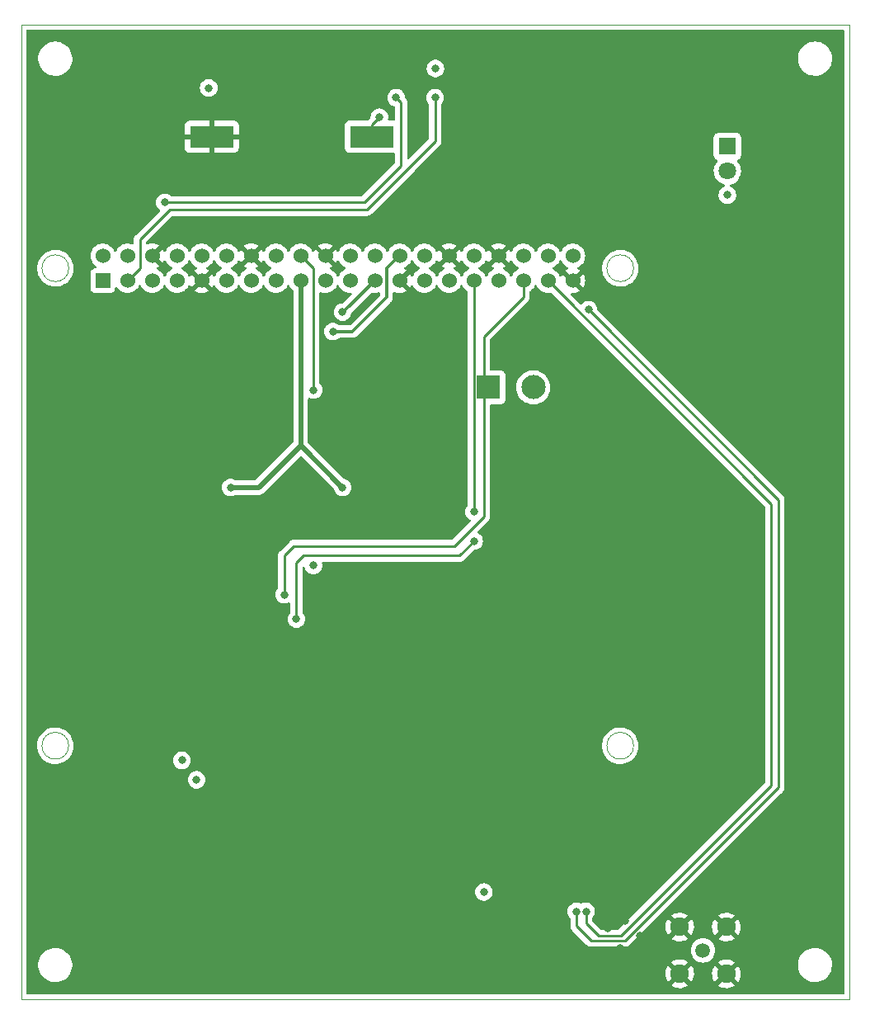
<source format=gbr>
%TF.GenerationSoftware,KiCad,Pcbnew,(6.0.7)*%
%TF.CreationDate,2022-12-06T03:37:50-06:00*%
%TF.ProjectId,Narwal_v1,4e617277-616c-45f7-9631-2e6b69636164,1*%
%TF.SameCoordinates,Original*%
%TF.FileFunction,Copper,L4,Bot*%
%TF.FilePolarity,Positive*%
%FSLAX46Y46*%
G04 Gerber Fmt 4.6, Leading zero omitted, Abs format (unit mm)*
G04 Created by KiCad (PCBNEW (6.0.7)) date 2022-12-06 03:37:50*
%MOMM*%
%LPD*%
G01*
G04 APERTURE LIST*
%TA.AperFunction,Profile*%
%ADD10C,0.100000*%
%TD*%
%TA.AperFunction,Profile*%
%ADD11C,0.120000*%
%TD*%
%TA.AperFunction,ComponentPad*%
%ADD12R,2.480000X2.480000*%
%TD*%
%TA.AperFunction,ComponentPad*%
%ADD13C,2.480000*%
%TD*%
%TA.AperFunction,ComponentPad*%
%ADD14R,1.524000X1.524000*%
%TD*%
%TA.AperFunction,ComponentPad*%
%ADD15C,1.524000*%
%TD*%
%TA.AperFunction,ComponentPad*%
%ADD16C,1.508000*%
%TD*%
%TA.AperFunction,ComponentPad*%
%ADD17C,1.920000*%
%TD*%
%TA.AperFunction,ComponentPad*%
%ADD18R,1.800000X1.800000*%
%TD*%
%TA.AperFunction,ComponentPad*%
%ADD19C,1.800000*%
%TD*%
%TA.AperFunction,SMDPad,CuDef*%
%ADD20R,4.500000X2.300000*%
%TD*%
%TA.AperFunction,ViaPad*%
%ADD21C,0.800000*%
%TD*%
%TA.AperFunction,Conductor*%
%ADD22C,0.250000*%
%TD*%
%TA.AperFunction,Conductor*%
%ADD23C,0.500000*%
%TD*%
%TA.AperFunction,Conductor*%
%ADD24C,0.300000*%
%TD*%
G04 APERTURE END LIST*
D10*
X100000000Y-50000000D02*
X185000000Y-50000000D01*
X185000000Y-50000000D02*
X185000000Y-150000000D01*
X185000000Y-150000000D02*
X100000000Y-150000000D01*
X100000000Y-150000000D02*
X100000000Y-50000000D01*
D11*
%TO.C,A1*%
X162875000Y-75000000D02*
G75*
G03*
X162875000Y-75000000I-1375000J0D01*
G01*
X162875000Y-124000000D02*
G75*
G03*
X162875000Y-124000000I-1375000J0D01*
G01*
X104875000Y-124000000D02*
G75*
G03*
X104875000Y-124000000I-1375000J0D01*
G01*
X104875000Y-75000000D02*
G75*
G03*
X104875000Y-75000000I-1375000J0D01*
G01*
%TD*%
D12*
%TO.P,SW1,1,A*%
%TO.N,+5V*%
X147977500Y-87227500D03*
D13*
%TO.P,SW1,2,B*%
%TO.N,Net-(C8-Pad1)*%
X152577500Y-87227500D03*
%TD*%
D14*
%TO.P,A1,1,3V3[1]*%
%TO.N,unconnected-(A1-Pad1)*%
X108370000Y-76270000D03*
D15*
%TO.P,A1,2,5V[1]*%
%TO.N,+5V*%
X108370000Y-73730000D03*
%TO.P,A1,3,GPIO2/SDA*%
%TO.N,SDA*%
X110910000Y-76270000D03*
%TO.P,A1,4,5V[2]*%
%TO.N,+5V*%
X110910000Y-73730000D03*
%TO.P,A1,5,GPIO3/SCL*%
%TO.N,SCL*%
X113450000Y-76270000D03*
%TO.P,A1,6,GND[8]*%
%TO.N,GND*%
X113450000Y-73730000D03*
%TO.P,A1,7,GPIO4/GPCKL0*%
%TO.N,unconnected-(A1-Pad7)*%
X115990000Y-76270000D03*
%TO.P,A1,8,TXD0/GPIO14*%
%TO.N,unconnected-(A1-Pad8)*%
X115990000Y-73730000D03*
%TO.P,A1,9,GND[1]*%
%TO.N,GND*%
X118530000Y-76270000D03*
%TO.P,A1,10,RXD0/GPIO15*%
%TO.N,unconnected-(A1-Pad10)*%
X118530000Y-73730000D03*
%TO.P,A1,11,GPIO17/GEN0*%
%TO.N,RST-RTC*%
X121070000Y-76270000D03*
%TO.P,A1,12,GPIO18*%
%TO.N,unconnected-(A1-Pad12)*%
X121070000Y-73730000D03*
%TO.P,A1,13,GPIO27/GEN2*%
%TO.N,unconnected-(A1-Pad13)*%
X123610000Y-76270000D03*
%TO.P,A1,14,GND[4]*%
%TO.N,GND*%
X123610000Y-73730000D03*
%TO.P,A1,15,GPIO22/GEN3*%
%TO.N,unconnected-(A1-Pad15)*%
X126150000Y-76270000D03*
%TO.P,A1,16,GEN4/GPIO23*%
%TO.N,RST-TRX*%
X126150000Y-73730000D03*
%TO.P,A1,17,3V3[2]*%
%TO.N,+3.3V*%
X128690000Y-76270000D03*
%TO.P,A1,18,GEN5/GPIO24*%
%TO.N,DIO0*%
X128690000Y-73730000D03*
%TO.P,A1,19,GPIO10/MOSI*%
%TO.N,MOSI*%
X131230000Y-76270000D03*
%TO.P,A1,20,GND[5]*%
%TO.N,GND*%
X131230000Y-73730000D03*
%TO.P,A1,21,GPIO9/MISO*%
%TO.N,MISO*%
X133770000Y-76270000D03*
%TO.P,A1,22,GEN/6GPIO25*%
%TO.N,unconnected-(A1-Pad22)*%
X133770000Y-73730000D03*
%TO.P,A1,23,GPIO11/SCLK*%
%TO.N,SCLK*%
X136310000Y-76270000D03*
%TO.P,A1,24,~{CE0}/GPIO8*%
%TO.N,unconnected-(A1-Pad24)*%
X136310000Y-73730000D03*
%TO.P,A1,25,GND[2]*%
%TO.N,GND*%
X138850000Y-76270000D03*
%TO.P,A1,26,~{CE1/}GPIO7*%
%TO.N,CS*%
X138850000Y-73730000D03*
%TO.P,A1,27,ID_SD*%
%TO.N,unconnected-(A1-Pad27)*%
X141390000Y-76270000D03*
%TO.P,A1,28,ID_SC*%
%TO.N,unconnected-(A1-Pad28)*%
X141390000Y-73730000D03*
%TO.P,A1,29,GPIO5*%
%TO.N,unconnected-(A1-Pad29)*%
X143930000Y-76270000D03*
%TO.P,A1,30,GND[6]*%
%TO.N,GND*%
X143930000Y-73730000D03*
%TO.P,A1,31,GPIO6*%
%TO.N,CTRL1A*%
X146470000Y-76270000D03*
%TO.P,A1,32,GPIO12*%
%TO.N,unconnected-(A1-Pad32)*%
X146470000Y-73730000D03*
%TO.P,A1,33,GPIO13*%
%TO.N,CTRL1B*%
X149010000Y-76270000D03*
%TO.P,A1,34,GND[7]*%
%TO.N,GND*%
X149010000Y-73730000D03*
%TO.P,A1,35,GPIO19*%
%TO.N,CTRL2A*%
X151550000Y-76270000D03*
%TO.P,A1,36,GPIO16*%
%TO.N,BUT1*%
X151550000Y-73730000D03*
%TO.P,A1,37,GPIO26*%
%TO.N,CTRL2B*%
X154090000Y-76270000D03*
%TO.P,A1,38,GPIO20*%
%TO.N,BUT2*%
X154090000Y-73730000D03*
%TO.P,A1,39,GND[3]*%
%TO.N,GND*%
X156630000Y-76270000D03*
%TO.P,A1,40,GPIO21*%
%TO.N,BUT3*%
X156630000Y-73730000D03*
%TD*%
D16*
%TO.P,J1,1*%
%TO.N,Net-(IC2-Pad22)*%
X170000000Y-145000000D03*
D17*
%TO.P,J1,G1*%
%TO.N,GND*%
X167600000Y-142600000D03*
%TO.P,J1,G2*%
X167600000Y-147400000D03*
%TO.P,J1,G3*%
X172400000Y-147400000D03*
%TO.P,J1,G4*%
X172400000Y-142600000D03*
%TD*%
D18*
%TO.P,D1,1,K*%
%TO.N,Net-(D1-Pad1)*%
X172500000Y-62500000D03*
D19*
%TO.P,D1,2,A*%
%TO.N,+5V*%
X172500000Y-65040000D03*
%TD*%
D20*
%TO.P,BT1,N*%
%TO.N,GND*%
X119575000Y-61500000D03*
%TO.P,BT1,P*%
%TO.N,Net-(BT1-PadP)*%
X135975000Y-61500000D03*
%TD*%
D21*
%TO.N,CTRL1A*%
X146500000Y-100000000D03*
X146500000Y-103000000D03*
X128250000Y-111000000D03*
%TO.N,CTRL1B*%
X158250000Y-79250000D03*
X157000000Y-141000000D03*
%TO.N,GND*%
X141250000Y-135750000D03*
X128000000Y-121000000D03*
X125500000Y-104500000D03*
X124000000Y-106500000D03*
X158500000Y-131500000D03*
X160000000Y-137250000D03*
X163500000Y-137250000D03*
X126500000Y-117500000D03*
X159500000Y-127250000D03*
X134250000Y-113000000D03*
X164250000Y-145750000D03*
X140250000Y-137250000D03*
X166250000Y-144250000D03*
X168500000Y-113000000D03*
X130250000Y-125750000D03*
X131250000Y-114500000D03*
X168250000Y-130750000D03*
X122000000Y-113000000D03*
X148000000Y-132250000D03*
X159500000Y-112000000D03*
X148750000Y-127000000D03*
X167000000Y-132500000D03*
X159250000Y-141000000D03*
X124000000Y-109500000D03*
X139250000Y-113000000D03*
X124000000Y-108500000D03*
X154250000Y-137250000D03*
X136750000Y-125500000D03*
X152750000Y-125500000D03*
X137250000Y-113000000D03*
X123000000Y-99750000D03*
X154750000Y-125500000D03*
X155750000Y-115000000D03*
X149500000Y-115000000D03*
X134750000Y-127000000D03*
X165250000Y-145750000D03*
X147750000Y-127000000D03*
X160000000Y-129500000D03*
X166750000Y-126250000D03*
X159500000Y-111000000D03*
X155750000Y-127000000D03*
X122500000Y-119500000D03*
X161250000Y-141250000D03*
X156750000Y-115000000D03*
X124000000Y-125500000D03*
X125000000Y-112500000D03*
X123000000Y-100750000D03*
X150250000Y-135750000D03*
X146250000Y-135750000D03*
X126500000Y-116500000D03*
X147750000Y-125500000D03*
X123000000Y-101750000D03*
X129250000Y-114500000D03*
X168500000Y-116000000D03*
X125000000Y-115500000D03*
X147250000Y-137250000D03*
X138750000Y-127000000D03*
X153750000Y-127000000D03*
X125500000Y-109500000D03*
X142250000Y-135750000D03*
X129250000Y-113000000D03*
X145250000Y-135750000D03*
X127750000Y-135750000D03*
X149500000Y-113500000D03*
X163000000Y-134250000D03*
X128750000Y-137500000D03*
X125500000Y-139250000D03*
X130250000Y-113000000D03*
X141250000Y-113000000D03*
X148750000Y-125500000D03*
X165250000Y-144250000D03*
X127250000Y-120250000D03*
X125750000Y-111750000D03*
X122500000Y-124500000D03*
X121750000Y-128250000D03*
X148250000Y-137250000D03*
X124500000Y-140250000D03*
X144750000Y-127000000D03*
X151750000Y-125500000D03*
X125000000Y-116500000D03*
X124000000Y-116500000D03*
X150750000Y-127000000D03*
X124000000Y-121500000D03*
X128750000Y-135750000D03*
X153750000Y-125500000D03*
X124000000Y-123500000D03*
X161000000Y-131000000D03*
X124000000Y-105500000D03*
X154250000Y-135750000D03*
X153250000Y-135750000D03*
X136250000Y-113000000D03*
X164250000Y-115500000D03*
X148250000Y-135750000D03*
X158750000Y-126500000D03*
X141750000Y-125500000D03*
X166250000Y-116000000D03*
X142250000Y-113000000D03*
X166750000Y-127250000D03*
X122500000Y-126500000D03*
X124000000Y-126500000D03*
X124250000Y-134000000D03*
X149250000Y-137250000D03*
X160250000Y-142750000D03*
X137750000Y-127000000D03*
X128000000Y-123500000D03*
X168000000Y-114000000D03*
X140250000Y-135750000D03*
X142750000Y-125500000D03*
X156750000Y-125500000D03*
X163500000Y-143500000D03*
X136750000Y-127000000D03*
X127250000Y-122750000D03*
X156250000Y-137250000D03*
X163250000Y-145750000D03*
X135250000Y-113000000D03*
X122750000Y-134000000D03*
X168250000Y-122750000D03*
X132250000Y-114500000D03*
X153250000Y-137250000D03*
X156750000Y-113500000D03*
X156250000Y-135750000D03*
X124000000Y-120500000D03*
X163000000Y-140250000D03*
X122500000Y-115000000D03*
X147250000Y-135750000D03*
X151250000Y-137250000D03*
X146250000Y-137250000D03*
X168250000Y-126250000D03*
X122750000Y-135000000D03*
X158000000Y-125750000D03*
X136250000Y-137250000D03*
X141250000Y-137250000D03*
X122500000Y-125500000D03*
X125000000Y-120500000D03*
X140750000Y-125500000D03*
X139250000Y-114500000D03*
X127500000Y-115000000D03*
X143250000Y-114500000D03*
X143250000Y-135750000D03*
X135250000Y-114500000D03*
X145750000Y-125500000D03*
X125000000Y-138250000D03*
X144250000Y-137250000D03*
X137250000Y-114500000D03*
X162500000Y-145000000D03*
X152250000Y-135750000D03*
X158500000Y-129500000D03*
X158250000Y-128500000D03*
X125500000Y-105500000D03*
X163250000Y-115500000D03*
X123000000Y-102750000D03*
X138250000Y-114500000D03*
X160000000Y-128250000D03*
X161500000Y-144750000D03*
X125000000Y-119500000D03*
X125750000Y-113250000D03*
X159250000Y-136500000D03*
X166750000Y-121750000D03*
X140250000Y-114500000D03*
X126500000Y-119500000D03*
X135750000Y-125500000D03*
X125500000Y-108500000D03*
X165250000Y-113500000D03*
X145250000Y-137250000D03*
X132500000Y-125500000D03*
X124000000Y-104500000D03*
X134750000Y-125500000D03*
X125750000Y-121250000D03*
X157500000Y-127750000D03*
X125500000Y-140250000D03*
X131750000Y-124750000D03*
X160000000Y-131500000D03*
X145750000Y-127000000D03*
X142250000Y-114500000D03*
X160500000Y-111000000D03*
X166250000Y-113000000D03*
X168250000Y-121750000D03*
X155750000Y-113500000D03*
X143250000Y-137250000D03*
X126500000Y-118500000D03*
X132825000Y-127000000D03*
X138250000Y-137250000D03*
X155250000Y-137250000D03*
X125500000Y-107500000D03*
X164250000Y-144250000D03*
X124000000Y-124500000D03*
X128250000Y-114500000D03*
X122500000Y-120500000D03*
X151250000Y-135750000D03*
X122500000Y-122500000D03*
X158500000Y-130500000D03*
X124000000Y-107500000D03*
X155750000Y-125500000D03*
X140750000Y-127000000D03*
X124750000Y-128250000D03*
X157000000Y-134250000D03*
X146750000Y-127000000D03*
X134250000Y-114500000D03*
X122500000Y-127500000D03*
X124000000Y-127500000D03*
X137250000Y-135750000D03*
X160000000Y-113000000D03*
X131900000Y-127000000D03*
X130250000Y-114500000D03*
X168000000Y-115000000D03*
X128750000Y-121750000D03*
X131250000Y-113000000D03*
X133750000Y-125500000D03*
X133250000Y-113000000D03*
X142750000Y-127000000D03*
X122500000Y-116500000D03*
X146750000Y-125500000D03*
X122000000Y-112000000D03*
X144250000Y-135750000D03*
X126500000Y-122000000D03*
X137750000Y-125500000D03*
X122500000Y-118500000D03*
X159500000Y-142000000D03*
X136250000Y-114500000D03*
X152250000Y-137250000D03*
X126500000Y-103500000D03*
X126500000Y-115500000D03*
X129750000Y-135750000D03*
X124000000Y-117500000D03*
X129750000Y-137500000D03*
X122500000Y-121500000D03*
X124000000Y-118500000D03*
X165250000Y-115500000D03*
X141750000Y-127000000D03*
X130250000Y-123250000D03*
X149750000Y-127000000D03*
X125500000Y-106500000D03*
X129500000Y-125000000D03*
X158500000Y-132500000D03*
X159250000Y-138000000D03*
X133750000Y-127000000D03*
X122500000Y-123500000D03*
X127750000Y-137500000D03*
X161500000Y-133500000D03*
X151750000Y-127000000D03*
X168000000Y-131750000D03*
X124000000Y-122500000D03*
X139250000Y-135750000D03*
X160750000Y-138000000D03*
X140250000Y-113000000D03*
X160750000Y-136500000D03*
X131000000Y-124000000D03*
X162000000Y-142000000D03*
X164250000Y-113500000D03*
X135750000Y-127000000D03*
X139750000Y-127000000D03*
X163250000Y-113500000D03*
X128750000Y-124250000D03*
X138750000Y-125500000D03*
X143250000Y-113000000D03*
X155250000Y-135750000D03*
X158500000Y-133500000D03*
X139250000Y-137250000D03*
X149250000Y-135750000D03*
X143750000Y-127000000D03*
X124250000Y-113250000D03*
X125000000Y-117500000D03*
X152750000Y-127000000D03*
X166750000Y-122750000D03*
X166500000Y-130500000D03*
X160500000Y-112000000D03*
X166250000Y-145750000D03*
X133250000Y-114500000D03*
X132250000Y-113000000D03*
X124250000Y-111750000D03*
X124000000Y-119500000D03*
X168250000Y-127250000D03*
X149750000Y-125500000D03*
X143750000Y-125500000D03*
X156750000Y-127000000D03*
X124000000Y-103500000D03*
X150750000Y-125500000D03*
X125500000Y-103500000D03*
X154750000Y-127000000D03*
X142250000Y-137250000D03*
X141250000Y-114500000D03*
X136250000Y-135750000D03*
X139750000Y-125500000D03*
X160000000Y-132500000D03*
X125000000Y-118500000D03*
X160000000Y-133500000D03*
X137250000Y-137250000D03*
X144750000Y-125500000D03*
X129500000Y-122500000D03*
X150250000Y-137250000D03*
X138250000Y-113000000D03*
X160000000Y-130500000D03*
X131000000Y-126500000D03*
X124250000Y-135000000D03*
X138250000Y-135750000D03*
X124500000Y-139250000D03*
X122500000Y-117500000D03*
%TO.N,CTRL2A*%
X127000000Y-108500000D03*
%TO.N,CTRL2B*%
X158000000Y-141000000D03*
%TO.N,+3.3V*%
X133000000Y-97500000D03*
X121500000Y-97500000D03*
%TO.N,+5V*%
X142525000Y-54500000D03*
X119250000Y-56500000D03*
X116500000Y-125500000D03*
X130000000Y-105500000D03*
X118000000Y-127500000D03*
X172500000Y-67500000D03*
X147500000Y-139000000D03*
%TO.N,SDA*%
X142500000Y-57500000D03*
%TO.N,SCL*%
X138500000Y-57500000D03*
X114750000Y-68250000D03*
%TO.N,SCLK*%
X133000000Y-79500000D03*
%TO.N,CS*%
X132000000Y-81500000D03*
%TO.N,Net-(BT1-PadP)*%
X136775000Y-59500000D03*
%TO.N,DIO0*%
X130000000Y-87500000D03*
%TD*%
D22*
%TO.N,CTRL1A*%
X129000000Y-104500000D02*
X128250000Y-105250000D01*
X145000000Y-104500000D02*
X129000000Y-104500000D01*
X146470000Y-99970000D02*
X146500000Y-100000000D01*
X146500000Y-103000000D02*
X145000000Y-104500000D01*
X128250000Y-105250000D02*
X128250000Y-111000000D01*
X146470000Y-76270000D02*
X146470000Y-99970000D01*
%TO.N,CTRL1B*%
X177500000Y-128500000D02*
X177474695Y-128500000D01*
X157000000Y-142500000D02*
X158500000Y-144000000D01*
X177750000Y-128250000D02*
X177500000Y-128500000D01*
X158250000Y-79250000D02*
X177750000Y-98750000D01*
X177750000Y-98750000D02*
X177750000Y-128250000D01*
X158500000Y-144000000D02*
X161974695Y-144000000D01*
X157000000Y-142500000D02*
X157000000Y-141000000D01*
X177474695Y-128500000D02*
X161974695Y-144000000D01*
%TO.N,CTRL2A*%
X144500000Y-103500000D02*
X128000000Y-103500000D01*
X147500000Y-82000000D02*
X147500000Y-100500000D01*
X147500000Y-100500000D02*
X144500000Y-103500000D01*
X151550000Y-76270000D02*
X151550000Y-77950000D01*
X127000000Y-104500000D02*
X127000000Y-108500000D01*
X128000000Y-103500000D02*
X127000000Y-104500000D01*
X151550000Y-77950000D02*
X147500000Y-82000000D01*
%TO.N,CTRL2B*%
X161575306Y-143500000D02*
X159250000Y-143500000D01*
X161575306Y-143500000D02*
X177000000Y-128075305D01*
X159250000Y-143500000D02*
X158000000Y-142250000D01*
X154090000Y-76270000D02*
X177000000Y-99180000D01*
X177000000Y-99180000D02*
X177000000Y-128075305D01*
X158000000Y-142250000D02*
X158000000Y-141000000D01*
D23*
%TO.N,+3.3V*%
X128690000Y-76270000D02*
X128690000Y-93190000D01*
X124380000Y-97500000D02*
X121500000Y-97500000D01*
X128690000Y-93190000D02*
X133000000Y-97500000D01*
X128690000Y-93190000D02*
X124380000Y-97500000D01*
D22*
%TO.N,SDA*%
X115250000Y-69000000D02*
X135500000Y-69000000D01*
X112172964Y-75007036D02*
X112172964Y-72077036D01*
X142500000Y-62000000D02*
X142500000Y-57500000D01*
X112172964Y-72077036D02*
X115250000Y-69000000D01*
X135500000Y-69000000D02*
X142500000Y-62000000D01*
X110910000Y-76270000D02*
X112172964Y-75007036D01*
%TO.N,SCL*%
X139000000Y-58000000D02*
X138500000Y-57500000D01*
X114750000Y-68250000D02*
X135250000Y-68250000D01*
X135250000Y-68250000D02*
X139000000Y-64500000D01*
X139000000Y-64500000D02*
X139000000Y-58000000D01*
D24*
%TO.N,SCLK*%
X133080000Y-79500000D02*
X133000000Y-79500000D01*
X136310000Y-76270000D02*
X133080000Y-79500000D01*
%TO.N,CS*%
X132000000Y-81500000D02*
X134000000Y-81500000D01*
X134000000Y-81500000D02*
X137500000Y-78000000D01*
X137500000Y-78000000D02*
X137500000Y-75000000D01*
X137500000Y-75000000D02*
X138770000Y-73730000D01*
D22*
%TO.N,Net-(BT1-PadP)*%
X135975000Y-61500000D02*
X135975000Y-60300000D01*
X135975000Y-60300000D02*
X136775000Y-59500000D01*
%TO.N,DIO0*%
X128690000Y-73730000D02*
X130000000Y-75040000D01*
X130000000Y-75040000D02*
X130000000Y-87500000D01*
%TD*%
%TA.AperFunction,Conductor*%
%TO.N,GND*%
G36*
X184441621Y-50520502D02*
G01*
X184488114Y-50574158D01*
X184499500Y-50626500D01*
X184499500Y-149373500D01*
X184479498Y-149441621D01*
X184425842Y-149488114D01*
X184373500Y-149499500D01*
X100626500Y-149499500D01*
X100558379Y-149479498D01*
X100511886Y-149425842D01*
X100500500Y-149373500D01*
X100500500Y-148605973D01*
X166759273Y-148605973D01*
X166763032Y-148611269D01*
X166959066Y-148725822D01*
X166968349Y-148730269D01*
X167184206Y-148812697D01*
X167194108Y-148815574D01*
X167420511Y-148861636D01*
X167430764Y-148862859D01*
X167661657Y-148871326D01*
X167671943Y-148870859D01*
X167901132Y-148841499D01*
X167911210Y-148839357D01*
X168132522Y-148772960D01*
X168142120Y-148769199D01*
X168349617Y-148667547D01*
X168358462Y-148662274D01*
X168428115Y-148612591D01*
X168433311Y-148605973D01*
X171559273Y-148605973D01*
X171563032Y-148611269D01*
X171759066Y-148725822D01*
X171768349Y-148730269D01*
X171984206Y-148812697D01*
X171994108Y-148815574D01*
X172220511Y-148861636D01*
X172230764Y-148862859D01*
X172461657Y-148871326D01*
X172471943Y-148870859D01*
X172701132Y-148841499D01*
X172711210Y-148839357D01*
X172932522Y-148772960D01*
X172942120Y-148769199D01*
X173149617Y-148667547D01*
X173158462Y-148662274D01*
X173228115Y-148612591D01*
X173236516Y-148601891D01*
X173229528Y-148588738D01*
X172412812Y-147772022D01*
X172398868Y-147764408D01*
X172397035Y-147764539D01*
X172390420Y-147768790D01*
X171566534Y-148592676D01*
X171559273Y-148605973D01*
X168433311Y-148605973D01*
X168436516Y-148601891D01*
X168429528Y-148588738D01*
X167612812Y-147772022D01*
X167598868Y-147764408D01*
X167597035Y-147764539D01*
X167590420Y-147768790D01*
X166766534Y-148592676D01*
X166759273Y-148605973D01*
X100500500Y-148605973D01*
X100500500Y-146607165D01*
X101747866Y-146607165D01*
X101782952Y-146864970D01*
X101855758Y-147114757D01*
X101857718Y-147119010D01*
X101857719Y-147119011D01*
X101873454Y-147153142D01*
X101964686Y-147351039D01*
X101967246Y-147354944D01*
X101967249Y-147354949D01*
X102104775Y-147564712D01*
X102104779Y-147564717D01*
X102107341Y-147568625D01*
X102193966Y-147665680D01*
X102230098Y-147706162D01*
X102280591Y-147762735D01*
X102480629Y-147929105D01*
X102703061Y-148064080D01*
X102707375Y-148065889D01*
X102707377Y-148065890D01*
X102938686Y-148162886D01*
X102938691Y-148162888D01*
X102943001Y-148164695D01*
X102947533Y-148165846D01*
X102947536Y-148165847D01*
X103072815Y-148197663D01*
X103195177Y-148228739D01*
X103411286Y-148250500D01*
X103566044Y-148250500D01*
X103568369Y-148250327D01*
X103568375Y-148250327D01*
X103754814Y-148236472D01*
X103754818Y-148236471D01*
X103759466Y-148236126D01*
X104013232Y-148178705D01*
X104017586Y-148177012D01*
X104251370Y-148086098D01*
X104251372Y-148086097D01*
X104255723Y-148084405D01*
X104283445Y-148068561D01*
X104339038Y-148036786D01*
X104481612Y-147955299D01*
X104685936Y-147794223D01*
X104864208Y-147604714D01*
X105004167Y-147402965D01*
X105009846Y-147394779D01*
X105009848Y-147394776D01*
X105012511Y-147390937D01*
X105023247Y-147369167D01*
X166127706Y-147369167D01*
X166141006Y-147599838D01*
X166142442Y-147610058D01*
X166193238Y-147835454D01*
X166196317Y-147845282D01*
X166283249Y-148059370D01*
X166287892Y-148068561D01*
X166386464Y-148229416D01*
X166396921Y-148238876D01*
X166405697Y-148235093D01*
X167227978Y-147412812D01*
X167234356Y-147401132D01*
X167964408Y-147401132D01*
X167964539Y-147402965D01*
X167968790Y-147409580D01*
X168789296Y-148230086D01*
X168801306Y-148236645D01*
X168813046Y-148227677D01*
X168859616Y-148162867D01*
X168864927Y-148154028D01*
X168967296Y-147946901D01*
X168971094Y-147937308D01*
X169038262Y-147716232D01*
X169040439Y-147706162D01*
X169070835Y-147475279D01*
X169071354Y-147468604D01*
X169072949Y-147403364D01*
X169072755Y-147396647D01*
X169070496Y-147369167D01*
X170927706Y-147369167D01*
X170941006Y-147599838D01*
X170942442Y-147610058D01*
X170993238Y-147835454D01*
X170996317Y-147845282D01*
X171083249Y-148059370D01*
X171087892Y-148068561D01*
X171186464Y-148229416D01*
X171196921Y-148238876D01*
X171205697Y-148235093D01*
X172027978Y-147412812D01*
X172034356Y-147401132D01*
X172764408Y-147401132D01*
X172764539Y-147402965D01*
X172768790Y-147409580D01*
X173589296Y-148230086D01*
X173601306Y-148236645D01*
X173613046Y-148227677D01*
X173659616Y-148162867D01*
X173664927Y-148154028D01*
X173767296Y-147946901D01*
X173771094Y-147937308D01*
X173838262Y-147716232D01*
X173840439Y-147706162D01*
X173870835Y-147475279D01*
X173871354Y-147468604D01*
X173872949Y-147403364D01*
X173872755Y-147396647D01*
X173853675Y-147164567D01*
X173851992Y-147154405D01*
X173795703Y-146930306D01*
X173792382Y-146920551D01*
X173700252Y-146708667D01*
X173695374Y-146699570D01*
X173635595Y-146607165D01*
X179747866Y-146607165D01*
X179782952Y-146864970D01*
X179855758Y-147114757D01*
X179857718Y-147119010D01*
X179857719Y-147119011D01*
X179873454Y-147153142D01*
X179964686Y-147351039D01*
X179967246Y-147354944D01*
X179967249Y-147354949D01*
X180104775Y-147564712D01*
X180104779Y-147564717D01*
X180107341Y-147568625D01*
X180193966Y-147665680D01*
X180230098Y-147706162D01*
X180280591Y-147762735D01*
X180480629Y-147929105D01*
X180703061Y-148064080D01*
X180707375Y-148065889D01*
X180707377Y-148065890D01*
X180938686Y-148162886D01*
X180938691Y-148162888D01*
X180943001Y-148164695D01*
X180947533Y-148165846D01*
X180947536Y-148165847D01*
X181072815Y-148197663D01*
X181195177Y-148228739D01*
X181411286Y-148250500D01*
X181566044Y-148250500D01*
X181568369Y-148250327D01*
X181568375Y-148250327D01*
X181754814Y-148236472D01*
X181754818Y-148236471D01*
X181759466Y-148236126D01*
X182013232Y-148178705D01*
X182017586Y-148177012D01*
X182251370Y-148086098D01*
X182251372Y-148086097D01*
X182255723Y-148084405D01*
X182283445Y-148068561D01*
X182339038Y-148036786D01*
X182481612Y-147955299D01*
X182685936Y-147794223D01*
X182864208Y-147604714D01*
X183004167Y-147402965D01*
X183009846Y-147394779D01*
X183009848Y-147394776D01*
X183012511Y-147390937D01*
X183030258Y-147354949D01*
X183125521Y-147161775D01*
X183125522Y-147161772D01*
X183127586Y-147157587D01*
X183206906Y-146909792D01*
X183248728Y-146652994D01*
X183252134Y-146392835D01*
X183217048Y-146135030D01*
X183144242Y-145885243D01*
X183035314Y-145648961D01*
X182895487Y-145435688D01*
X182895225Y-145435288D01*
X182895221Y-145435283D01*
X182892659Y-145431375D01*
X182719409Y-145237265D01*
X182519371Y-145070895D01*
X182296939Y-144935920D01*
X182292623Y-144934110D01*
X182061314Y-144837114D01*
X182061309Y-144837112D01*
X182056999Y-144835305D01*
X182052467Y-144834154D01*
X182052464Y-144834153D01*
X181844454Y-144781326D01*
X181804823Y-144771261D01*
X181588714Y-144749500D01*
X181433956Y-144749500D01*
X181431631Y-144749673D01*
X181431625Y-144749673D01*
X181245186Y-144763528D01*
X181245182Y-144763529D01*
X181240534Y-144763874D01*
X180986768Y-144821295D01*
X180982416Y-144822987D01*
X180982414Y-144822988D01*
X180748630Y-144913902D01*
X180748628Y-144913903D01*
X180744277Y-144915595D01*
X180740223Y-144917912D01*
X180740221Y-144917913D01*
X180704467Y-144938348D01*
X180518388Y-145044701D01*
X180314064Y-145205777D01*
X180135792Y-145395286D01*
X179987489Y-145609063D01*
X179985423Y-145613253D01*
X179985421Y-145613256D01*
X179890891Y-145804946D01*
X179872414Y-145842413D01*
X179793094Y-146090208D01*
X179751272Y-146347006D01*
X179751211Y-146351683D01*
X179748452Y-146562442D01*
X179747866Y-146607165D01*
X173635595Y-146607165D01*
X173612616Y-146571645D01*
X173601930Y-146562442D01*
X173592365Y-146566845D01*
X172772022Y-147387188D01*
X172764408Y-147401132D01*
X172034356Y-147401132D01*
X172035592Y-147398868D01*
X172035461Y-147397035D01*
X172031210Y-147390420D01*
X171210687Y-146569897D01*
X171199151Y-146563597D01*
X171186868Y-146573221D01*
X171122126Y-146668129D01*
X171117028Y-146677103D01*
X171019750Y-146886670D01*
X171016187Y-146896357D01*
X170954442Y-147118999D01*
X170952511Y-147129118D01*
X170927958Y-147358878D01*
X170927706Y-147369167D01*
X169070496Y-147369167D01*
X169053675Y-147164567D01*
X169051992Y-147154405D01*
X168995703Y-146930306D01*
X168992382Y-146920551D01*
X168900252Y-146708667D01*
X168895374Y-146699570D01*
X168812616Y-146571645D01*
X168801930Y-146562442D01*
X168792365Y-146566845D01*
X167972022Y-147387188D01*
X167964408Y-147401132D01*
X167234356Y-147401132D01*
X167235592Y-147398868D01*
X167235461Y-147397035D01*
X167231210Y-147390420D01*
X166410687Y-146569897D01*
X166399151Y-146563597D01*
X166386868Y-146573221D01*
X166322126Y-146668129D01*
X166317028Y-146677103D01*
X166219750Y-146886670D01*
X166216187Y-146896357D01*
X166154442Y-147118999D01*
X166152511Y-147129118D01*
X166127958Y-147358878D01*
X166127706Y-147369167D01*
X105023247Y-147369167D01*
X105030258Y-147354949D01*
X105125521Y-147161775D01*
X105125522Y-147161772D01*
X105127586Y-147157587D01*
X105206906Y-146909792D01*
X105248728Y-146652994D01*
X105252134Y-146392835D01*
X105225598Y-146197857D01*
X166762652Y-146197857D01*
X166769397Y-146210187D01*
X167587188Y-147027978D01*
X167601132Y-147035592D01*
X167602965Y-147035461D01*
X167609580Y-147031210D01*
X168431710Y-146209080D01*
X168438731Y-146196223D01*
X168430959Y-146185556D01*
X168419218Y-146176283D01*
X168410637Y-146170583D01*
X168208355Y-146058918D01*
X168198956Y-146054693D01*
X167981155Y-145977565D01*
X167971184Y-145974931D01*
X167743713Y-145934412D01*
X167733461Y-145933443D01*
X167502417Y-145930620D01*
X167492133Y-145931340D01*
X167263741Y-145966289D01*
X167253713Y-145968678D01*
X167034096Y-146040460D01*
X167024586Y-146044457D01*
X166819646Y-146151142D01*
X166810921Y-146156636D01*
X166771106Y-146186530D01*
X166762652Y-146197857D01*
X105225598Y-146197857D01*
X105217048Y-146135030D01*
X105144242Y-145885243D01*
X105035314Y-145648961D01*
X104895487Y-145435688D01*
X104895225Y-145435288D01*
X104895221Y-145435283D01*
X104892659Y-145431375D01*
X104719409Y-145237265D01*
X104519371Y-145070895D01*
X104402540Y-145000000D01*
X168740708Y-145000000D01*
X168759839Y-145218674D01*
X168816653Y-145430703D01*
X168818978Y-145435688D01*
X168907095Y-145624659D01*
X168907098Y-145624664D01*
X168909421Y-145629646D01*
X168912577Y-145634153D01*
X168912578Y-145634155D01*
X168925919Y-145653207D01*
X169035326Y-145809457D01*
X169190543Y-145964674D01*
X169195051Y-145967831D01*
X169195054Y-145967833D01*
X169304485Y-146044457D01*
X169370354Y-146090579D01*
X169375336Y-146092902D01*
X169375341Y-146092905D01*
X169465680Y-146135030D01*
X169569297Y-146183347D01*
X169781326Y-146240161D01*
X170000000Y-146259292D01*
X170218674Y-146240161D01*
X170376552Y-146197857D01*
X171562652Y-146197857D01*
X171569397Y-146210187D01*
X172387188Y-147027978D01*
X172401132Y-147035592D01*
X172402965Y-147035461D01*
X172409580Y-147031210D01*
X173231710Y-146209080D01*
X173238731Y-146196223D01*
X173230959Y-146185556D01*
X173219218Y-146176283D01*
X173210637Y-146170583D01*
X173008355Y-146058918D01*
X172998956Y-146054693D01*
X172781155Y-145977565D01*
X172771184Y-145974931D01*
X172543713Y-145934412D01*
X172533461Y-145933443D01*
X172302417Y-145930620D01*
X172292133Y-145931340D01*
X172063741Y-145966289D01*
X172053713Y-145968678D01*
X171834096Y-146040460D01*
X171824586Y-146044457D01*
X171619646Y-146151142D01*
X171610921Y-146156636D01*
X171571106Y-146186530D01*
X171562652Y-146197857D01*
X170376552Y-146197857D01*
X170430703Y-146183347D01*
X170534320Y-146135030D01*
X170624659Y-146092905D01*
X170624664Y-146092902D01*
X170629646Y-146090579D01*
X170695515Y-146044457D01*
X170804946Y-145967833D01*
X170804949Y-145967831D01*
X170809457Y-145964674D01*
X170964674Y-145809457D01*
X171074082Y-145653207D01*
X171087422Y-145634155D01*
X171087423Y-145634153D01*
X171090579Y-145629646D01*
X171092902Y-145624664D01*
X171092905Y-145624659D01*
X171181022Y-145435688D01*
X171183347Y-145430703D01*
X171240161Y-145218674D01*
X171259292Y-145000000D01*
X171240161Y-144781326D01*
X171183347Y-144569297D01*
X171128017Y-144450640D01*
X171092905Y-144375341D01*
X171092902Y-144375336D01*
X171090579Y-144370354D01*
X170964674Y-144190543D01*
X170809457Y-144035326D01*
X170804949Y-144032169D01*
X170804946Y-144032167D01*
X170634155Y-143912578D01*
X170634153Y-143912577D01*
X170629646Y-143909421D01*
X170624664Y-143907098D01*
X170624659Y-143907095D01*
X170523884Y-143860104D01*
X170430703Y-143816653D01*
X170390845Y-143805973D01*
X171559273Y-143805973D01*
X171563032Y-143811269D01*
X171759066Y-143925822D01*
X171768349Y-143930269D01*
X171984206Y-144012697D01*
X171994108Y-144015574D01*
X172220511Y-144061636D01*
X172230764Y-144062859D01*
X172461657Y-144071326D01*
X172471943Y-144070859D01*
X172701132Y-144041499D01*
X172711210Y-144039357D01*
X172932522Y-143972960D01*
X172942120Y-143969199D01*
X173149617Y-143867547D01*
X173158462Y-143862274D01*
X173228115Y-143812591D01*
X173236516Y-143801891D01*
X173229528Y-143788738D01*
X172412812Y-142972022D01*
X172398868Y-142964408D01*
X172397035Y-142964539D01*
X172390420Y-142968790D01*
X171566534Y-143792676D01*
X171559273Y-143805973D01*
X170390845Y-143805973D01*
X170218674Y-143759839D01*
X170000000Y-143740708D01*
X169781326Y-143759839D01*
X169569297Y-143816653D01*
X169476116Y-143860104D01*
X169375341Y-143907095D01*
X169375336Y-143907098D01*
X169370354Y-143909421D01*
X169365847Y-143912577D01*
X169365845Y-143912578D01*
X169195054Y-144032167D01*
X169195051Y-144032169D01*
X169190543Y-144035326D01*
X169035326Y-144190543D01*
X168909421Y-144370354D01*
X168907098Y-144375336D01*
X168907095Y-144375341D01*
X168871983Y-144450640D01*
X168816653Y-144569297D01*
X168759839Y-144781326D01*
X168740708Y-145000000D01*
X104402540Y-145000000D01*
X104296939Y-144935920D01*
X104292623Y-144934110D01*
X104061314Y-144837114D01*
X104061309Y-144837112D01*
X104056999Y-144835305D01*
X104052467Y-144834154D01*
X104052464Y-144834153D01*
X103844454Y-144781326D01*
X103804823Y-144771261D01*
X103588714Y-144749500D01*
X103433956Y-144749500D01*
X103431631Y-144749673D01*
X103431625Y-144749673D01*
X103245186Y-144763528D01*
X103245182Y-144763529D01*
X103240534Y-144763874D01*
X102986768Y-144821295D01*
X102982416Y-144822987D01*
X102982414Y-144822988D01*
X102748630Y-144913902D01*
X102748628Y-144913903D01*
X102744277Y-144915595D01*
X102740223Y-144917912D01*
X102740221Y-144917913D01*
X102704467Y-144938348D01*
X102518388Y-145044701D01*
X102314064Y-145205777D01*
X102135792Y-145395286D01*
X101987489Y-145609063D01*
X101985423Y-145613253D01*
X101985421Y-145613256D01*
X101890891Y-145804946D01*
X101872414Y-145842413D01*
X101793094Y-146090208D01*
X101751272Y-146347006D01*
X101751211Y-146351683D01*
X101748452Y-146562442D01*
X101747866Y-146607165D01*
X100500500Y-146607165D01*
X100500500Y-139000000D01*
X146594540Y-139000000D01*
X146614326Y-139188256D01*
X146672821Y-139368284D01*
X146767467Y-139532216D01*
X146894129Y-139672888D01*
X147047270Y-139784151D01*
X147220197Y-139861144D01*
X147318212Y-139881978D01*
X147398897Y-139899128D01*
X147398901Y-139899128D01*
X147405354Y-139900500D01*
X147594646Y-139900500D01*
X147601099Y-139899128D01*
X147601103Y-139899128D01*
X147681788Y-139881978D01*
X147779803Y-139861144D01*
X147952730Y-139784151D01*
X148105871Y-139672888D01*
X148232533Y-139532216D01*
X148327179Y-139368284D01*
X148385674Y-139188256D01*
X148405460Y-139000000D01*
X148385674Y-138811744D01*
X148327179Y-138631716D01*
X148232533Y-138467784D01*
X148105871Y-138327112D01*
X147952730Y-138215849D01*
X147779803Y-138138856D01*
X147681788Y-138118022D01*
X147601103Y-138100872D01*
X147601099Y-138100872D01*
X147594646Y-138099500D01*
X147405354Y-138099500D01*
X147398901Y-138100872D01*
X147398897Y-138100872D01*
X147318212Y-138118022D01*
X147220197Y-138138856D01*
X147047270Y-138215849D01*
X146894129Y-138327112D01*
X146767467Y-138467784D01*
X146672821Y-138631716D01*
X146614326Y-138811744D01*
X146594540Y-139000000D01*
X100500500Y-139000000D01*
X100500500Y-127500000D01*
X117094540Y-127500000D01*
X117114326Y-127688256D01*
X117172821Y-127868284D01*
X117267467Y-128032216D01*
X117394129Y-128172888D01*
X117399468Y-128176767D01*
X117538299Y-128277633D01*
X117547270Y-128284151D01*
X117720197Y-128361144D01*
X117818212Y-128381978D01*
X117898897Y-128399128D01*
X117898901Y-128399128D01*
X117905354Y-128400500D01*
X118094646Y-128400500D01*
X118101099Y-128399128D01*
X118101103Y-128399128D01*
X118181788Y-128381978D01*
X118279803Y-128361144D01*
X118452730Y-128284151D01*
X118461702Y-128277633D01*
X118600532Y-128176767D01*
X118605871Y-128172888D01*
X118732533Y-128032216D01*
X118827179Y-127868284D01*
X118885674Y-127688256D01*
X118905460Y-127500000D01*
X118885674Y-127311744D01*
X118827179Y-127131716D01*
X118732533Y-126967784D01*
X118605871Y-126827112D01*
X118452730Y-126715849D01*
X118279803Y-126638856D01*
X118181788Y-126618022D01*
X118101103Y-126600872D01*
X118101099Y-126600872D01*
X118094646Y-126599500D01*
X117905354Y-126599500D01*
X117898901Y-126600872D01*
X117898897Y-126600872D01*
X117818212Y-126618022D01*
X117720197Y-126638856D01*
X117547270Y-126715849D01*
X117394129Y-126827112D01*
X117267467Y-126967784D01*
X117172821Y-127131716D01*
X117114326Y-127311744D01*
X117094540Y-127500000D01*
X100500500Y-127500000D01*
X100500500Y-123940939D01*
X101620637Y-123940939D01*
X101622957Y-124000000D01*
X101631064Y-124206332D01*
X101678782Y-124467609D01*
X101680191Y-124471832D01*
X101736812Y-124641545D01*
X101762838Y-124719556D01*
X101881555Y-124957146D01*
X102032564Y-125175638D01*
X102035586Y-125178907D01*
X102209836Y-125367411D01*
X102209841Y-125367416D01*
X102212852Y-125370673D01*
X102418823Y-125538360D01*
X102646366Y-125675352D01*
X102650461Y-125677086D01*
X102650463Y-125677087D01*
X102818521Y-125748250D01*
X102890941Y-125778916D01*
X102895234Y-125780054D01*
X102895239Y-125780056D01*
X103029220Y-125815580D01*
X103147669Y-125846986D01*
X103411426Y-125878204D01*
X103676951Y-125871946D01*
X103736712Y-125861999D01*
X103934555Y-125829069D01*
X103934559Y-125829068D01*
X103938945Y-125828338D01*
X103943186Y-125826997D01*
X103943189Y-125826996D01*
X104187935Y-125749593D01*
X104187937Y-125749592D01*
X104192181Y-125748250D01*
X104196192Y-125746324D01*
X104196197Y-125746322D01*
X104427587Y-125635210D01*
X104427588Y-125635209D01*
X104431606Y-125633280D01*
X104570222Y-125540660D01*
X104631074Y-125500000D01*
X115594540Y-125500000D01*
X115614326Y-125688256D01*
X115672821Y-125868284D01*
X115767467Y-126032216D01*
X115894129Y-126172888D01*
X116047270Y-126284151D01*
X116220197Y-126361144D01*
X116318212Y-126381978D01*
X116398897Y-126399128D01*
X116398901Y-126399128D01*
X116405354Y-126400500D01*
X116594646Y-126400500D01*
X116601099Y-126399128D01*
X116601103Y-126399128D01*
X116681788Y-126381978D01*
X116779803Y-126361144D01*
X116952730Y-126284151D01*
X117105871Y-126172888D01*
X117232533Y-126032216D01*
X117327179Y-125868284D01*
X117385674Y-125688256D01*
X117405460Y-125500000D01*
X117403647Y-125482747D01*
X117386364Y-125318307D01*
X117386364Y-125318305D01*
X117385674Y-125311744D01*
X117327179Y-125131716D01*
X117309694Y-125101430D01*
X117235836Y-124973505D01*
X117232533Y-124967784D01*
X117226249Y-124960805D01*
X117110286Y-124832015D01*
X117110284Y-124832014D01*
X117105871Y-124827112D01*
X117009836Y-124757339D01*
X116958072Y-124719730D01*
X116958071Y-124719729D01*
X116952730Y-124715849D01*
X116779803Y-124638856D01*
X116681788Y-124618022D01*
X116601103Y-124600872D01*
X116601099Y-124600872D01*
X116594646Y-124599500D01*
X116405354Y-124599500D01*
X116398901Y-124600872D01*
X116398897Y-124600872D01*
X116318212Y-124618022D01*
X116220197Y-124638856D01*
X116047270Y-124715849D01*
X116041929Y-124719729D01*
X116041928Y-124719730D01*
X115990164Y-124757339D01*
X115894129Y-124827112D01*
X115889716Y-124832014D01*
X115889714Y-124832015D01*
X115773751Y-124960805D01*
X115767467Y-124967784D01*
X115764164Y-124973505D01*
X115690307Y-125101430D01*
X115672821Y-125131716D01*
X115614326Y-125311744D01*
X115613636Y-125318305D01*
X115613636Y-125318307D01*
X115596353Y-125482747D01*
X115594540Y-125500000D01*
X104631074Y-125500000D01*
X104648736Y-125488199D01*
X104648740Y-125488196D01*
X104652444Y-125485721D01*
X104655761Y-125482750D01*
X104655765Y-125482747D01*
X104846968Y-125311491D01*
X104846969Y-125311490D01*
X104850286Y-125308519D01*
X105021187Y-125105207D01*
X105103325Y-124973505D01*
X105159379Y-124883625D01*
X105159379Y-124883624D01*
X105161737Y-124879844D01*
X105269130Y-124636926D01*
X105341224Y-124381299D01*
X105376581Y-124118064D01*
X105380291Y-124000000D01*
X105376109Y-123940939D01*
X159620637Y-123940939D01*
X159622957Y-124000000D01*
X159631064Y-124206332D01*
X159678782Y-124467609D01*
X159680191Y-124471832D01*
X159736812Y-124641545D01*
X159762838Y-124719556D01*
X159881555Y-124957146D01*
X160032564Y-125175638D01*
X160035586Y-125178907D01*
X160209836Y-125367411D01*
X160209841Y-125367416D01*
X160212852Y-125370673D01*
X160418823Y-125538360D01*
X160646366Y-125675352D01*
X160650461Y-125677086D01*
X160650463Y-125677087D01*
X160818521Y-125748250D01*
X160890941Y-125778916D01*
X160895234Y-125780054D01*
X160895239Y-125780056D01*
X161029220Y-125815580D01*
X161147669Y-125846986D01*
X161411426Y-125878204D01*
X161676951Y-125871946D01*
X161736712Y-125861999D01*
X161934555Y-125829069D01*
X161934559Y-125829068D01*
X161938945Y-125828338D01*
X161943186Y-125826997D01*
X161943189Y-125826996D01*
X162187935Y-125749593D01*
X162187937Y-125749592D01*
X162192181Y-125748250D01*
X162196192Y-125746324D01*
X162196197Y-125746322D01*
X162427587Y-125635210D01*
X162427588Y-125635209D01*
X162431606Y-125633280D01*
X162570222Y-125540660D01*
X162648736Y-125488199D01*
X162648740Y-125488196D01*
X162652444Y-125485721D01*
X162655761Y-125482750D01*
X162655765Y-125482747D01*
X162846968Y-125311491D01*
X162846969Y-125311490D01*
X162850286Y-125308519D01*
X163021187Y-125105207D01*
X163103325Y-124973505D01*
X163159379Y-124883625D01*
X163159379Y-124883624D01*
X163161737Y-124879844D01*
X163269130Y-124636926D01*
X163341224Y-124381299D01*
X163376581Y-124118064D01*
X163380291Y-124000000D01*
X163361533Y-123735065D01*
X163348973Y-123676723D01*
X163306568Y-123479763D01*
X163306568Y-123479761D01*
X163305632Y-123475416D01*
X163213703Y-123226233D01*
X163087582Y-122992490D01*
X162929784Y-122778849D01*
X162743459Y-122589573D01*
X162739919Y-122586871D01*
X162535864Y-122431141D01*
X162535860Y-122431138D01*
X162532323Y-122428439D01*
X162300589Y-122298662D01*
X162052881Y-122202831D01*
X162048560Y-122201829D01*
X162048552Y-122201827D01*
X161878433Y-122162397D01*
X161794142Y-122142859D01*
X161529534Y-122119941D01*
X161525099Y-122120185D01*
X161525095Y-122120185D01*
X161268780Y-122134291D01*
X161268773Y-122134292D01*
X161264337Y-122134536D01*
X161084398Y-122170328D01*
X161008205Y-122185483D01*
X161008203Y-122185484D01*
X161003842Y-122186351D01*
X160753246Y-122274354D01*
X160517551Y-122396788D01*
X160513936Y-122399371D01*
X160513930Y-122399375D01*
X160377198Y-122497086D01*
X160301457Y-122551211D01*
X160109278Y-122734541D01*
X159944848Y-122943120D01*
X159942616Y-122946962D01*
X159942613Y-122946967D01*
X159813685Y-123168932D01*
X159813682Y-123168938D01*
X159811447Y-123172786D01*
X159809773Y-123176920D01*
X159713410Y-123414826D01*
X159713407Y-123414834D01*
X159711737Y-123418958D01*
X159671316Y-123581683D01*
X159655760Y-123644309D01*
X159647708Y-123676723D01*
X159620637Y-123940939D01*
X105376109Y-123940939D01*
X105361533Y-123735065D01*
X105348973Y-123676723D01*
X105306568Y-123479763D01*
X105306568Y-123479761D01*
X105305632Y-123475416D01*
X105213703Y-123226233D01*
X105087582Y-122992490D01*
X104929784Y-122778849D01*
X104743459Y-122589573D01*
X104739919Y-122586871D01*
X104535864Y-122431141D01*
X104535860Y-122431138D01*
X104532323Y-122428439D01*
X104300589Y-122298662D01*
X104052881Y-122202831D01*
X104048560Y-122201829D01*
X104048552Y-122201827D01*
X103878433Y-122162397D01*
X103794142Y-122142859D01*
X103529534Y-122119941D01*
X103525099Y-122120185D01*
X103525095Y-122120185D01*
X103268780Y-122134291D01*
X103268773Y-122134292D01*
X103264337Y-122134536D01*
X103084398Y-122170328D01*
X103008205Y-122185483D01*
X103008203Y-122185484D01*
X103003842Y-122186351D01*
X102753246Y-122274354D01*
X102517551Y-122396788D01*
X102513936Y-122399371D01*
X102513930Y-122399375D01*
X102377198Y-122497086D01*
X102301457Y-122551211D01*
X102109278Y-122734541D01*
X101944848Y-122943120D01*
X101942616Y-122946962D01*
X101942613Y-122946967D01*
X101813685Y-123168932D01*
X101813682Y-123168938D01*
X101811447Y-123172786D01*
X101809773Y-123176920D01*
X101713410Y-123414826D01*
X101713407Y-123414834D01*
X101711737Y-123418958D01*
X101671316Y-123581683D01*
X101655760Y-123644309D01*
X101647708Y-123676723D01*
X101620637Y-123940939D01*
X100500500Y-123940939D01*
X100500500Y-74940939D01*
X101620637Y-74940939D01*
X101620812Y-74945391D01*
X101622957Y-75000000D01*
X101630145Y-75182932D01*
X101631064Y-75206332D01*
X101678782Y-75467609D01*
X101680191Y-75471832D01*
X101735271Y-75636926D01*
X101762838Y-75719556D01*
X101881555Y-75957146D01*
X102032564Y-76175638D01*
X102035586Y-76178907D01*
X102209836Y-76367411D01*
X102209841Y-76367416D01*
X102212852Y-76370673D01*
X102418823Y-76538360D01*
X102646366Y-76675352D01*
X102650461Y-76677086D01*
X102650463Y-76677087D01*
X102818521Y-76748250D01*
X102890941Y-76778916D01*
X102895234Y-76780054D01*
X102895239Y-76780056D01*
X103029220Y-76815580D01*
X103147669Y-76846986D01*
X103411426Y-76878204D01*
X103676951Y-76871946D01*
X103681349Y-76871214D01*
X103934555Y-76829069D01*
X103934559Y-76829068D01*
X103938945Y-76828338D01*
X103943186Y-76826997D01*
X103943189Y-76826996D01*
X104187935Y-76749593D01*
X104187937Y-76749592D01*
X104192181Y-76748250D01*
X104196192Y-76746324D01*
X104196197Y-76746322D01*
X104427587Y-76635210D01*
X104427588Y-76635209D01*
X104431606Y-76633280D01*
X104435312Y-76630804D01*
X104648736Y-76488199D01*
X104648740Y-76488196D01*
X104652444Y-76485721D01*
X104655761Y-76482750D01*
X104655765Y-76482747D01*
X104846968Y-76311491D01*
X104846969Y-76311490D01*
X104850286Y-76308519D01*
X105021187Y-76105207D01*
X105059791Y-76043309D01*
X105159379Y-75883625D01*
X105159379Y-75883624D01*
X105161737Y-75879844D01*
X105269130Y-75636926D01*
X105341224Y-75381299D01*
X105369586Y-75170143D01*
X105376154Y-75121245D01*
X105376154Y-75121240D01*
X105376581Y-75118064D01*
X105379759Y-75016924D01*
X105380190Y-75003222D01*
X105380190Y-75003217D01*
X105380291Y-75000000D01*
X105361533Y-74735065D01*
X105353167Y-74696204D01*
X105306568Y-74479763D01*
X105306568Y-74479761D01*
X105305632Y-74475416D01*
X105213703Y-74226233D01*
X105087582Y-73992490D01*
X104929784Y-73778849D01*
X104881697Y-73730000D01*
X107102677Y-73730000D01*
X107121930Y-73950068D01*
X107179106Y-74163450D01*
X107181428Y-74168431D01*
X107181429Y-74168432D01*
X107266152Y-74350120D01*
X107272466Y-74363661D01*
X107399174Y-74544620D01*
X107555380Y-74700826D01*
X107559888Y-74703983D01*
X107559891Y-74703985D01*
X107666007Y-74778288D01*
X107710335Y-74833745D01*
X107717644Y-74904364D01*
X107685613Y-74967725D01*
X107624412Y-75003710D01*
X107593736Y-75007501D01*
X107560624Y-75007501D01*
X107557230Y-75007870D01*
X107557224Y-75007870D01*
X107507278Y-75013295D01*
X107507274Y-75013296D01*
X107499420Y-75014149D01*
X107365176Y-75064474D01*
X107357997Y-75069854D01*
X107357994Y-75069856D01*
X107272384Y-75134018D01*
X107250454Y-75150454D01*
X107245072Y-75157635D01*
X107169856Y-75257994D01*
X107169854Y-75257997D01*
X107164474Y-75265176D01*
X107114149Y-75399420D01*
X107107500Y-75460623D01*
X107107501Y-77079376D01*
X107107870Y-77082770D01*
X107107870Y-77082776D01*
X107108494Y-77088515D01*
X107114149Y-77140580D01*
X107164474Y-77274824D01*
X107169854Y-77282003D01*
X107169856Y-77282006D01*
X107244148Y-77381132D01*
X107250454Y-77389546D01*
X107257635Y-77394928D01*
X107357994Y-77470144D01*
X107357997Y-77470146D01*
X107365176Y-77475526D01*
X107417751Y-77495235D01*
X107492025Y-77523079D01*
X107492027Y-77523079D01*
X107499420Y-77525851D01*
X107507270Y-77526704D01*
X107507271Y-77526704D01*
X107557217Y-77532130D01*
X107560623Y-77532500D01*
X108369881Y-77532500D01*
X109179376Y-77532499D01*
X109182770Y-77532130D01*
X109182776Y-77532130D01*
X109232722Y-77526705D01*
X109232726Y-77526704D01*
X109240580Y-77525851D01*
X109374824Y-77475526D01*
X109382003Y-77470146D01*
X109382006Y-77470144D01*
X109482365Y-77394928D01*
X109489546Y-77389546D01*
X109495852Y-77381132D01*
X109570144Y-77282006D01*
X109570146Y-77282003D01*
X109575526Y-77274824D01*
X109625851Y-77140580D01*
X109632500Y-77079377D01*
X109632500Y-77046263D01*
X109652502Y-76978142D01*
X109706158Y-76931649D01*
X109776432Y-76921545D01*
X109841012Y-76951039D01*
X109861708Y-76973986D01*
X109939174Y-77084620D01*
X110095380Y-77240826D01*
X110099888Y-77243983D01*
X110099891Y-77243985D01*
X110253173Y-77351314D01*
X110276338Y-77367534D01*
X110281320Y-77369857D01*
X110281325Y-77369860D01*
X110471568Y-77458571D01*
X110476550Y-77460894D01*
X110481858Y-77462316D01*
X110481860Y-77462317D01*
X110508261Y-77469391D01*
X110689932Y-77518070D01*
X110910000Y-77537323D01*
X111130068Y-77518070D01*
X111311739Y-77469391D01*
X111338140Y-77462317D01*
X111338142Y-77462316D01*
X111343450Y-77460894D01*
X111348432Y-77458571D01*
X111538675Y-77369860D01*
X111538680Y-77369857D01*
X111543662Y-77367534D01*
X111566827Y-77351314D01*
X111720109Y-77243985D01*
X111720112Y-77243983D01*
X111724620Y-77240826D01*
X111880826Y-77084620D01*
X112007534Y-76903661D01*
X112022665Y-76871214D01*
X112065805Y-76778699D01*
X112112722Y-76725414D01*
X112181000Y-76705953D01*
X112248960Y-76726495D01*
X112294195Y-76778699D01*
X112337336Y-76871214D01*
X112352466Y-76903661D01*
X112479174Y-77084620D01*
X112635380Y-77240826D01*
X112639888Y-77243983D01*
X112639891Y-77243985D01*
X112793173Y-77351314D01*
X112816338Y-77367534D01*
X112821320Y-77369857D01*
X112821325Y-77369860D01*
X113011568Y-77458571D01*
X113016550Y-77460894D01*
X113021858Y-77462316D01*
X113021860Y-77462317D01*
X113048261Y-77469391D01*
X113229932Y-77518070D01*
X113450000Y-77537323D01*
X113670068Y-77518070D01*
X113851739Y-77469391D01*
X113878140Y-77462317D01*
X113878142Y-77462316D01*
X113883450Y-77460894D01*
X113888432Y-77458571D01*
X114078675Y-77369860D01*
X114078680Y-77369857D01*
X114083662Y-77367534D01*
X114106827Y-77351314D01*
X114260109Y-77243985D01*
X114260112Y-77243983D01*
X114264620Y-77240826D01*
X114420826Y-77084620D01*
X114547534Y-76903661D01*
X114562665Y-76871214D01*
X114605805Y-76778699D01*
X114652722Y-76725414D01*
X114721000Y-76705953D01*
X114788960Y-76726495D01*
X114834195Y-76778699D01*
X114877336Y-76871214D01*
X114892466Y-76903661D01*
X115019174Y-77084620D01*
X115175380Y-77240826D01*
X115179888Y-77243983D01*
X115179891Y-77243985D01*
X115333173Y-77351314D01*
X115356338Y-77367534D01*
X115361320Y-77369857D01*
X115361325Y-77369860D01*
X115551568Y-77458571D01*
X115556550Y-77460894D01*
X115561858Y-77462316D01*
X115561860Y-77462317D01*
X115588261Y-77469391D01*
X115769932Y-77518070D01*
X115990000Y-77537323D01*
X116210068Y-77518070D01*
X116391739Y-77469391D01*
X116418140Y-77462317D01*
X116418142Y-77462316D01*
X116423450Y-77460894D01*
X116428432Y-77458571D01*
X116618675Y-77369860D01*
X116618680Y-77369857D01*
X116623662Y-77367534D01*
X116646827Y-77351314D01*
X116679013Y-77328777D01*
X117835777Y-77328777D01*
X117845074Y-77340793D01*
X117888069Y-77370898D01*
X117897555Y-77376376D01*
X118088993Y-77465645D01*
X118099285Y-77469391D01*
X118303309Y-77524059D01*
X118314104Y-77525962D01*
X118524525Y-77544372D01*
X118535475Y-77544372D01*
X118745896Y-77525962D01*
X118756691Y-77524059D01*
X118960715Y-77469391D01*
X118971007Y-77465645D01*
X119162445Y-77376376D01*
X119171931Y-77370898D01*
X119215764Y-77340207D01*
X119224139Y-77329729D01*
X119217071Y-77316281D01*
X118542812Y-76642022D01*
X118528868Y-76634408D01*
X118527035Y-76634539D01*
X118520420Y-76638790D01*
X117842207Y-77317003D01*
X117835777Y-77328777D01*
X116679013Y-77328777D01*
X116800109Y-77243985D01*
X116800112Y-77243983D01*
X116804620Y-77240826D01*
X116960826Y-77084620D01*
X117087534Y-76903661D01*
X117102665Y-76871214D01*
X117141668Y-76787571D01*
X117188586Y-76734286D01*
X117256863Y-76714825D01*
X117324823Y-76735367D01*
X117370058Y-76787571D01*
X117423623Y-76902441D01*
X117429103Y-76911932D01*
X117459794Y-76955765D01*
X117470271Y-76964140D01*
X117483718Y-76957072D01*
X118157978Y-76282812D01*
X118165592Y-76268868D01*
X118165461Y-76267035D01*
X118161210Y-76260420D01*
X117482997Y-75582207D01*
X117471223Y-75575777D01*
X117459207Y-75585074D01*
X117429103Y-75628068D01*
X117423623Y-75637559D01*
X117370058Y-75752429D01*
X117323141Y-75805714D01*
X117254863Y-75825175D01*
X117186903Y-75804633D01*
X117141668Y-75752429D01*
X117089857Y-75641320D01*
X117089855Y-75641317D01*
X117087534Y-75636339D01*
X116960826Y-75455380D01*
X116804620Y-75299174D01*
X116800112Y-75296017D01*
X116800109Y-75296015D01*
X116628171Y-75175623D01*
X116628168Y-75175621D01*
X116623662Y-75172466D01*
X116618680Y-75170143D01*
X116618675Y-75170140D01*
X116498699Y-75114195D01*
X116445414Y-75067278D01*
X116425953Y-74999001D01*
X116446495Y-74931041D01*
X116498699Y-74885805D01*
X116618675Y-74829860D01*
X116618680Y-74829857D01*
X116623662Y-74827534D01*
X116628171Y-74824377D01*
X116800109Y-74703985D01*
X116800112Y-74703983D01*
X116804620Y-74700826D01*
X116960826Y-74544620D01*
X117087534Y-74363661D01*
X117093849Y-74350120D01*
X117145805Y-74238699D01*
X117192722Y-74185414D01*
X117261000Y-74165953D01*
X117328960Y-74186495D01*
X117374195Y-74238699D01*
X117426152Y-74350120D01*
X117432466Y-74363661D01*
X117559174Y-74544620D01*
X117715380Y-74700826D01*
X117719888Y-74703983D01*
X117719891Y-74703985D01*
X117891829Y-74824377D01*
X117896338Y-74827534D01*
X117901320Y-74829857D01*
X117901325Y-74829860D01*
X118012429Y-74881668D01*
X118065714Y-74928585D01*
X118085175Y-74996862D01*
X118064633Y-75064822D01*
X118012429Y-75110058D01*
X117897559Y-75163623D01*
X117888068Y-75169103D01*
X117844235Y-75199794D01*
X117835860Y-75210271D01*
X117842928Y-75223718D01*
X118517188Y-75897978D01*
X118531132Y-75905592D01*
X118532965Y-75905461D01*
X118539580Y-75901210D01*
X119217793Y-75222997D01*
X119224223Y-75211223D01*
X119214926Y-75199207D01*
X119171931Y-75169102D01*
X119162445Y-75163624D01*
X119047571Y-75110058D01*
X118994286Y-75063141D01*
X118974825Y-74994864D01*
X118995367Y-74926904D01*
X119047571Y-74881668D01*
X119158675Y-74829860D01*
X119158680Y-74829857D01*
X119163662Y-74827534D01*
X119168171Y-74824377D01*
X119340109Y-74703985D01*
X119340112Y-74703983D01*
X119344620Y-74700826D01*
X119500826Y-74544620D01*
X119627534Y-74363661D01*
X119633849Y-74350120D01*
X119685805Y-74238699D01*
X119732722Y-74185414D01*
X119801000Y-74165953D01*
X119868960Y-74186495D01*
X119914195Y-74238699D01*
X119966152Y-74350120D01*
X119972466Y-74363661D01*
X120099174Y-74544620D01*
X120255380Y-74700826D01*
X120259888Y-74703983D01*
X120259891Y-74703985D01*
X120431829Y-74824377D01*
X120436338Y-74827534D01*
X120441320Y-74829857D01*
X120441325Y-74829860D01*
X120561301Y-74885805D01*
X120614586Y-74932722D01*
X120634047Y-75000999D01*
X120613505Y-75068959D01*
X120561301Y-75114195D01*
X120441320Y-75170143D01*
X120441317Y-75170145D01*
X120436339Y-75172466D01*
X120255380Y-75299174D01*
X120099174Y-75455380D01*
X119972466Y-75636339D01*
X119970145Y-75641317D01*
X119970143Y-75641320D01*
X119918332Y-75752429D01*
X119871414Y-75805714D01*
X119803137Y-75825175D01*
X119735177Y-75804633D01*
X119689942Y-75752429D01*
X119636377Y-75637559D01*
X119630897Y-75628068D01*
X119600206Y-75584235D01*
X119589729Y-75575860D01*
X119576282Y-75582928D01*
X118902022Y-76257188D01*
X118894408Y-76271132D01*
X118894539Y-76272965D01*
X118898790Y-76279580D01*
X119577003Y-76957793D01*
X119588777Y-76964223D01*
X119600793Y-76954926D01*
X119630897Y-76911932D01*
X119636377Y-76902441D01*
X119689942Y-76787571D01*
X119736859Y-76734286D01*
X119805137Y-76714825D01*
X119873097Y-76735367D01*
X119918332Y-76787571D01*
X119957336Y-76871214D01*
X119972466Y-76903661D01*
X120099174Y-77084620D01*
X120255380Y-77240826D01*
X120259888Y-77243983D01*
X120259891Y-77243985D01*
X120413173Y-77351314D01*
X120436338Y-77367534D01*
X120441320Y-77369857D01*
X120441325Y-77369860D01*
X120631568Y-77458571D01*
X120636550Y-77460894D01*
X120641858Y-77462316D01*
X120641860Y-77462317D01*
X120668261Y-77469391D01*
X120849932Y-77518070D01*
X121070000Y-77537323D01*
X121290068Y-77518070D01*
X121471739Y-77469391D01*
X121498140Y-77462317D01*
X121498142Y-77462316D01*
X121503450Y-77460894D01*
X121508432Y-77458571D01*
X121698675Y-77369860D01*
X121698680Y-77369857D01*
X121703662Y-77367534D01*
X121726827Y-77351314D01*
X121880109Y-77243985D01*
X121880112Y-77243983D01*
X121884620Y-77240826D01*
X122040826Y-77084620D01*
X122167534Y-76903661D01*
X122182665Y-76871214D01*
X122225805Y-76778699D01*
X122272722Y-76725414D01*
X122341000Y-76705953D01*
X122408960Y-76726495D01*
X122454195Y-76778699D01*
X122497336Y-76871214D01*
X122512466Y-76903661D01*
X122639174Y-77084620D01*
X122795380Y-77240826D01*
X122799888Y-77243983D01*
X122799891Y-77243985D01*
X122953173Y-77351314D01*
X122976338Y-77367534D01*
X122981320Y-77369857D01*
X122981325Y-77369860D01*
X123171568Y-77458571D01*
X123176550Y-77460894D01*
X123181858Y-77462316D01*
X123181860Y-77462317D01*
X123208261Y-77469391D01*
X123389932Y-77518070D01*
X123610000Y-77537323D01*
X123830068Y-77518070D01*
X124011739Y-77469391D01*
X124038140Y-77462317D01*
X124038142Y-77462316D01*
X124043450Y-77460894D01*
X124048432Y-77458571D01*
X124238675Y-77369860D01*
X124238680Y-77369857D01*
X124243662Y-77367534D01*
X124266827Y-77351314D01*
X124420109Y-77243985D01*
X124420112Y-77243983D01*
X124424620Y-77240826D01*
X124580826Y-77084620D01*
X124707534Y-76903661D01*
X124722665Y-76871214D01*
X124765805Y-76778699D01*
X124812722Y-76725414D01*
X124881000Y-76705953D01*
X124948960Y-76726495D01*
X124994195Y-76778699D01*
X125037336Y-76871214D01*
X125052466Y-76903661D01*
X125179174Y-77084620D01*
X125335380Y-77240826D01*
X125339888Y-77243983D01*
X125339891Y-77243985D01*
X125493173Y-77351314D01*
X125516338Y-77367534D01*
X125521320Y-77369857D01*
X125521325Y-77369860D01*
X125711568Y-77458571D01*
X125716550Y-77460894D01*
X125721858Y-77462316D01*
X125721860Y-77462317D01*
X125748261Y-77469391D01*
X125929932Y-77518070D01*
X126150000Y-77537323D01*
X126370068Y-77518070D01*
X126551739Y-77469391D01*
X126578140Y-77462317D01*
X126578142Y-77462316D01*
X126583450Y-77460894D01*
X126588432Y-77458571D01*
X126778675Y-77369860D01*
X126778680Y-77369857D01*
X126783662Y-77367534D01*
X126806827Y-77351314D01*
X126960109Y-77243985D01*
X126960112Y-77243983D01*
X126964620Y-77240826D01*
X127120826Y-77084620D01*
X127247534Y-76903661D01*
X127262665Y-76871214D01*
X127305805Y-76778699D01*
X127352722Y-76725414D01*
X127421000Y-76705953D01*
X127488960Y-76726495D01*
X127534195Y-76778699D01*
X127577336Y-76871214D01*
X127592466Y-76903661D01*
X127719174Y-77084620D01*
X127875380Y-77240826D01*
X127885772Y-77248103D01*
X127930099Y-77303557D01*
X127939500Y-77351314D01*
X127939500Y-92826943D01*
X127919498Y-92895064D01*
X127902595Y-92916038D01*
X124106038Y-96712595D01*
X124043726Y-96746621D01*
X124016943Y-96749500D01*
X122039986Y-96749500D01*
X121971865Y-96729498D01*
X121965924Y-96725435D01*
X121958073Y-96719730D01*
X121958067Y-96719727D01*
X121952730Y-96715849D01*
X121779803Y-96638856D01*
X121678742Y-96617375D01*
X121601103Y-96600872D01*
X121601099Y-96600872D01*
X121594646Y-96599500D01*
X121405354Y-96599500D01*
X121398901Y-96600872D01*
X121398897Y-96600872D01*
X121321258Y-96617375D01*
X121220197Y-96638856D01*
X121047270Y-96715849D01*
X121041929Y-96719729D01*
X121041928Y-96719730D01*
X121004916Y-96746621D01*
X120894129Y-96827112D01*
X120767467Y-96967784D01*
X120672821Y-97131716D01*
X120614326Y-97311744D01*
X120594540Y-97500000D01*
X120595230Y-97506565D01*
X120612851Y-97674218D01*
X120614326Y-97688256D01*
X120672821Y-97868284D01*
X120767467Y-98032216D01*
X120771885Y-98037123D01*
X120771886Y-98037124D01*
X120860962Y-98136052D01*
X120894129Y-98172888D01*
X120899468Y-98176767D01*
X121007351Y-98255148D01*
X121047270Y-98284151D01*
X121220197Y-98361144D01*
X121318212Y-98381978D01*
X121398897Y-98399128D01*
X121398901Y-98399128D01*
X121405354Y-98400500D01*
X121594646Y-98400500D01*
X121601099Y-98399128D01*
X121601103Y-98399128D01*
X121681788Y-98381978D01*
X121779803Y-98361144D01*
X121952730Y-98284151D01*
X121958067Y-98280273D01*
X121958073Y-98280270D01*
X121965924Y-98274565D01*
X122032791Y-98250706D01*
X122039986Y-98250500D01*
X124313546Y-98250500D01*
X124332496Y-98251933D01*
X124346396Y-98254048D01*
X124346400Y-98254048D01*
X124353630Y-98255148D01*
X124360922Y-98254555D01*
X124360925Y-98254555D01*
X124405675Y-98250915D01*
X124415889Y-98250500D01*
X124423822Y-98250500D01*
X124433118Y-98249416D01*
X124451736Y-98247246D01*
X124456111Y-98246813D01*
X124486274Y-98244360D01*
X124528059Y-98240961D01*
X124535021Y-98238706D01*
X124540816Y-98237548D01*
X124546558Y-98236191D01*
X124553828Y-98235343D01*
X124621736Y-98210694D01*
X124625864Y-98209277D01*
X124687583Y-98189283D01*
X124687585Y-98189282D01*
X124694546Y-98187027D01*
X124700800Y-98183232D01*
X124706179Y-98180769D01*
X124711455Y-98178127D01*
X124718331Y-98175631D01*
X124778709Y-98136046D01*
X124782419Y-98133705D01*
X124839361Y-98099152D01*
X124839368Y-98099147D01*
X124844160Y-98096239D01*
X124852452Y-98088915D01*
X124852474Y-98088940D01*
X124855569Y-98086194D01*
X124858563Y-98083691D01*
X124864685Y-98079677D01*
X124917384Y-98024047D01*
X124919761Y-98021606D01*
X128600905Y-94340462D01*
X128663217Y-94306436D01*
X128734032Y-94311501D01*
X128779095Y-94340462D01*
X132086889Y-97648256D01*
X132117627Y-97698415D01*
X132172821Y-97868284D01*
X132267467Y-98032216D01*
X132271885Y-98037123D01*
X132271886Y-98037124D01*
X132360962Y-98136052D01*
X132394129Y-98172888D01*
X132399468Y-98176767D01*
X132507351Y-98255148D01*
X132547270Y-98284151D01*
X132720197Y-98361144D01*
X132818212Y-98381978D01*
X132898897Y-98399128D01*
X132898901Y-98399128D01*
X132905354Y-98400500D01*
X133094646Y-98400500D01*
X133101099Y-98399128D01*
X133101103Y-98399128D01*
X133181788Y-98381978D01*
X133279803Y-98361144D01*
X133452730Y-98284151D01*
X133492650Y-98255148D01*
X133600532Y-98176767D01*
X133605871Y-98172888D01*
X133639039Y-98136052D01*
X133728114Y-98037124D01*
X133728115Y-98037123D01*
X133732533Y-98032216D01*
X133827179Y-97868284D01*
X133885674Y-97688256D01*
X133887150Y-97674218D01*
X133904770Y-97506565D01*
X133905460Y-97500000D01*
X133885674Y-97311744D01*
X133827179Y-97131716D01*
X133732533Y-96967784D01*
X133605871Y-96827112D01*
X133495084Y-96746621D01*
X133458072Y-96719730D01*
X133458071Y-96719729D01*
X133452730Y-96715849D01*
X133279803Y-96638856D01*
X133273345Y-96637483D01*
X133273341Y-96637482D01*
X133215247Y-96625134D01*
X133152349Y-96590982D01*
X129477405Y-92916038D01*
X129443379Y-92853726D01*
X129440500Y-92826943D01*
X129440500Y-88430637D01*
X129460502Y-88362516D01*
X129514158Y-88316023D01*
X129584432Y-88305919D01*
X129617745Y-88315529D01*
X129720197Y-88361144D01*
X129789422Y-88375858D01*
X129898897Y-88399128D01*
X129898901Y-88399128D01*
X129905354Y-88400500D01*
X130094646Y-88400500D01*
X130101099Y-88399128D01*
X130101103Y-88399128D01*
X130210578Y-88375858D01*
X130279803Y-88361144D01*
X130452730Y-88284151D01*
X130461340Y-88277896D01*
X130600532Y-88176767D01*
X130605871Y-88172888D01*
X130612711Y-88165292D01*
X130728114Y-88037124D01*
X130728115Y-88037123D01*
X130732533Y-88032216D01*
X130827179Y-87868284D01*
X130885674Y-87688256D01*
X130905460Y-87500000D01*
X130886750Y-87321977D01*
X130886364Y-87318307D01*
X130886364Y-87318305D01*
X130885674Y-87311744D01*
X130827179Y-87131716D01*
X130732533Y-86967784D01*
X130657864Y-86884856D01*
X130627147Y-86820848D01*
X130625500Y-86800545D01*
X130625500Y-77578074D01*
X130645502Y-77509953D01*
X130699158Y-77463460D01*
X130769432Y-77453356D01*
X130793153Y-77459310D01*
X130796550Y-77460894D01*
X131009932Y-77518070D01*
X131230000Y-77537323D01*
X131450068Y-77518070D01*
X131631739Y-77469391D01*
X131658140Y-77462317D01*
X131658142Y-77462316D01*
X131663450Y-77460894D01*
X131668432Y-77458571D01*
X131858675Y-77369860D01*
X131858680Y-77369857D01*
X131863662Y-77367534D01*
X131886827Y-77351314D01*
X132040109Y-77243985D01*
X132040112Y-77243983D01*
X132044620Y-77240826D01*
X132200826Y-77084620D01*
X132327534Y-76903661D01*
X132342665Y-76871214D01*
X132385805Y-76778699D01*
X132432722Y-76725414D01*
X132501000Y-76705953D01*
X132568960Y-76726495D01*
X132614195Y-76778699D01*
X132657336Y-76871214D01*
X132672466Y-76903661D01*
X132799174Y-77084620D01*
X132955380Y-77240826D01*
X132959888Y-77243983D01*
X132959891Y-77243985D01*
X133113173Y-77351314D01*
X133136338Y-77367534D01*
X133141320Y-77369857D01*
X133141325Y-77369860D01*
X133331568Y-77458571D01*
X133336550Y-77460894D01*
X133341858Y-77462316D01*
X133341860Y-77462317D01*
X133368261Y-77469391D01*
X133549932Y-77518070D01*
X133770000Y-77537323D01*
X133811686Y-77533676D01*
X133881290Y-77547665D01*
X133932283Y-77597065D01*
X133948473Y-77666191D01*
X133924720Y-77733096D01*
X133911762Y-77748292D01*
X133097459Y-78562595D01*
X133035147Y-78596621D01*
X133008364Y-78599500D01*
X132905354Y-78599500D01*
X132898901Y-78600872D01*
X132898897Y-78600872D01*
X132818212Y-78618022D01*
X132720197Y-78638856D01*
X132547270Y-78715849D01*
X132394129Y-78827112D01*
X132267467Y-78967784D01*
X132172821Y-79131716D01*
X132114326Y-79311744D01*
X132094540Y-79500000D01*
X132114326Y-79688256D01*
X132172821Y-79868284D01*
X132267467Y-80032216D01*
X132394129Y-80172888D01*
X132547270Y-80284151D01*
X132720197Y-80361144D01*
X132818212Y-80381978D01*
X132898897Y-80399128D01*
X132898901Y-80399128D01*
X132905354Y-80400500D01*
X133094646Y-80400500D01*
X133101099Y-80399128D01*
X133101103Y-80399128D01*
X133181788Y-80381978D01*
X133279803Y-80361144D01*
X133452730Y-80284151D01*
X133605871Y-80172888D01*
X133732533Y-80032216D01*
X133827179Y-79868284D01*
X133885674Y-79688256D01*
X133889699Y-79649958D01*
X133916711Y-79584301D01*
X133925914Y-79574032D01*
X135953270Y-77546675D01*
X136015582Y-77512650D01*
X136074973Y-77514062D01*
X136078445Y-77514992D01*
X136089932Y-77518070D01*
X136310000Y-77537323D01*
X136530068Y-77518070D01*
X136643174Y-77487763D01*
X136690889Y-77474978D01*
X136761865Y-77476668D01*
X136820661Y-77516462D01*
X136848609Y-77581726D01*
X136849500Y-77596685D01*
X136849500Y-77678364D01*
X136829498Y-77746485D01*
X136812595Y-77767459D01*
X133767459Y-80812595D01*
X133705147Y-80846621D01*
X133678364Y-80849500D01*
X132677625Y-80849500D01*
X132603564Y-80825436D01*
X132458072Y-80719730D01*
X132458071Y-80719729D01*
X132452730Y-80715849D01*
X132279803Y-80638856D01*
X132181788Y-80618022D01*
X132101103Y-80600872D01*
X132101099Y-80600872D01*
X132094646Y-80599500D01*
X131905354Y-80599500D01*
X131898901Y-80600872D01*
X131898897Y-80600872D01*
X131818212Y-80618022D01*
X131720197Y-80638856D01*
X131547270Y-80715849D01*
X131394129Y-80827112D01*
X131389716Y-80832014D01*
X131389714Y-80832015D01*
X131271886Y-80962876D01*
X131267467Y-80967784D01*
X131172821Y-81131716D01*
X131114326Y-81311744D01*
X131113636Y-81318305D01*
X131113636Y-81318307D01*
X131111478Y-81338840D01*
X131094540Y-81500000D01*
X131114326Y-81688256D01*
X131172821Y-81868284D01*
X131176124Y-81874006D01*
X131176125Y-81874007D01*
X131243294Y-81990347D01*
X131267467Y-82032216D01*
X131271885Y-82037123D01*
X131271886Y-82037124D01*
X131376006Y-82152760D01*
X131394129Y-82172888D01*
X131547270Y-82284151D01*
X131720197Y-82361144D01*
X131818212Y-82381978D01*
X131898897Y-82399128D01*
X131898901Y-82399128D01*
X131905354Y-82400500D01*
X132094646Y-82400500D01*
X132101099Y-82399128D01*
X132101103Y-82399128D01*
X132181788Y-82381978D01*
X132279803Y-82361144D01*
X132452730Y-82284151D01*
X132603564Y-82174564D01*
X132677625Y-82150500D01*
X133919000Y-82150500D01*
X133930640Y-82151049D01*
X133938296Y-82152760D01*
X133946219Y-82152511D01*
X134008230Y-82150562D01*
X134012188Y-82150500D01*
X134040925Y-82150500D01*
X134045196Y-82149961D01*
X134057024Y-82149029D01*
X134102569Y-82147597D01*
X134110183Y-82145385D01*
X134110188Y-82145384D01*
X134122792Y-82141722D01*
X134142156Y-82137711D01*
X134163058Y-82135071D01*
X134170429Y-82132152D01*
X134170431Y-82132152D01*
X134205420Y-82118298D01*
X134216631Y-82114459D01*
X134260398Y-82101744D01*
X134278536Y-82091018D01*
X134296281Y-82082324D01*
X134315871Y-82074568D01*
X134352738Y-82047782D01*
X134362646Y-82041275D01*
X134395042Y-82022117D01*
X134395047Y-82022113D01*
X134401865Y-82018081D01*
X134416758Y-82003188D01*
X134431792Y-81990347D01*
X134442423Y-81982623D01*
X134448837Y-81977963D01*
X134477880Y-81942856D01*
X134485869Y-81934077D01*
X137902698Y-78517248D01*
X137911315Y-78509407D01*
X137917940Y-78505202D01*
X137965850Y-78454183D01*
X137968604Y-78451342D01*
X137988911Y-78431035D01*
X137991340Y-78427904D01*
X137991345Y-78427898D01*
X137991558Y-78427623D01*
X137999255Y-78418610D01*
X138030448Y-78385393D01*
X138040596Y-78366934D01*
X138051450Y-78350410D01*
X138059504Y-78340027D01*
X138059505Y-78340026D01*
X138064362Y-78333764D01*
X138082453Y-78291959D01*
X138087675Y-78281300D01*
X138105809Y-78248314D01*
X138105810Y-78248310D01*
X138109627Y-78241368D01*
X138114866Y-78220964D01*
X138121270Y-78202260D01*
X138126487Y-78190205D01*
X138126490Y-78190195D01*
X138129635Y-78182927D01*
X138130874Y-78175104D01*
X138130877Y-78175094D01*
X138136763Y-78137933D01*
X138139169Y-78126312D01*
X138148528Y-78089858D01*
X138150500Y-78082177D01*
X138150500Y-78061111D01*
X138152051Y-78041400D01*
X138154106Y-78028425D01*
X138155346Y-78020596D01*
X138151059Y-77975242D01*
X138150500Y-77963387D01*
X138150500Y-77542888D01*
X138170502Y-77474767D01*
X138224158Y-77428274D01*
X138294432Y-77418170D01*
X138329750Y-77428693D01*
X138408993Y-77465645D01*
X138419285Y-77469391D01*
X138623309Y-77524059D01*
X138634104Y-77525962D01*
X138844525Y-77544372D01*
X138855475Y-77544372D01*
X139065896Y-77525962D01*
X139076691Y-77524059D01*
X139280715Y-77469391D01*
X139291007Y-77465645D01*
X139482445Y-77376376D01*
X139491931Y-77370898D01*
X139535764Y-77340207D01*
X139544139Y-77329729D01*
X139537071Y-77316281D01*
X138579885Y-76359095D01*
X138545859Y-76296783D01*
X138550924Y-76225968D01*
X138579885Y-76180905D01*
X139537793Y-75222997D01*
X139544223Y-75211223D01*
X139534926Y-75199207D01*
X139491931Y-75169102D01*
X139482445Y-75163624D01*
X139367571Y-75110058D01*
X139314286Y-75063141D01*
X139294825Y-74994864D01*
X139315367Y-74926904D01*
X139367571Y-74881668D01*
X139478675Y-74829860D01*
X139478680Y-74829857D01*
X139483662Y-74827534D01*
X139488171Y-74824377D01*
X139660109Y-74703985D01*
X139660112Y-74703983D01*
X139664620Y-74700826D01*
X139820826Y-74544620D01*
X139947534Y-74363661D01*
X139953849Y-74350120D01*
X140005805Y-74238699D01*
X140052722Y-74185414D01*
X140121000Y-74165953D01*
X140188960Y-74186495D01*
X140234195Y-74238699D01*
X140286152Y-74350120D01*
X140292466Y-74363661D01*
X140419174Y-74544620D01*
X140575380Y-74700826D01*
X140579888Y-74703983D01*
X140579891Y-74703985D01*
X140751829Y-74824377D01*
X140756338Y-74827534D01*
X140761320Y-74829857D01*
X140761325Y-74829860D01*
X140881301Y-74885805D01*
X140934586Y-74932722D01*
X140954047Y-75000999D01*
X140933505Y-75068959D01*
X140881301Y-75114195D01*
X140761320Y-75170143D01*
X140761317Y-75170145D01*
X140756339Y-75172466D01*
X140575380Y-75299174D01*
X140419174Y-75455380D01*
X140292466Y-75636339D01*
X140290145Y-75641317D01*
X140290143Y-75641320D01*
X140238332Y-75752429D01*
X140191414Y-75805714D01*
X140123137Y-75825175D01*
X140055177Y-75804633D01*
X140009942Y-75752429D01*
X139956377Y-75637559D01*
X139950897Y-75628068D01*
X139920206Y-75584235D01*
X139909729Y-75575860D01*
X139896282Y-75582928D01*
X139222022Y-76257188D01*
X139214408Y-76271132D01*
X139214539Y-76272965D01*
X139218790Y-76279580D01*
X139897003Y-76957793D01*
X139908777Y-76964223D01*
X139920793Y-76954926D01*
X139950897Y-76911932D01*
X139956377Y-76902441D01*
X140009942Y-76787571D01*
X140056859Y-76734286D01*
X140125137Y-76714825D01*
X140193097Y-76735367D01*
X140238332Y-76787571D01*
X140277336Y-76871214D01*
X140292466Y-76903661D01*
X140419174Y-77084620D01*
X140575380Y-77240826D01*
X140579888Y-77243983D01*
X140579891Y-77243985D01*
X140733173Y-77351314D01*
X140756338Y-77367534D01*
X140761320Y-77369857D01*
X140761325Y-77369860D01*
X140951568Y-77458571D01*
X140956550Y-77460894D01*
X140961858Y-77462316D01*
X140961860Y-77462317D01*
X140988261Y-77469391D01*
X141169932Y-77518070D01*
X141390000Y-77537323D01*
X141610068Y-77518070D01*
X141791739Y-77469391D01*
X141818140Y-77462317D01*
X141818142Y-77462316D01*
X141823450Y-77460894D01*
X141828432Y-77458571D01*
X142018675Y-77369860D01*
X142018680Y-77369857D01*
X142023662Y-77367534D01*
X142046827Y-77351314D01*
X142200109Y-77243985D01*
X142200112Y-77243983D01*
X142204620Y-77240826D01*
X142360826Y-77084620D01*
X142487534Y-76903661D01*
X142502665Y-76871214D01*
X142545805Y-76778699D01*
X142592722Y-76725414D01*
X142661000Y-76705953D01*
X142728960Y-76726495D01*
X142774195Y-76778699D01*
X142817336Y-76871214D01*
X142832466Y-76903661D01*
X142959174Y-77084620D01*
X143115380Y-77240826D01*
X143119888Y-77243983D01*
X143119891Y-77243985D01*
X143273173Y-77351314D01*
X143296338Y-77367534D01*
X143301320Y-77369857D01*
X143301325Y-77369860D01*
X143491568Y-77458571D01*
X143496550Y-77460894D01*
X143501858Y-77462316D01*
X143501860Y-77462317D01*
X143528261Y-77469391D01*
X143709932Y-77518070D01*
X143930000Y-77537323D01*
X144150068Y-77518070D01*
X144331739Y-77469391D01*
X144358140Y-77462317D01*
X144358142Y-77462316D01*
X144363450Y-77460894D01*
X144368432Y-77458571D01*
X144558675Y-77369860D01*
X144558680Y-77369857D01*
X144563662Y-77367534D01*
X144586827Y-77351314D01*
X144740109Y-77243985D01*
X144740112Y-77243983D01*
X144744620Y-77240826D01*
X144900826Y-77084620D01*
X145027534Y-76903661D01*
X145042665Y-76871214D01*
X145085805Y-76778699D01*
X145132722Y-76725414D01*
X145201000Y-76705953D01*
X145268960Y-76726495D01*
X145314195Y-76778699D01*
X145357336Y-76871214D01*
X145372466Y-76903661D01*
X145499174Y-77084620D01*
X145655380Y-77240826D01*
X145659888Y-77243983D01*
X145659891Y-77243985D01*
X145790771Y-77335628D01*
X145835099Y-77391085D01*
X145844500Y-77438841D01*
X145844500Y-99333864D01*
X145824498Y-99401985D01*
X145812136Y-99418174D01*
X145767467Y-99467784D01*
X145672821Y-99631716D01*
X145614326Y-99811744D01*
X145594540Y-100000000D01*
X145614326Y-100188256D01*
X145672821Y-100368284D01*
X145676124Y-100374006D01*
X145676125Y-100374007D01*
X145757232Y-100514488D01*
X145767467Y-100532216D01*
X145771885Y-100537123D01*
X145771886Y-100537124D01*
X145809609Y-100579019D01*
X145894129Y-100672888D01*
X145899468Y-100676767D01*
X146035337Y-100775481D01*
X146047270Y-100784151D01*
X146076294Y-100797073D01*
X146130387Y-100843051D01*
X146151036Y-100910979D01*
X146131684Y-100979287D01*
X146114137Y-101001273D01*
X144277814Y-102837595D01*
X144215502Y-102871621D01*
X144188719Y-102874500D01*
X128077703Y-102874500D01*
X128066743Y-102873983D01*
X128059333Y-102872327D01*
X128051407Y-102872576D01*
X127992145Y-102874438D01*
X127988188Y-102874500D01*
X127960650Y-102874500D01*
X127956719Y-102874997D01*
X127956588Y-102875005D01*
X127944939Y-102875922D01*
X127923359Y-102876599D01*
X127909294Y-102877041D01*
X127909293Y-102877041D01*
X127901373Y-102877290D01*
X127893759Y-102879502D01*
X127893760Y-102879502D01*
X127882287Y-102882835D01*
X127862928Y-102886844D01*
X127851079Y-102888341D01*
X127851073Y-102888343D01*
X127843208Y-102889336D01*
X127835837Y-102892254D01*
X127835835Y-102892255D01*
X127802692Y-102905378D01*
X127791459Y-102909224D01*
X127749610Y-102921382D01*
X127732501Y-102931500D01*
X127714755Y-102940195D01*
X127696268Y-102947514D01*
X127661012Y-102973129D01*
X127651090Y-102979646D01*
X127620410Y-102997790D01*
X127620406Y-102997793D01*
X127613580Y-103001830D01*
X127599530Y-103015880D01*
X127584496Y-103028721D01*
X127568413Y-103040406D01*
X127563360Y-103046514D01*
X127540635Y-103073984D01*
X127532645Y-103082765D01*
X126612647Y-104002762D01*
X126604530Y-104010148D01*
X126598123Y-104014214D01*
X126592700Y-104019989D01*
X126592695Y-104019993D01*
X126552099Y-104063223D01*
X126549344Y-104066065D01*
X126529880Y-104085529D01*
X126527452Y-104088659D01*
X126527380Y-104088741D01*
X126519771Y-104097649D01*
X126489938Y-104129418D01*
X126486119Y-104136365D01*
X126480365Y-104146832D01*
X126469508Y-104163361D01*
X126457327Y-104179064D01*
X126454179Y-104186339D01*
X126440020Y-104219058D01*
X126434798Y-104229718D01*
X126413803Y-104267908D01*
X126408859Y-104287164D01*
X126402460Y-104305853D01*
X126394562Y-104324104D01*
X126393322Y-104331934D01*
X126387744Y-104367154D01*
X126385340Y-104378763D01*
X126374500Y-104420981D01*
X126374500Y-104440856D01*
X126372949Y-104460566D01*
X126369840Y-104480196D01*
X126370586Y-104488088D01*
X126373941Y-104523579D01*
X126374500Y-104535437D01*
X126374500Y-107800545D01*
X126354498Y-107868666D01*
X126342137Y-107884855D01*
X126267467Y-107967784D01*
X126172821Y-108131716D01*
X126114326Y-108311744D01*
X126094540Y-108500000D01*
X126114326Y-108688256D01*
X126172821Y-108868284D01*
X126267467Y-109032216D01*
X126271885Y-109037123D01*
X126271886Y-109037124D01*
X126375500Y-109152198D01*
X126394129Y-109172888D01*
X126547270Y-109284151D01*
X126720197Y-109361144D01*
X126818212Y-109381978D01*
X126898897Y-109399128D01*
X126898901Y-109399128D01*
X126905354Y-109400500D01*
X127094646Y-109400500D01*
X127101099Y-109399128D01*
X127101103Y-109399128D01*
X127181788Y-109381978D01*
X127279803Y-109361144D01*
X127447253Y-109286590D01*
X127517617Y-109277155D01*
X127581915Y-109307261D01*
X127619728Y-109367349D01*
X127624500Y-109401696D01*
X127624500Y-110300545D01*
X127604498Y-110368666D01*
X127592137Y-110384855D01*
X127517467Y-110467784D01*
X127422821Y-110631716D01*
X127364326Y-110811744D01*
X127344540Y-111000000D01*
X127364326Y-111188256D01*
X127422821Y-111368284D01*
X127517467Y-111532216D01*
X127644129Y-111672888D01*
X127797270Y-111784151D01*
X127970197Y-111861144D01*
X128068212Y-111881978D01*
X128148897Y-111899128D01*
X128148901Y-111899128D01*
X128155354Y-111900500D01*
X128344646Y-111900500D01*
X128351099Y-111899128D01*
X128351103Y-111899128D01*
X128431788Y-111881978D01*
X128529803Y-111861144D01*
X128702730Y-111784151D01*
X128855871Y-111672888D01*
X128982533Y-111532216D01*
X129077179Y-111368284D01*
X129135674Y-111188256D01*
X129155460Y-111000000D01*
X129135674Y-110811744D01*
X129077179Y-110631716D01*
X128982533Y-110467784D01*
X128907864Y-110384856D01*
X128877147Y-110320848D01*
X128875500Y-110300545D01*
X128875500Y-105748757D01*
X128895502Y-105680636D01*
X128949158Y-105634143D01*
X129019432Y-105624039D01*
X129084012Y-105653533D01*
X129121333Y-105709821D01*
X129172821Y-105868284D01*
X129267467Y-106032216D01*
X129394129Y-106172888D01*
X129547270Y-106284151D01*
X129720197Y-106361144D01*
X129818212Y-106381978D01*
X129898897Y-106399128D01*
X129898901Y-106399128D01*
X129905354Y-106400500D01*
X130094646Y-106400500D01*
X130101099Y-106399128D01*
X130101103Y-106399128D01*
X130181788Y-106381978D01*
X130279803Y-106361144D01*
X130452730Y-106284151D01*
X130605871Y-106172888D01*
X130732533Y-106032216D01*
X130827179Y-105868284D01*
X130885674Y-105688256D01*
X130889324Y-105653533D01*
X130904770Y-105506565D01*
X130905460Y-105500000D01*
X130885674Y-105311744D01*
X130878750Y-105290434D01*
X130876724Y-105219466D01*
X130913387Y-105158669D01*
X130977100Y-105127345D01*
X130998584Y-105125500D01*
X144922297Y-105125500D01*
X144933257Y-105126017D01*
X144940667Y-105127673D01*
X144948593Y-105127424D01*
X144948594Y-105127424D01*
X145007841Y-105125562D01*
X145011799Y-105125500D01*
X145039350Y-105125500D01*
X145043273Y-105125004D01*
X145043388Y-105124997D01*
X145055068Y-105124077D01*
X145098627Y-105122709D01*
X145117716Y-105117163D01*
X145137062Y-105113156D01*
X145156792Y-105110664D01*
X145197323Y-105094616D01*
X145208524Y-105090781D01*
X145250390Y-105078618D01*
X145267499Y-105068500D01*
X145285245Y-105059805D01*
X145303732Y-105052486D01*
X145338991Y-105026869D01*
X145348910Y-105020354D01*
X145379590Y-105002210D01*
X145379594Y-105002207D01*
X145386420Y-104998170D01*
X145400470Y-104984120D01*
X145415504Y-104971279D01*
X145425173Y-104964254D01*
X145431587Y-104959594D01*
X145459370Y-104926010D01*
X145467359Y-104917231D01*
X146447186Y-103937405D01*
X146509498Y-103903379D01*
X146536281Y-103900500D01*
X146594646Y-103900500D01*
X146601099Y-103899128D01*
X146601103Y-103899128D01*
X146681788Y-103881978D01*
X146779803Y-103861144D01*
X146952730Y-103784151D01*
X147105871Y-103672888D01*
X147232533Y-103532216D01*
X147327179Y-103368284D01*
X147385674Y-103188256D01*
X147405460Y-103000000D01*
X147393829Y-102889336D01*
X147386364Y-102818307D01*
X147386364Y-102818305D01*
X147385674Y-102811744D01*
X147327179Y-102631716D01*
X147232533Y-102467784D01*
X147105871Y-102327112D01*
X146952730Y-102215849D01*
X146923706Y-102202927D01*
X146869613Y-102156949D01*
X146848964Y-102089021D01*
X146868316Y-102020713D01*
X146885863Y-101998727D01*
X147887346Y-100997244D01*
X147895467Y-100989854D01*
X147901877Y-100985786D01*
X147947901Y-100936776D01*
X147950656Y-100933934D01*
X147970120Y-100914470D01*
X147972548Y-100911340D01*
X147972638Y-100911238D01*
X147980226Y-100902354D01*
X148004634Y-100876362D01*
X148010062Y-100870582D01*
X148019638Y-100853163D01*
X148030493Y-100836639D01*
X148037816Y-100827199D01*
X148037817Y-100827198D01*
X148042674Y-100820936D01*
X148059991Y-100780920D01*
X148065206Y-100770275D01*
X148082376Y-100739043D01*
X148082377Y-100739041D01*
X148086197Y-100732092D01*
X148091140Y-100712841D01*
X148097544Y-100694137D01*
X148102289Y-100683172D01*
X148102289Y-100683171D01*
X148105438Y-100675895D01*
X148112255Y-100632852D01*
X148114663Y-100621230D01*
X148123528Y-100586704D01*
X148123529Y-100586695D01*
X148125500Y-100579019D01*
X148125500Y-100559144D01*
X148127051Y-100539434D01*
X148128920Y-100527633D01*
X148130160Y-100519804D01*
X148126059Y-100476420D01*
X148125500Y-100464563D01*
X148125500Y-89093999D01*
X148145502Y-89025878D01*
X148199158Y-88979385D01*
X148251500Y-88967999D01*
X149264876Y-88967999D01*
X149268270Y-88967630D01*
X149268276Y-88967630D01*
X149318222Y-88962205D01*
X149318226Y-88962204D01*
X149326080Y-88961351D01*
X149460324Y-88911026D01*
X149467503Y-88905646D01*
X149467506Y-88905644D01*
X149567865Y-88830428D01*
X149575046Y-88825046D01*
X149613896Y-88773209D01*
X149655644Y-88717506D01*
X149655646Y-88717503D01*
X149661026Y-88710324D01*
X149711351Y-88576080D01*
X149718000Y-88514877D01*
X149717999Y-87181811D01*
X150832718Y-87181811D01*
X150832942Y-87186477D01*
X150832942Y-87186482D01*
X150835064Y-87230660D01*
X150845130Y-87440208D01*
X150858329Y-87506565D01*
X150894470Y-87688256D01*
X150895599Y-87693933D01*
X150897178Y-87698331D01*
X150897180Y-87698338D01*
X150940842Y-87819945D01*
X150983016Y-87937410D01*
X151105461Y-88165292D01*
X151108256Y-88169035D01*
X151108258Y-88169038D01*
X151257453Y-88368834D01*
X151257458Y-88368840D01*
X151260245Y-88372572D01*
X151263554Y-88375852D01*
X151263559Y-88375858D01*
X151363987Y-88475413D01*
X151443966Y-88554697D01*
X151447728Y-88557455D01*
X151447731Y-88557458D01*
X151483214Y-88583475D01*
X151652590Y-88707666D01*
X151656725Y-88709842D01*
X151656729Y-88709844D01*
X151777166Y-88773209D01*
X151881531Y-88828118D01*
X152070833Y-88894226D01*
X152103530Y-88905644D01*
X152125762Y-88913408D01*
X152130355Y-88914280D01*
X152375328Y-88960789D01*
X152375331Y-88960789D01*
X152379917Y-88961660D01*
X152509165Y-88966739D01*
X152633745Y-88971634D01*
X152633751Y-88971634D01*
X152638413Y-88971817D01*
X152895570Y-88943653D01*
X152900081Y-88942465D01*
X152900083Y-88942465D01*
X153141217Y-88878980D01*
X153141219Y-88878979D01*
X153145740Y-88877789D01*
X153255976Y-88830428D01*
X153379133Y-88777516D01*
X153379135Y-88777515D01*
X153383427Y-88775671D01*
X153502607Y-88701920D01*
X153599436Y-88642001D01*
X153599440Y-88641998D01*
X153603409Y-88639542D01*
X153800853Y-88472393D01*
X153971422Y-88277896D01*
X154017296Y-88206578D01*
X154108842Y-88064253D01*
X154111370Y-88060323D01*
X154217621Y-87824455D01*
X154287841Y-87575473D01*
X154320488Y-87318846D01*
X154320839Y-87305466D01*
X154322797Y-87230660D01*
X154322880Y-87227500D01*
X154303709Y-86969516D01*
X154246615Y-86717200D01*
X154229692Y-86673683D01*
X154154547Y-86480448D01*
X154154546Y-86480446D01*
X154152854Y-86476095D01*
X154024486Y-86251496D01*
X153864329Y-86048338D01*
X153675903Y-85871085D01*
X153463347Y-85723630D01*
X153287953Y-85637135D01*
X153235517Y-85611276D01*
X153235513Y-85611275D01*
X153231331Y-85609212D01*
X152984951Y-85530345D01*
X152900484Y-85516589D01*
X152734233Y-85489513D01*
X152734229Y-85489513D01*
X152729620Y-85488762D01*
X152600284Y-85487069D01*
X152475624Y-85485436D01*
X152475621Y-85485436D01*
X152470947Y-85485375D01*
X152321492Y-85505715D01*
X152219249Y-85519630D01*
X152219245Y-85519631D01*
X152214615Y-85520261D01*
X151966255Y-85592651D01*
X151731323Y-85700956D01*
X151692682Y-85726290D01*
X151518893Y-85840231D01*
X151518888Y-85840235D01*
X151514980Y-85842797D01*
X151321979Y-86015057D01*
X151156559Y-86213953D01*
X151022355Y-86435114D01*
X150922315Y-86673683D01*
X150858636Y-86924418D01*
X150858168Y-86929069D01*
X150858167Y-86929073D01*
X150854269Y-86967784D01*
X150832718Y-87181811D01*
X149717999Y-87181811D01*
X149717999Y-85940124D01*
X149711351Y-85878920D01*
X149661026Y-85744676D01*
X149655646Y-85737497D01*
X149655644Y-85737494D01*
X149580428Y-85637135D01*
X149575046Y-85629954D01*
X149550124Y-85611276D01*
X149467506Y-85549356D01*
X149467503Y-85549354D01*
X149460324Y-85543974D01*
X149370939Y-85510466D01*
X149333475Y-85496421D01*
X149333473Y-85496421D01*
X149326080Y-85493649D01*
X149318230Y-85492796D01*
X149318229Y-85492796D01*
X149268274Y-85487369D01*
X149268273Y-85487369D01*
X149264877Y-85487000D01*
X148251500Y-85487000D01*
X148183379Y-85466998D01*
X148136886Y-85413342D01*
X148125500Y-85361000D01*
X148125500Y-82311280D01*
X148145502Y-82243159D01*
X148162405Y-82222185D01*
X151937349Y-78447242D01*
X151945469Y-78439853D01*
X151951877Y-78435786D01*
X151997885Y-78386793D01*
X152000640Y-78383951D01*
X152020120Y-78364471D01*
X152022548Y-78361341D01*
X152022620Y-78361259D01*
X152030229Y-78352351D01*
X152060062Y-78320582D01*
X152069636Y-78303167D01*
X152080493Y-78286638D01*
X152087814Y-78277200D01*
X152092673Y-78270936D01*
X152109980Y-78230942D01*
X152115202Y-78220282D01*
X152120109Y-78211356D01*
X152136197Y-78182092D01*
X152141141Y-78162836D01*
X152147540Y-78144147D01*
X152155438Y-78125896D01*
X152162257Y-78082841D01*
X152164660Y-78071237D01*
X152175500Y-78029019D01*
X152175500Y-78009144D01*
X152177051Y-77989434D01*
X152178920Y-77977633D01*
X152180160Y-77969804D01*
X152176059Y-77926420D01*
X152175500Y-77914563D01*
X152175500Y-77438841D01*
X152195502Y-77370720D01*
X152229229Y-77335628D01*
X152360109Y-77243985D01*
X152360112Y-77243983D01*
X152364620Y-77240826D01*
X152520826Y-77084620D01*
X152647534Y-76903661D01*
X152662665Y-76871214D01*
X152705805Y-76778699D01*
X152752722Y-76725414D01*
X152821000Y-76705953D01*
X152888960Y-76726495D01*
X152934195Y-76778699D01*
X152977336Y-76871214D01*
X152992466Y-76903661D01*
X153119174Y-77084620D01*
X153275380Y-77240826D01*
X153279888Y-77243983D01*
X153279891Y-77243985D01*
X153433173Y-77351314D01*
X153456338Y-77367534D01*
X153461320Y-77369857D01*
X153461325Y-77369860D01*
X153651568Y-77458571D01*
X153656550Y-77460894D01*
X153661858Y-77462316D01*
X153661860Y-77462317D01*
X153688261Y-77469391D01*
X153869932Y-77518070D01*
X154090000Y-77537323D01*
X154310068Y-77518070D01*
X154315381Y-77516646D01*
X154315383Y-77516646D01*
X154321600Y-77514980D01*
X154352907Y-77506591D01*
X154423880Y-77508279D01*
X154474612Y-77539202D01*
X176337595Y-99402185D01*
X176371621Y-99464497D01*
X176374500Y-99491280D01*
X176374500Y-127764024D01*
X176354498Y-127832145D01*
X176337595Y-127853119D01*
X161353120Y-142837595D01*
X161290808Y-142871621D01*
X161264025Y-142874500D01*
X159561281Y-142874500D01*
X159493160Y-142854498D01*
X159472185Y-142837595D01*
X158662404Y-142027813D01*
X158628379Y-141965501D01*
X158625500Y-141938718D01*
X158625500Y-141699455D01*
X158645502Y-141631334D01*
X158657864Y-141615144D01*
X158728114Y-141537124D01*
X158728115Y-141537123D01*
X158732533Y-141532216D01*
X158802986Y-141410187D01*
X158823875Y-141374007D01*
X158823876Y-141374006D01*
X158827179Y-141368284D01*
X158885674Y-141188256D01*
X158887075Y-141174931D01*
X158904770Y-141006565D01*
X158905460Y-141000000D01*
X158885674Y-140811744D01*
X158827179Y-140631716D01*
X158732533Y-140467784D01*
X158605871Y-140327112D01*
X158452730Y-140215849D01*
X158279803Y-140138856D01*
X158181788Y-140118022D01*
X158101103Y-140100872D01*
X158101099Y-140100872D01*
X158094646Y-140099500D01*
X157905354Y-140099500D01*
X157898901Y-140100872D01*
X157898897Y-140100872D01*
X157818212Y-140118022D01*
X157720197Y-140138856D01*
X157551247Y-140214078D01*
X157480882Y-140223512D01*
X157448755Y-140214079D01*
X157279803Y-140138856D01*
X157181788Y-140118022D01*
X157101103Y-140100872D01*
X157101099Y-140100872D01*
X157094646Y-140099500D01*
X156905354Y-140099500D01*
X156898901Y-140100872D01*
X156898897Y-140100872D01*
X156818212Y-140118022D01*
X156720197Y-140138856D01*
X156547270Y-140215849D01*
X156394129Y-140327112D01*
X156267467Y-140467784D01*
X156172821Y-140631716D01*
X156114326Y-140811744D01*
X156094540Y-141000000D01*
X156095230Y-141006565D01*
X156112926Y-141174931D01*
X156114326Y-141188256D01*
X156172821Y-141368284D01*
X156176124Y-141374006D01*
X156176125Y-141374007D01*
X156197014Y-141410187D01*
X156267467Y-141532216D01*
X156271885Y-141537123D01*
X156271886Y-141537124D01*
X156342136Y-141615144D01*
X156372853Y-141679152D01*
X156374500Y-141699455D01*
X156374500Y-142422297D01*
X156373983Y-142433257D01*
X156372327Y-142440667D01*
X156372576Y-142448593D01*
X156372576Y-142448594D01*
X156374438Y-142507841D01*
X156374500Y-142511799D01*
X156374500Y-142539350D01*
X156374996Y-142543273D01*
X156375003Y-142543388D01*
X156375923Y-142555068D01*
X156377291Y-142598627D01*
X156382836Y-142617712D01*
X156386844Y-142637062D01*
X156389336Y-142656792D01*
X156405384Y-142697323D01*
X156409219Y-142708524D01*
X156421382Y-142750390D01*
X156431498Y-142767494D01*
X156440195Y-142785245D01*
X156447514Y-142803732D01*
X156472117Y-142837595D01*
X156473129Y-142838988D01*
X156479646Y-142848910D01*
X156497790Y-142879590D01*
X156497793Y-142879594D01*
X156501830Y-142886420D01*
X156515880Y-142900470D01*
X156528721Y-142915504D01*
X156540406Y-142931587D01*
X156546514Y-142936640D01*
X156573989Y-142959369D01*
X156582769Y-142967359D01*
X158002758Y-144387349D01*
X158010147Y-144395469D01*
X158014214Y-144401877D01*
X158019992Y-144407303D01*
X158063207Y-144447885D01*
X158066049Y-144450640D01*
X158085529Y-144470120D01*
X158088659Y-144472548D01*
X158088741Y-144472620D01*
X158097649Y-144480229D01*
X158129418Y-144510062D01*
X158136365Y-144513881D01*
X158146832Y-144519635D01*
X158163361Y-144530492D01*
X158179064Y-144542673D01*
X158219057Y-144559979D01*
X158229713Y-144565200D01*
X158260955Y-144582376D01*
X158260964Y-144582380D01*
X158267908Y-144586197D01*
X158275584Y-144588168D01*
X158275587Y-144588169D01*
X158287160Y-144591140D01*
X158305865Y-144597544D01*
X158324104Y-144605437D01*
X158367148Y-144612254D01*
X158378771Y-144614662D01*
X158413304Y-144623529D01*
X158413305Y-144623529D01*
X158420981Y-144625500D01*
X158440856Y-144625500D01*
X158460566Y-144627051D01*
X158480196Y-144630160D01*
X158523580Y-144626059D01*
X158535437Y-144625500D01*
X161896992Y-144625500D01*
X161907952Y-144626017D01*
X161915362Y-144627673D01*
X161923288Y-144627424D01*
X161923289Y-144627424D01*
X161982536Y-144625562D01*
X161986494Y-144625500D01*
X162014045Y-144625500D01*
X162017968Y-144625004D01*
X162018083Y-144624997D01*
X162029763Y-144624077D01*
X162073322Y-144622709D01*
X162092411Y-144617163D01*
X162111757Y-144613156D01*
X162131487Y-144610664D01*
X162172018Y-144594616D01*
X162183219Y-144590781D01*
X162225085Y-144578618D01*
X162242194Y-144568500D01*
X162259940Y-144559805D01*
X162278427Y-144552486D01*
X162313686Y-144526869D01*
X162323605Y-144520354D01*
X162354285Y-144502210D01*
X162354289Y-144502207D01*
X162361115Y-144498170D01*
X162375165Y-144484120D01*
X162390199Y-144471279D01*
X162399868Y-144464254D01*
X162406282Y-144459594D01*
X162434065Y-144426010D01*
X162442054Y-144417231D01*
X163053312Y-143805973D01*
X166759273Y-143805973D01*
X166763032Y-143811269D01*
X166959066Y-143925822D01*
X166968349Y-143930269D01*
X167184206Y-144012697D01*
X167194108Y-144015574D01*
X167420511Y-144061636D01*
X167430764Y-144062859D01*
X167661657Y-144071326D01*
X167671943Y-144070859D01*
X167901132Y-144041499D01*
X167911210Y-144039357D01*
X168132522Y-143972960D01*
X168142120Y-143969199D01*
X168349617Y-143867547D01*
X168358462Y-143862274D01*
X168428115Y-143812591D01*
X168436516Y-143801891D01*
X168429528Y-143788738D01*
X167612812Y-142972022D01*
X167598868Y-142964408D01*
X167597035Y-142964539D01*
X167590420Y-142968790D01*
X166766534Y-143792676D01*
X166759273Y-143805973D01*
X163053312Y-143805973D01*
X164290118Y-142569167D01*
X166127706Y-142569167D01*
X166141006Y-142799838D01*
X166142442Y-142810058D01*
X166193238Y-143035454D01*
X166196317Y-143045282D01*
X166283249Y-143259370D01*
X166287892Y-143268561D01*
X166386464Y-143429416D01*
X166396921Y-143438876D01*
X166405697Y-143435093D01*
X167227978Y-142612812D01*
X167234356Y-142601132D01*
X167964408Y-142601132D01*
X167964539Y-142602965D01*
X167968790Y-142609580D01*
X168789296Y-143430086D01*
X168801306Y-143436645D01*
X168813046Y-143427677D01*
X168859616Y-143362867D01*
X168864927Y-143354028D01*
X168967296Y-143146901D01*
X168971094Y-143137308D01*
X169038262Y-142916232D01*
X169040439Y-142906162D01*
X169070835Y-142675279D01*
X169071354Y-142668604D01*
X169072949Y-142603364D01*
X169072755Y-142596647D01*
X169070496Y-142569167D01*
X170927706Y-142569167D01*
X170941006Y-142799838D01*
X170942442Y-142810058D01*
X170993238Y-143035454D01*
X170996317Y-143045282D01*
X171083249Y-143259370D01*
X171087892Y-143268561D01*
X171186464Y-143429416D01*
X171196921Y-143438876D01*
X171205697Y-143435093D01*
X172027978Y-142612812D01*
X172034356Y-142601132D01*
X172764408Y-142601132D01*
X172764539Y-142602965D01*
X172768790Y-142609580D01*
X173589296Y-143430086D01*
X173601306Y-143436645D01*
X173613046Y-143427677D01*
X173659616Y-143362867D01*
X173664927Y-143354028D01*
X173767296Y-143146901D01*
X173771094Y-143137308D01*
X173838262Y-142916232D01*
X173840439Y-142906162D01*
X173870835Y-142675279D01*
X173871354Y-142668604D01*
X173872949Y-142603364D01*
X173872755Y-142596647D01*
X173853675Y-142364567D01*
X173851992Y-142354405D01*
X173795703Y-142130306D01*
X173792382Y-142120551D01*
X173700252Y-141908667D01*
X173695374Y-141899570D01*
X173612616Y-141771645D01*
X173601930Y-141762442D01*
X173592365Y-141766845D01*
X172772022Y-142587188D01*
X172764408Y-142601132D01*
X172034356Y-142601132D01*
X172035592Y-142598868D01*
X172035461Y-142597035D01*
X172031210Y-142590420D01*
X171210687Y-141769897D01*
X171199151Y-141763597D01*
X171186868Y-141773221D01*
X171122126Y-141868129D01*
X171117028Y-141877103D01*
X171019750Y-142086670D01*
X171016187Y-142096357D01*
X170954442Y-142318999D01*
X170952511Y-142329118D01*
X170927958Y-142558878D01*
X170927706Y-142569167D01*
X169070496Y-142569167D01*
X169053675Y-142364567D01*
X169051992Y-142354405D01*
X168995703Y-142130306D01*
X168992382Y-142120551D01*
X168900252Y-141908667D01*
X168895374Y-141899570D01*
X168812616Y-141771645D01*
X168801930Y-141762442D01*
X168792365Y-141766845D01*
X167972022Y-142587188D01*
X167964408Y-142601132D01*
X167234356Y-142601132D01*
X167235592Y-142598868D01*
X167235461Y-142597035D01*
X167231210Y-142590420D01*
X166410687Y-141769897D01*
X166399151Y-141763597D01*
X166386868Y-141773221D01*
X166322126Y-141868129D01*
X166317028Y-141877103D01*
X166219750Y-142086670D01*
X166216187Y-142096357D01*
X166154442Y-142318999D01*
X166152511Y-142329118D01*
X166127958Y-142558878D01*
X166127706Y-142569167D01*
X164290118Y-142569167D01*
X165461428Y-141397857D01*
X166762652Y-141397857D01*
X166769397Y-141410187D01*
X167587188Y-142227978D01*
X167601132Y-142235592D01*
X167602965Y-142235461D01*
X167609580Y-142231210D01*
X168431710Y-141409080D01*
X168437839Y-141397857D01*
X171562652Y-141397857D01*
X171569397Y-141410187D01*
X172387188Y-142227978D01*
X172401132Y-142235592D01*
X172402965Y-142235461D01*
X172409580Y-142231210D01*
X173231710Y-141409080D01*
X173238731Y-141396223D01*
X173230959Y-141385556D01*
X173219218Y-141376283D01*
X173210637Y-141370583D01*
X173008355Y-141258918D01*
X172998956Y-141254693D01*
X172781155Y-141177565D01*
X172771184Y-141174931D01*
X172543713Y-141134412D01*
X172533461Y-141133443D01*
X172302417Y-141130620D01*
X172292133Y-141131340D01*
X172063741Y-141166289D01*
X172053713Y-141168678D01*
X171834096Y-141240460D01*
X171824586Y-141244457D01*
X171619646Y-141351142D01*
X171610921Y-141356636D01*
X171571106Y-141386530D01*
X171562652Y-141397857D01*
X168437839Y-141397857D01*
X168438731Y-141396223D01*
X168430959Y-141385556D01*
X168419218Y-141376283D01*
X168410637Y-141370583D01*
X168208355Y-141258918D01*
X168198956Y-141254693D01*
X167981155Y-141177565D01*
X167971184Y-141174931D01*
X167743713Y-141134412D01*
X167733461Y-141133443D01*
X167502417Y-141130620D01*
X167492133Y-141131340D01*
X167263741Y-141166289D01*
X167253713Y-141168678D01*
X167034096Y-141240460D01*
X167024586Y-141244457D01*
X166819646Y-141351142D01*
X166810921Y-141356636D01*
X166771106Y-141386530D01*
X166762652Y-141397857D01*
X165461428Y-141397857D01*
X177807936Y-129051350D01*
X177822969Y-129038510D01*
X177838987Y-129026872D01*
X177848910Y-129020354D01*
X177879590Y-129002210D01*
X177879594Y-129002207D01*
X177886420Y-128998170D01*
X177900470Y-128984120D01*
X177915504Y-128971279D01*
X177925173Y-128964254D01*
X177931587Y-128959594D01*
X177959364Y-128926017D01*
X177967354Y-128917236D01*
X178137353Y-128747238D01*
X178145470Y-128739852D01*
X178151877Y-128735786D01*
X178157300Y-128730011D01*
X178157305Y-128730007D01*
X178197901Y-128686777D01*
X178200656Y-128683935D01*
X178220120Y-128664471D01*
X178222548Y-128661341D01*
X178222620Y-128661259D01*
X178230229Y-128652351D01*
X178260062Y-128620582D01*
X178269636Y-128603167D01*
X178280493Y-128586638D01*
X178287814Y-128577200D01*
X178292673Y-128570936D01*
X178309979Y-128530943D01*
X178315200Y-128520287D01*
X178332376Y-128489045D01*
X178332380Y-128489036D01*
X178336197Y-128482092D01*
X178341140Y-128462839D01*
X178347544Y-128444136D01*
X178352287Y-128433175D01*
X178355437Y-128425896D01*
X178362254Y-128382852D01*
X178364662Y-128371229D01*
X178373529Y-128336696D01*
X178373529Y-128336695D01*
X178375500Y-128329019D01*
X178375500Y-128309144D01*
X178377051Y-128289433D01*
X178378920Y-128277633D01*
X178380160Y-128269804D01*
X178376059Y-128226420D01*
X178375500Y-128214563D01*
X178375500Y-98827698D01*
X178376017Y-98816737D01*
X178377672Y-98809332D01*
X178375562Y-98742176D01*
X178375500Y-98738219D01*
X178375500Y-98710650D01*
X178375003Y-98706715D01*
X178374996Y-98706605D01*
X178374078Y-98694934D01*
X178372958Y-98659296D01*
X178372709Y-98651372D01*
X178370497Y-98643759D01*
X178370496Y-98643752D01*
X178367164Y-98632282D01*
X178363155Y-98612926D01*
X178361657Y-98601071D01*
X178360664Y-98593208D01*
X178357747Y-98585842D01*
X178357746Y-98585836D01*
X178344619Y-98552683D01*
X178340773Y-98541450D01*
X178330829Y-98507220D01*
X178330826Y-98507213D01*
X178328617Y-98499610D01*
X178324586Y-98492794D01*
X178324585Y-98492791D01*
X178318501Y-98482504D01*
X178309805Y-98464752D01*
X178305406Y-98453643D01*
X178302486Y-98446268D01*
X178297825Y-98439853D01*
X178297823Y-98439849D01*
X178276873Y-98411013D01*
X178270357Y-98401094D01*
X178252206Y-98370402D01*
X178252202Y-98370397D01*
X178248170Y-98363579D01*
X178234117Y-98349526D01*
X178221276Y-98334492D01*
X178214254Y-98324827D01*
X178209594Y-98318413D01*
X178176016Y-98290635D01*
X178167236Y-98282645D01*
X159189462Y-79304871D01*
X159155436Y-79242559D01*
X159153247Y-79228946D01*
X159136364Y-79068307D01*
X159136364Y-79068305D01*
X159135674Y-79061744D01*
X159077179Y-78881716D01*
X159045654Y-78827112D01*
X158985836Y-78723505D01*
X158982533Y-78717784D01*
X158972274Y-78706390D01*
X158860286Y-78582015D01*
X158860284Y-78582014D01*
X158855871Y-78577112D01*
X158756895Y-78505202D01*
X158708072Y-78469730D01*
X158708071Y-78469729D01*
X158702730Y-78465849D01*
X158529803Y-78388856D01*
X158415080Y-78364471D01*
X158351103Y-78350872D01*
X158351099Y-78350872D01*
X158344646Y-78349500D01*
X158155354Y-78349500D01*
X158148901Y-78350872D01*
X158148897Y-78350872D01*
X158084920Y-78364471D01*
X157970197Y-78388856D01*
X157797270Y-78465849D01*
X157791929Y-78469729D01*
X157791928Y-78469730D01*
X157743105Y-78505202D01*
X157644129Y-78577112D01*
X157639718Y-78582011D01*
X157639709Y-78582019D01*
X157561257Y-78669150D01*
X157500811Y-78706390D01*
X157429828Y-78705038D01*
X157378526Y-78673935D01*
X156457743Y-77753152D01*
X156423717Y-77690840D01*
X156428782Y-77620025D01*
X156471329Y-77563189D01*
X156537849Y-77538378D01*
X156557820Y-77538536D01*
X156624525Y-77544372D01*
X156635475Y-77544372D01*
X156845896Y-77525962D01*
X156856691Y-77524059D01*
X157060715Y-77469391D01*
X157071007Y-77465645D01*
X157262445Y-77376376D01*
X157271931Y-77370898D01*
X157315764Y-77340207D01*
X157324139Y-77329729D01*
X157317071Y-77316281D01*
X156271922Y-76271132D01*
X156994408Y-76271132D01*
X156994539Y-76272965D01*
X156998790Y-76279580D01*
X157677003Y-76957793D01*
X157688777Y-76964223D01*
X157700793Y-76954926D01*
X157730897Y-76911932D01*
X157736377Y-76902441D01*
X157825645Y-76711007D01*
X157829391Y-76700715D01*
X157884059Y-76496691D01*
X157885962Y-76485896D01*
X157904372Y-76275475D01*
X157904372Y-76264525D01*
X157885962Y-76054104D01*
X157884059Y-76043309D01*
X157829391Y-75839285D01*
X157825645Y-75828993D01*
X157736377Y-75637559D01*
X157730897Y-75628068D01*
X157700206Y-75584235D01*
X157689729Y-75575860D01*
X157676282Y-75582928D01*
X157002022Y-76257188D01*
X156994408Y-76271132D01*
X156271922Y-76271132D01*
X155582997Y-75582207D01*
X155571223Y-75575777D01*
X155559207Y-75585074D01*
X155529103Y-75628068D01*
X155523623Y-75637559D01*
X155470058Y-75752429D01*
X155423141Y-75805714D01*
X155354863Y-75825175D01*
X155286903Y-75804633D01*
X155241668Y-75752429D01*
X155189857Y-75641320D01*
X155189855Y-75641317D01*
X155187534Y-75636339D01*
X155060826Y-75455380D01*
X154904620Y-75299174D01*
X154900112Y-75296017D01*
X154900109Y-75296015D01*
X154728171Y-75175623D01*
X154728168Y-75175621D01*
X154723662Y-75172466D01*
X154718680Y-75170143D01*
X154718675Y-75170140D01*
X154598699Y-75114195D01*
X154545414Y-75067278D01*
X154525953Y-74999001D01*
X154546495Y-74931041D01*
X154598699Y-74885805D01*
X154718675Y-74829860D01*
X154718680Y-74829857D01*
X154723662Y-74827534D01*
X154728171Y-74824377D01*
X154900109Y-74703985D01*
X154900112Y-74703983D01*
X154904620Y-74700826D01*
X155060826Y-74544620D01*
X155187534Y-74363661D01*
X155193849Y-74350120D01*
X155245805Y-74238699D01*
X155292722Y-74185414D01*
X155361000Y-74165953D01*
X155428960Y-74186495D01*
X155474195Y-74238699D01*
X155526152Y-74350120D01*
X155532466Y-74363661D01*
X155659174Y-74544620D01*
X155815380Y-74700826D01*
X155819888Y-74703983D01*
X155819891Y-74703985D01*
X155991829Y-74824377D01*
X155996338Y-74827534D01*
X156001320Y-74829857D01*
X156001325Y-74829860D01*
X156112429Y-74881668D01*
X156165714Y-74928585D01*
X156185175Y-74996862D01*
X156164633Y-75064822D01*
X156112429Y-75110058D01*
X155997559Y-75163623D01*
X155988068Y-75169103D01*
X155944235Y-75199794D01*
X155935860Y-75210271D01*
X155942928Y-75223718D01*
X156617188Y-75897978D01*
X156631132Y-75905592D01*
X156632965Y-75905461D01*
X156639580Y-75901210D01*
X157317793Y-75222997D01*
X157324223Y-75211223D01*
X157314926Y-75199207D01*
X157271931Y-75169102D01*
X157262445Y-75163624D01*
X157147571Y-75110058D01*
X157094286Y-75063141D01*
X157074825Y-74994864D01*
X157091125Y-74940939D01*
X159620637Y-74940939D01*
X159620812Y-74945391D01*
X159622957Y-75000000D01*
X159630145Y-75182932D01*
X159631064Y-75206332D01*
X159678782Y-75467609D01*
X159680191Y-75471832D01*
X159735271Y-75636926D01*
X159762838Y-75719556D01*
X159881555Y-75957146D01*
X160032564Y-76175638D01*
X160035586Y-76178907D01*
X160209836Y-76367411D01*
X160209841Y-76367416D01*
X160212852Y-76370673D01*
X160418823Y-76538360D01*
X160646366Y-76675352D01*
X160650461Y-76677086D01*
X160650463Y-76677087D01*
X160818521Y-76748250D01*
X160890941Y-76778916D01*
X160895234Y-76780054D01*
X160895239Y-76780056D01*
X161029220Y-76815580D01*
X161147669Y-76846986D01*
X161411426Y-76878204D01*
X161676951Y-76871946D01*
X161681349Y-76871214D01*
X161934555Y-76829069D01*
X161934559Y-76829068D01*
X161938945Y-76828338D01*
X161943186Y-76826997D01*
X161943189Y-76826996D01*
X162187935Y-76749593D01*
X162187937Y-76749592D01*
X162192181Y-76748250D01*
X162196192Y-76746324D01*
X162196197Y-76746322D01*
X162427587Y-76635210D01*
X162427588Y-76635209D01*
X162431606Y-76633280D01*
X162435312Y-76630804D01*
X162648736Y-76488199D01*
X162648740Y-76488196D01*
X162652444Y-76485721D01*
X162655761Y-76482750D01*
X162655765Y-76482747D01*
X162846968Y-76311491D01*
X162846969Y-76311490D01*
X162850286Y-76308519D01*
X163021187Y-76105207D01*
X163059791Y-76043309D01*
X163159379Y-75883625D01*
X163159379Y-75883624D01*
X163161737Y-75879844D01*
X163269130Y-75636926D01*
X163341224Y-75381299D01*
X163369586Y-75170143D01*
X163376154Y-75121245D01*
X163376154Y-75121240D01*
X163376581Y-75118064D01*
X163379759Y-75016924D01*
X163380190Y-75003222D01*
X163380190Y-75003217D01*
X163380291Y-75000000D01*
X163361533Y-74735065D01*
X163353167Y-74696204D01*
X163306568Y-74479763D01*
X163306568Y-74479761D01*
X163305632Y-74475416D01*
X163213703Y-74226233D01*
X163087582Y-73992490D01*
X162929784Y-73778849D01*
X162743459Y-73589573D01*
X162739919Y-73586871D01*
X162535864Y-73431141D01*
X162535860Y-73431138D01*
X162532323Y-73428439D01*
X162300589Y-73298662D01*
X162052881Y-73202831D01*
X162048560Y-73201829D01*
X162048552Y-73201827D01*
X161878433Y-73162397D01*
X161794142Y-73142859D01*
X161529534Y-73119941D01*
X161525099Y-73120185D01*
X161525095Y-73120185D01*
X161268780Y-73134291D01*
X161268773Y-73134292D01*
X161264337Y-73134536D01*
X161084398Y-73170328D01*
X161008205Y-73185483D01*
X161008203Y-73185484D01*
X161003842Y-73186351D01*
X160753246Y-73274354D01*
X160517551Y-73396788D01*
X160513936Y-73399371D01*
X160513930Y-73399375D01*
X160377198Y-73497086D01*
X160301457Y-73551211D01*
X160109278Y-73734541D01*
X159944848Y-73943120D01*
X159942616Y-73946962D01*
X159942613Y-73946967D01*
X159813685Y-74168932D01*
X159813682Y-74168938D01*
X159811447Y-74172786D01*
X159783145Y-74242661D01*
X159713410Y-74414826D01*
X159713407Y-74414834D01*
X159711737Y-74418958D01*
X159679555Y-74548515D01*
X159653457Y-74653580D01*
X159647708Y-74676723D01*
X159620637Y-74940939D01*
X157091125Y-74940939D01*
X157095367Y-74926904D01*
X157147571Y-74881668D01*
X157258675Y-74829860D01*
X157258680Y-74829857D01*
X157263662Y-74827534D01*
X157268171Y-74824377D01*
X157440109Y-74703985D01*
X157440112Y-74703983D01*
X157444620Y-74700826D01*
X157600826Y-74544620D01*
X157727534Y-74363661D01*
X157733849Y-74350120D01*
X157818571Y-74168432D01*
X157818572Y-74168431D01*
X157820894Y-74163450D01*
X157878070Y-73950068D01*
X157897323Y-73730000D01*
X157878070Y-73509932D01*
X157820894Y-73296550D01*
X157770194Y-73187824D01*
X157729857Y-73101320D01*
X157729855Y-73101317D01*
X157727534Y-73096339D01*
X157600826Y-72915380D01*
X157444620Y-72759174D01*
X157440112Y-72756017D01*
X157440109Y-72756015D01*
X157268171Y-72635623D01*
X157268168Y-72635621D01*
X157263662Y-72632466D01*
X157258680Y-72630143D01*
X157258675Y-72630140D01*
X157068432Y-72541429D01*
X157068431Y-72541429D01*
X157063450Y-72539106D01*
X157058142Y-72537684D01*
X157058140Y-72537683D01*
X156934598Y-72504580D01*
X156850068Y-72481930D01*
X156630000Y-72462677D01*
X156409932Y-72481930D01*
X156325402Y-72504580D01*
X156201860Y-72537683D01*
X156201858Y-72537684D01*
X156196550Y-72539106D01*
X156191569Y-72541428D01*
X156191568Y-72541429D01*
X156001320Y-72630143D01*
X156001317Y-72630145D01*
X155996339Y-72632466D01*
X155815380Y-72759174D01*
X155659174Y-72915380D01*
X155532466Y-73096339D01*
X155530145Y-73101317D01*
X155530143Y-73101320D01*
X155474195Y-73221301D01*
X155427278Y-73274586D01*
X155359000Y-73294047D01*
X155291040Y-73273505D01*
X155245805Y-73221301D01*
X155189857Y-73101320D01*
X155189855Y-73101317D01*
X155187534Y-73096339D01*
X155060826Y-72915380D01*
X154904620Y-72759174D01*
X154900112Y-72756017D01*
X154900109Y-72756015D01*
X154728171Y-72635623D01*
X154728168Y-72635621D01*
X154723662Y-72632466D01*
X154718680Y-72630143D01*
X154718675Y-72630140D01*
X154528432Y-72541429D01*
X154528431Y-72541429D01*
X154523450Y-72539106D01*
X154518142Y-72537684D01*
X154518140Y-72537683D01*
X154394598Y-72504580D01*
X154310068Y-72481930D01*
X154090000Y-72462677D01*
X153869932Y-72481930D01*
X153785402Y-72504580D01*
X153661860Y-72537683D01*
X153661858Y-72537684D01*
X153656550Y-72539106D01*
X153651569Y-72541428D01*
X153651568Y-72541429D01*
X153461320Y-72630143D01*
X153461317Y-72630145D01*
X153456339Y-72632466D01*
X153275380Y-72759174D01*
X153119174Y-72915380D01*
X152992466Y-73096339D01*
X152990145Y-73101317D01*
X152990143Y-73101320D01*
X152934195Y-73221301D01*
X152887278Y-73274586D01*
X152819000Y-73294047D01*
X152751040Y-73273505D01*
X152705805Y-73221301D01*
X152649857Y-73101320D01*
X152649855Y-73101317D01*
X152647534Y-73096339D01*
X152520826Y-72915380D01*
X152364620Y-72759174D01*
X152360112Y-72756017D01*
X152360109Y-72756015D01*
X152188171Y-72635623D01*
X152188168Y-72635621D01*
X152183662Y-72632466D01*
X152178680Y-72630143D01*
X152178675Y-72630140D01*
X151988432Y-72541429D01*
X151988431Y-72541429D01*
X151983450Y-72539106D01*
X151978142Y-72537684D01*
X151978140Y-72537683D01*
X151854598Y-72504580D01*
X151770068Y-72481930D01*
X151550000Y-72462677D01*
X151329932Y-72481930D01*
X151245402Y-72504580D01*
X151121860Y-72537683D01*
X151121858Y-72537684D01*
X151116550Y-72539106D01*
X151111569Y-72541428D01*
X151111568Y-72541429D01*
X150921320Y-72630143D01*
X150921317Y-72630145D01*
X150916339Y-72632466D01*
X150735380Y-72759174D01*
X150579174Y-72915380D01*
X150452466Y-73096339D01*
X150450145Y-73101317D01*
X150450143Y-73101320D01*
X150398332Y-73212429D01*
X150351414Y-73265714D01*
X150283137Y-73285175D01*
X150215177Y-73264633D01*
X150169942Y-73212429D01*
X150116377Y-73097559D01*
X150110897Y-73088068D01*
X150080206Y-73044235D01*
X150069729Y-73035860D01*
X150056282Y-73042928D01*
X149382022Y-73717188D01*
X149374408Y-73731132D01*
X149374539Y-73732965D01*
X149378790Y-73739580D01*
X150057003Y-74417793D01*
X150068777Y-74424223D01*
X150080793Y-74414926D01*
X150110897Y-74371932D01*
X150116377Y-74362441D01*
X150169942Y-74247571D01*
X150216859Y-74194286D01*
X150285137Y-74174825D01*
X150353097Y-74195367D01*
X150398332Y-74247571D01*
X150446152Y-74350120D01*
X150452466Y-74363661D01*
X150579174Y-74544620D01*
X150735380Y-74700826D01*
X150739888Y-74703983D01*
X150739891Y-74703985D01*
X150911829Y-74824377D01*
X150916338Y-74827534D01*
X150921320Y-74829857D01*
X150921325Y-74829860D01*
X151041301Y-74885805D01*
X151094586Y-74932722D01*
X151114047Y-75000999D01*
X151093505Y-75068959D01*
X151041301Y-75114195D01*
X150921320Y-75170143D01*
X150921317Y-75170145D01*
X150916339Y-75172466D01*
X150735380Y-75299174D01*
X150579174Y-75455380D01*
X150452466Y-75636339D01*
X150450145Y-75641317D01*
X150450143Y-75641320D01*
X150394195Y-75761301D01*
X150347278Y-75814586D01*
X150279000Y-75834047D01*
X150211040Y-75813505D01*
X150165805Y-75761301D01*
X150109857Y-75641320D01*
X150109855Y-75641317D01*
X150107534Y-75636339D01*
X149980826Y-75455380D01*
X149824620Y-75299174D01*
X149820112Y-75296017D01*
X149820109Y-75296015D01*
X149648171Y-75175623D01*
X149648168Y-75175621D01*
X149643662Y-75172466D01*
X149638680Y-75170143D01*
X149638675Y-75170140D01*
X149527571Y-75118332D01*
X149474286Y-75071415D01*
X149454825Y-75003138D01*
X149475367Y-74935178D01*
X149527571Y-74889942D01*
X149642445Y-74836376D01*
X149651931Y-74830898D01*
X149695764Y-74800207D01*
X149704139Y-74789729D01*
X149697071Y-74776281D01*
X149022812Y-74102022D01*
X149008868Y-74094408D01*
X149007035Y-74094539D01*
X149000420Y-74098790D01*
X148322207Y-74777003D01*
X148315777Y-74788777D01*
X148325074Y-74800793D01*
X148368069Y-74830898D01*
X148377555Y-74836376D01*
X148492429Y-74889942D01*
X148545714Y-74936859D01*
X148565175Y-75005136D01*
X148544633Y-75073096D01*
X148492429Y-75118332D01*
X148381320Y-75170143D01*
X148381317Y-75170145D01*
X148376339Y-75172466D01*
X148195380Y-75299174D01*
X148039174Y-75455380D01*
X147912466Y-75636339D01*
X147910145Y-75641317D01*
X147910143Y-75641320D01*
X147854195Y-75761301D01*
X147807278Y-75814586D01*
X147739000Y-75834047D01*
X147671040Y-75813505D01*
X147625805Y-75761301D01*
X147569857Y-75641320D01*
X147569855Y-75641317D01*
X147567534Y-75636339D01*
X147440826Y-75455380D01*
X147284620Y-75299174D01*
X147280112Y-75296017D01*
X147280109Y-75296015D01*
X147108171Y-75175623D01*
X147108168Y-75175621D01*
X147103662Y-75172466D01*
X147098680Y-75170143D01*
X147098675Y-75170140D01*
X146978699Y-75114195D01*
X146925414Y-75067278D01*
X146905953Y-74999001D01*
X146926495Y-74931041D01*
X146978699Y-74885805D01*
X147098675Y-74829860D01*
X147098680Y-74829857D01*
X147103662Y-74827534D01*
X147108171Y-74824377D01*
X147280109Y-74703985D01*
X147280112Y-74703983D01*
X147284620Y-74700826D01*
X147440826Y-74544620D01*
X147567534Y-74363661D01*
X147573849Y-74350120D01*
X147621668Y-74247571D01*
X147668586Y-74194286D01*
X147736863Y-74174825D01*
X147804823Y-74195367D01*
X147850058Y-74247571D01*
X147903623Y-74362441D01*
X147909103Y-74371932D01*
X147939794Y-74415765D01*
X147950271Y-74424140D01*
X147963718Y-74417072D01*
X148637978Y-73742812D01*
X148645592Y-73728868D01*
X148645461Y-73727035D01*
X148641210Y-73720420D01*
X147962997Y-73042207D01*
X147951223Y-73035777D01*
X147939207Y-73045074D01*
X147909103Y-73088068D01*
X147903623Y-73097559D01*
X147850058Y-73212429D01*
X147803141Y-73265714D01*
X147734863Y-73285175D01*
X147666903Y-73264633D01*
X147621668Y-73212429D01*
X147569857Y-73101320D01*
X147569855Y-73101317D01*
X147567534Y-73096339D01*
X147440826Y-72915380D01*
X147284620Y-72759174D01*
X147280112Y-72756017D01*
X147280109Y-72756015D01*
X147157654Y-72670271D01*
X148315860Y-72670271D01*
X148322928Y-72683718D01*
X148997188Y-73357978D01*
X149011132Y-73365592D01*
X149012965Y-73365461D01*
X149019580Y-73361210D01*
X149697793Y-72682997D01*
X149704223Y-72671223D01*
X149694926Y-72659207D01*
X149651931Y-72629102D01*
X149642445Y-72623624D01*
X149451007Y-72534355D01*
X149440715Y-72530609D01*
X149236691Y-72475941D01*
X149225896Y-72474038D01*
X149015475Y-72455628D01*
X149004525Y-72455628D01*
X148794104Y-72474038D01*
X148783309Y-72475941D01*
X148579285Y-72530609D01*
X148568993Y-72534355D01*
X148377559Y-72623623D01*
X148368068Y-72629103D01*
X148324235Y-72659794D01*
X148315860Y-72670271D01*
X147157654Y-72670271D01*
X147108171Y-72635623D01*
X147108168Y-72635621D01*
X147103662Y-72632466D01*
X147098680Y-72630143D01*
X147098675Y-72630140D01*
X146908432Y-72541429D01*
X146908431Y-72541429D01*
X146903450Y-72539106D01*
X146898142Y-72537684D01*
X146898140Y-72537683D01*
X146774598Y-72504580D01*
X146690068Y-72481930D01*
X146470000Y-72462677D01*
X146249932Y-72481930D01*
X146165402Y-72504580D01*
X146041860Y-72537683D01*
X146041858Y-72537684D01*
X146036550Y-72539106D01*
X146031569Y-72541428D01*
X146031568Y-72541429D01*
X145841320Y-72630143D01*
X145841317Y-72630145D01*
X145836339Y-72632466D01*
X145655380Y-72759174D01*
X145499174Y-72915380D01*
X145372466Y-73096339D01*
X145370145Y-73101317D01*
X145370143Y-73101320D01*
X145318332Y-73212429D01*
X145271414Y-73265714D01*
X145203137Y-73285175D01*
X145135177Y-73264633D01*
X145089942Y-73212429D01*
X145036377Y-73097559D01*
X145030897Y-73088068D01*
X145000206Y-73044235D01*
X144989729Y-73035860D01*
X144976282Y-73042928D01*
X144302022Y-73717188D01*
X144294408Y-73731132D01*
X144294539Y-73732965D01*
X144298790Y-73739580D01*
X144977003Y-74417793D01*
X144988777Y-74424223D01*
X145000793Y-74414926D01*
X145030897Y-74371932D01*
X145036377Y-74362441D01*
X145089942Y-74247571D01*
X145136859Y-74194286D01*
X145205137Y-74174825D01*
X145273097Y-74195367D01*
X145318332Y-74247571D01*
X145366152Y-74350120D01*
X145372466Y-74363661D01*
X145499174Y-74544620D01*
X145655380Y-74700826D01*
X145659888Y-74703983D01*
X145659891Y-74703985D01*
X145831829Y-74824377D01*
X145836338Y-74827534D01*
X145841320Y-74829857D01*
X145841325Y-74829860D01*
X145961301Y-74885805D01*
X146014586Y-74932722D01*
X146034047Y-75000999D01*
X146013505Y-75068959D01*
X145961301Y-75114195D01*
X145841320Y-75170143D01*
X145841317Y-75170145D01*
X145836339Y-75172466D01*
X145655380Y-75299174D01*
X145499174Y-75455380D01*
X145372466Y-75636339D01*
X145370145Y-75641317D01*
X145370143Y-75641320D01*
X145314195Y-75761301D01*
X145267278Y-75814586D01*
X145199000Y-75834047D01*
X145131040Y-75813505D01*
X145085805Y-75761301D01*
X145029857Y-75641320D01*
X145029855Y-75641317D01*
X145027534Y-75636339D01*
X144900826Y-75455380D01*
X144744620Y-75299174D01*
X144740112Y-75296017D01*
X144740109Y-75296015D01*
X144568171Y-75175623D01*
X144568168Y-75175621D01*
X144563662Y-75172466D01*
X144558680Y-75170143D01*
X144558675Y-75170140D01*
X144447571Y-75118332D01*
X144394286Y-75071415D01*
X144374825Y-75003138D01*
X144395367Y-74935178D01*
X144447571Y-74889942D01*
X144562445Y-74836376D01*
X144571931Y-74830898D01*
X144615764Y-74800207D01*
X144624139Y-74789729D01*
X144617071Y-74776281D01*
X143942812Y-74102022D01*
X143928868Y-74094408D01*
X143927035Y-74094539D01*
X143920420Y-74098790D01*
X143242207Y-74777003D01*
X143235777Y-74788777D01*
X143245074Y-74800793D01*
X143288069Y-74830898D01*
X143297555Y-74836376D01*
X143412429Y-74889942D01*
X143465714Y-74936859D01*
X143485175Y-75005136D01*
X143464633Y-75073096D01*
X143412429Y-75118332D01*
X143301320Y-75170143D01*
X143301317Y-75170145D01*
X143296339Y-75172466D01*
X143115380Y-75299174D01*
X142959174Y-75455380D01*
X142832466Y-75636339D01*
X142830145Y-75641317D01*
X142830143Y-75641320D01*
X142774195Y-75761301D01*
X142727278Y-75814586D01*
X142659000Y-75834047D01*
X142591040Y-75813505D01*
X142545805Y-75761301D01*
X142489857Y-75641320D01*
X142489855Y-75641317D01*
X142487534Y-75636339D01*
X142360826Y-75455380D01*
X142204620Y-75299174D01*
X142200112Y-75296017D01*
X142200109Y-75296015D01*
X142028171Y-75175623D01*
X142028168Y-75175621D01*
X142023662Y-75172466D01*
X142018680Y-75170143D01*
X142018675Y-75170140D01*
X141898699Y-75114195D01*
X141845414Y-75067278D01*
X141825953Y-74999001D01*
X141846495Y-74931041D01*
X141898699Y-74885805D01*
X142018675Y-74829860D01*
X142018680Y-74829857D01*
X142023662Y-74827534D01*
X142028171Y-74824377D01*
X142200109Y-74703985D01*
X142200112Y-74703983D01*
X142204620Y-74700826D01*
X142360826Y-74544620D01*
X142487534Y-74363661D01*
X142493849Y-74350120D01*
X142541668Y-74247571D01*
X142588586Y-74194286D01*
X142656863Y-74174825D01*
X142724823Y-74195367D01*
X142770058Y-74247571D01*
X142823623Y-74362441D01*
X142829103Y-74371932D01*
X142859794Y-74415765D01*
X142870271Y-74424140D01*
X142883718Y-74417072D01*
X143557978Y-73742812D01*
X143565592Y-73728868D01*
X143565461Y-73727035D01*
X143561210Y-73720420D01*
X142882997Y-73042207D01*
X142871223Y-73035777D01*
X142859207Y-73045074D01*
X142829103Y-73088068D01*
X142823623Y-73097559D01*
X142770058Y-73212429D01*
X142723141Y-73265714D01*
X142654863Y-73285175D01*
X142586903Y-73264633D01*
X142541668Y-73212429D01*
X142489857Y-73101320D01*
X142489855Y-73101317D01*
X142487534Y-73096339D01*
X142360826Y-72915380D01*
X142204620Y-72759174D01*
X142200112Y-72756017D01*
X142200109Y-72756015D01*
X142077654Y-72670271D01*
X143235860Y-72670271D01*
X143242928Y-72683718D01*
X143917188Y-73357978D01*
X143931132Y-73365592D01*
X143932965Y-73365461D01*
X143939580Y-73361210D01*
X144617793Y-72682997D01*
X144624223Y-72671223D01*
X144614926Y-72659207D01*
X144571931Y-72629102D01*
X144562445Y-72623624D01*
X144371007Y-72534355D01*
X144360715Y-72530609D01*
X144156691Y-72475941D01*
X144145896Y-72474038D01*
X143935475Y-72455628D01*
X143924525Y-72455628D01*
X143714104Y-72474038D01*
X143703309Y-72475941D01*
X143499285Y-72530609D01*
X143488993Y-72534355D01*
X143297559Y-72623623D01*
X143288068Y-72629103D01*
X143244235Y-72659794D01*
X143235860Y-72670271D01*
X142077654Y-72670271D01*
X142028171Y-72635623D01*
X142028168Y-72635621D01*
X142023662Y-72632466D01*
X142018680Y-72630143D01*
X142018675Y-72630140D01*
X141828432Y-72541429D01*
X141828431Y-72541429D01*
X141823450Y-72539106D01*
X141818142Y-72537684D01*
X141818140Y-72537683D01*
X141694598Y-72504580D01*
X141610068Y-72481930D01*
X141390000Y-72462677D01*
X141169932Y-72481930D01*
X141085402Y-72504580D01*
X140961860Y-72537683D01*
X140961858Y-72537684D01*
X140956550Y-72539106D01*
X140951569Y-72541428D01*
X140951568Y-72541429D01*
X140761320Y-72630143D01*
X140761317Y-72630145D01*
X140756339Y-72632466D01*
X140575380Y-72759174D01*
X140419174Y-72915380D01*
X140292466Y-73096339D01*
X140290145Y-73101317D01*
X140290143Y-73101320D01*
X140234195Y-73221301D01*
X140187278Y-73274586D01*
X140119000Y-73294047D01*
X140051040Y-73273505D01*
X140005805Y-73221301D01*
X139949857Y-73101320D01*
X139949855Y-73101317D01*
X139947534Y-73096339D01*
X139820826Y-72915380D01*
X139664620Y-72759174D01*
X139660112Y-72756017D01*
X139660109Y-72756015D01*
X139488171Y-72635623D01*
X139488168Y-72635621D01*
X139483662Y-72632466D01*
X139478680Y-72630143D01*
X139478675Y-72630140D01*
X139288432Y-72541429D01*
X139288431Y-72541429D01*
X139283450Y-72539106D01*
X139278142Y-72537684D01*
X139278140Y-72537683D01*
X139154598Y-72504580D01*
X139070068Y-72481930D01*
X138850000Y-72462677D01*
X138629932Y-72481930D01*
X138545402Y-72504580D01*
X138421860Y-72537683D01*
X138421858Y-72537684D01*
X138416550Y-72539106D01*
X138411569Y-72541428D01*
X138411568Y-72541429D01*
X138221320Y-72630143D01*
X138221317Y-72630145D01*
X138216339Y-72632466D01*
X138035380Y-72759174D01*
X137879174Y-72915380D01*
X137752466Y-73096339D01*
X137750145Y-73101317D01*
X137750143Y-73101320D01*
X137694195Y-73221301D01*
X137647278Y-73274586D01*
X137579000Y-73294047D01*
X137511040Y-73273505D01*
X137465805Y-73221301D01*
X137409857Y-73101320D01*
X137409855Y-73101317D01*
X137407534Y-73096339D01*
X137280826Y-72915380D01*
X137124620Y-72759174D01*
X137120112Y-72756017D01*
X137120109Y-72756015D01*
X136948171Y-72635623D01*
X136948168Y-72635621D01*
X136943662Y-72632466D01*
X136938680Y-72630143D01*
X136938675Y-72630140D01*
X136748432Y-72541429D01*
X136748431Y-72541429D01*
X136743450Y-72539106D01*
X136738142Y-72537684D01*
X136738140Y-72537683D01*
X136614598Y-72504580D01*
X136530068Y-72481930D01*
X136310000Y-72462677D01*
X136089932Y-72481930D01*
X136005402Y-72504580D01*
X135881860Y-72537683D01*
X135881858Y-72537684D01*
X135876550Y-72539106D01*
X135871569Y-72541428D01*
X135871568Y-72541429D01*
X135681320Y-72630143D01*
X135681317Y-72630145D01*
X135676339Y-72632466D01*
X135495380Y-72759174D01*
X135339174Y-72915380D01*
X135212466Y-73096339D01*
X135210145Y-73101317D01*
X135210143Y-73101320D01*
X135154195Y-73221301D01*
X135107278Y-73274586D01*
X135039000Y-73294047D01*
X134971040Y-73273505D01*
X134925805Y-73221301D01*
X134869857Y-73101320D01*
X134869855Y-73101317D01*
X134867534Y-73096339D01*
X134740826Y-72915380D01*
X134584620Y-72759174D01*
X134580112Y-72756017D01*
X134580109Y-72756015D01*
X134408171Y-72635623D01*
X134408168Y-72635621D01*
X134403662Y-72632466D01*
X134398680Y-72630143D01*
X134398675Y-72630140D01*
X134208432Y-72541429D01*
X134208431Y-72541429D01*
X134203450Y-72539106D01*
X134198142Y-72537684D01*
X134198140Y-72537683D01*
X134074598Y-72504580D01*
X133990068Y-72481930D01*
X133770000Y-72462677D01*
X133549932Y-72481930D01*
X133465402Y-72504580D01*
X133341860Y-72537683D01*
X133341858Y-72537684D01*
X133336550Y-72539106D01*
X133331569Y-72541428D01*
X133331568Y-72541429D01*
X133141320Y-72630143D01*
X133141317Y-72630145D01*
X133136339Y-72632466D01*
X132955380Y-72759174D01*
X132799174Y-72915380D01*
X132672466Y-73096339D01*
X132670145Y-73101317D01*
X132670143Y-73101320D01*
X132618332Y-73212429D01*
X132571414Y-73265714D01*
X132503137Y-73285175D01*
X132435177Y-73264633D01*
X132389942Y-73212429D01*
X132336377Y-73097559D01*
X132330897Y-73088068D01*
X132300206Y-73044235D01*
X132289729Y-73035860D01*
X132276282Y-73042928D01*
X131602022Y-73717188D01*
X131594408Y-73731132D01*
X131594539Y-73732965D01*
X131598790Y-73739580D01*
X132277003Y-74417793D01*
X132288777Y-74424223D01*
X132300793Y-74414926D01*
X132330897Y-74371932D01*
X132336377Y-74362441D01*
X132389942Y-74247571D01*
X132436859Y-74194286D01*
X132505137Y-74174825D01*
X132573097Y-74195367D01*
X132618332Y-74247571D01*
X132666152Y-74350120D01*
X132672466Y-74363661D01*
X132799174Y-74544620D01*
X132955380Y-74700826D01*
X132959888Y-74703983D01*
X132959891Y-74703985D01*
X133131829Y-74824377D01*
X133136338Y-74827534D01*
X133141320Y-74829857D01*
X133141325Y-74829860D01*
X133261301Y-74885805D01*
X133314586Y-74932722D01*
X133334047Y-75000999D01*
X133313505Y-75068959D01*
X133261301Y-75114195D01*
X133141320Y-75170143D01*
X133141317Y-75170145D01*
X133136339Y-75172466D01*
X132955380Y-75299174D01*
X132799174Y-75455380D01*
X132672466Y-75636339D01*
X132670145Y-75641317D01*
X132670143Y-75641320D01*
X132614195Y-75761301D01*
X132567278Y-75814586D01*
X132499000Y-75834047D01*
X132431040Y-75813505D01*
X132385805Y-75761301D01*
X132329857Y-75641320D01*
X132329855Y-75641317D01*
X132327534Y-75636339D01*
X132200826Y-75455380D01*
X132044620Y-75299174D01*
X132040112Y-75296017D01*
X132040109Y-75296015D01*
X131868171Y-75175623D01*
X131868168Y-75175621D01*
X131863662Y-75172466D01*
X131858680Y-75170143D01*
X131858675Y-75170140D01*
X131747571Y-75118332D01*
X131694286Y-75071415D01*
X131674825Y-75003138D01*
X131695367Y-74935178D01*
X131747571Y-74889942D01*
X131862445Y-74836376D01*
X131871931Y-74830898D01*
X131915764Y-74800207D01*
X131924139Y-74789729D01*
X131917071Y-74776281D01*
X130182997Y-73042207D01*
X130171223Y-73035777D01*
X130159207Y-73045074D01*
X130129103Y-73088068D01*
X130123623Y-73097559D01*
X130070058Y-73212429D01*
X130023141Y-73265714D01*
X129954863Y-73285175D01*
X129886903Y-73264633D01*
X129841668Y-73212429D01*
X129789857Y-73101320D01*
X129789855Y-73101317D01*
X129787534Y-73096339D01*
X129660826Y-72915380D01*
X129504620Y-72759174D01*
X129500112Y-72756017D01*
X129500109Y-72756015D01*
X129377654Y-72670271D01*
X130535860Y-72670271D01*
X130542928Y-72683718D01*
X131217188Y-73357978D01*
X131231132Y-73365592D01*
X131232965Y-73365461D01*
X131239580Y-73361210D01*
X131917793Y-72682997D01*
X131924223Y-72671223D01*
X131914926Y-72659207D01*
X131871931Y-72629102D01*
X131862445Y-72623624D01*
X131671007Y-72534355D01*
X131660715Y-72530609D01*
X131456691Y-72475941D01*
X131445896Y-72474038D01*
X131235475Y-72455628D01*
X131224525Y-72455628D01*
X131014104Y-72474038D01*
X131003309Y-72475941D01*
X130799285Y-72530609D01*
X130788993Y-72534355D01*
X130597559Y-72623623D01*
X130588068Y-72629103D01*
X130544235Y-72659794D01*
X130535860Y-72670271D01*
X129377654Y-72670271D01*
X129328171Y-72635623D01*
X129328168Y-72635621D01*
X129323662Y-72632466D01*
X129318680Y-72630143D01*
X129318675Y-72630140D01*
X129128432Y-72541429D01*
X129128431Y-72541429D01*
X129123450Y-72539106D01*
X129118142Y-72537684D01*
X129118140Y-72537683D01*
X128994598Y-72504580D01*
X128910068Y-72481930D01*
X128690000Y-72462677D01*
X128469932Y-72481930D01*
X128385402Y-72504580D01*
X128261860Y-72537683D01*
X128261858Y-72537684D01*
X128256550Y-72539106D01*
X128251569Y-72541428D01*
X128251568Y-72541429D01*
X128061320Y-72630143D01*
X128061317Y-72630145D01*
X128056339Y-72632466D01*
X127875380Y-72759174D01*
X127719174Y-72915380D01*
X127592466Y-73096339D01*
X127590145Y-73101317D01*
X127590143Y-73101320D01*
X127534195Y-73221301D01*
X127487278Y-73274586D01*
X127419000Y-73294047D01*
X127351040Y-73273505D01*
X127305805Y-73221301D01*
X127249857Y-73101320D01*
X127249855Y-73101317D01*
X127247534Y-73096339D01*
X127120826Y-72915380D01*
X126964620Y-72759174D01*
X126960112Y-72756017D01*
X126960109Y-72756015D01*
X126788171Y-72635623D01*
X126788168Y-72635621D01*
X126783662Y-72632466D01*
X126778680Y-72630143D01*
X126778675Y-72630140D01*
X126588432Y-72541429D01*
X126588431Y-72541429D01*
X126583450Y-72539106D01*
X126578142Y-72537684D01*
X126578140Y-72537683D01*
X126454598Y-72504580D01*
X126370068Y-72481930D01*
X126150000Y-72462677D01*
X125929932Y-72481930D01*
X125845402Y-72504580D01*
X125721860Y-72537683D01*
X125721858Y-72537684D01*
X125716550Y-72539106D01*
X125711569Y-72541428D01*
X125711568Y-72541429D01*
X125521320Y-72630143D01*
X125521317Y-72630145D01*
X125516339Y-72632466D01*
X125335380Y-72759174D01*
X125179174Y-72915380D01*
X125052466Y-73096339D01*
X125050145Y-73101317D01*
X125050143Y-73101320D01*
X124998332Y-73212429D01*
X124951414Y-73265714D01*
X124883137Y-73285175D01*
X124815177Y-73264633D01*
X124769942Y-73212429D01*
X124716377Y-73097559D01*
X124710897Y-73088068D01*
X124680206Y-73044235D01*
X124669729Y-73035860D01*
X124656282Y-73042928D01*
X123982022Y-73717188D01*
X123974408Y-73731132D01*
X123974539Y-73732965D01*
X123978790Y-73739580D01*
X124657003Y-74417793D01*
X124668777Y-74424223D01*
X124680793Y-74414926D01*
X124710897Y-74371932D01*
X124716377Y-74362441D01*
X124769942Y-74247571D01*
X124816859Y-74194286D01*
X124885137Y-74174825D01*
X124953097Y-74195367D01*
X124998332Y-74247571D01*
X125046152Y-74350120D01*
X125052466Y-74363661D01*
X125179174Y-74544620D01*
X125335380Y-74700826D01*
X125339888Y-74703983D01*
X125339891Y-74703985D01*
X125511829Y-74824377D01*
X125516338Y-74827534D01*
X125521320Y-74829857D01*
X125521325Y-74829860D01*
X125641301Y-74885805D01*
X125694586Y-74932722D01*
X125714047Y-75000999D01*
X125693505Y-75068959D01*
X125641301Y-75114195D01*
X125521320Y-75170143D01*
X125521317Y-75170145D01*
X125516339Y-75172466D01*
X125335380Y-75299174D01*
X125179174Y-75455380D01*
X125052466Y-75636339D01*
X125050145Y-75641317D01*
X125050143Y-75641320D01*
X124994195Y-75761301D01*
X124947278Y-75814586D01*
X124879000Y-75834047D01*
X124811040Y-75813505D01*
X124765805Y-75761301D01*
X124709857Y-75641320D01*
X124709855Y-75641317D01*
X124707534Y-75636339D01*
X124580826Y-75455380D01*
X124424620Y-75299174D01*
X124420112Y-75296017D01*
X124420109Y-75296015D01*
X124248171Y-75175623D01*
X124248168Y-75175621D01*
X124243662Y-75172466D01*
X124238680Y-75170143D01*
X124238675Y-75170140D01*
X124127571Y-75118332D01*
X124074286Y-75071415D01*
X124054825Y-75003138D01*
X124075367Y-74935178D01*
X124127571Y-74889942D01*
X124242445Y-74836376D01*
X124251931Y-74830898D01*
X124295764Y-74800207D01*
X124304139Y-74789729D01*
X124297071Y-74776281D01*
X123622812Y-74102022D01*
X123608868Y-74094408D01*
X123607035Y-74094539D01*
X123600420Y-74098790D01*
X122922207Y-74777003D01*
X122915777Y-74788777D01*
X122925074Y-74800793D01*
X122968069Y-74830898D01*
X122977555Y-74836376D01*
X123092429Y-74889942D01*
X123145714Y-74936859D01*
X123165175Y-75005136D01*
X123144633Y-75073096D01*
X123092429Y-75118332D01*
X122981320Y-75170143D01*
X122981317Y-75170145D01*
X122976339Y-75172466D01*
X122795380Y-75299174D01*
X122639174Y-75455380D01*
X122512466Y-75636339D01*
X122510145Y-75641317D01*
X122510143Y-75641320D01*
X122454195Y-75761301D01*
X122407278Y-75814586D01*
X122339000Y-75834047D01*
X122271040Y-75813505D01*
X122225805Y-75761301D01*
X122169857Y-75641320D01*
X122169855Y-75641317D01*
X122167534Y-75636339D01*
X122040826Y-75455380D01*
X121884620Y-75299174D01*
X121880112Y-75296017D01*
X121880109Y-75296015D01*
X121708171Y-75175623D01*
X121708168Y-75175621D01*
X121703662Y-75172466D01*
X121698680Y-75170143D01*
X121698675Y-75170140D01*
X121578699Y-75114195D01*
X121525414Y-75067278D01*
X121505953Y-74999001D01*
X121526495Y-74931041D01*
X121578699Y-74885805D01*
X121698675Y-74829860D01*
X121698680Y-74829857D01*
X121703662Y-74827534D01*
X121708171Y-74824377D01*
X121880109Y-74703985D01*
X121880112Y-74703983D01*
X121884620Y-74700826D01*
X122040826Y-74544620D01*
X122167534Y-74363661D01*
X122173849Y-74350120D01*
X122221668Y-74247571D01*
X122268586Y-74194286D01*
X122336863Y-74174825D01*
X122404823Y-74195367D01*
X122450058Y-74247571D01*
X122503623Y-74362441D01*
X122509103Y-74371932D01*
X122539794Y-74415765D01*
X122550271Y-74424140D01*
X122563718Y-74417072D01*
X123237978Y-73742812D01*
X123245592Y-73728868D01*
X123245461Y-73727035D01*
X123241210Y-73720420D01*
X122562997Y-73042207D01*
X122551223Y-73035777D01*
X122539207Y-73045074D01*
X122509103Y-73088068D01*
X122503623Y-73097559D01*
X122450058Y-73212429D01*
X122403141Y-73265714D01*
X122334863Y-73285175D01*
X122266903Y-73264633D01*
X122221668Y-73212429D01*
X122169857Y-73101320D01*
X122169855Y-73101317D01*
X122167534Y-73096339D01*
X122040826Y-72915380D01*
X121884620Y-72759174D01*
X121880112Y-72756017D01*
X121880109Y-72756015D01*
X121757654Y-72670271D01*
X122915860Y-72670271D01*
X122922928Y-72683718D01*
X123597188Y-73357978D01*
X123611132Y-73365592D01*
X123612965Y-73365461D01*
X123619580Y-73361210D01*
X124297793Y-72682997D01*
X124304223Y-72671223D01*
X124294926Y-72659207D01*
X124251931Y-72629102D01*
X124242445Y-72623624D01*
X124051007Y-72534355D01*
X124040715Y-72530609D01*
X123836691Y-72475941D01*
X123825896Y-72474038D01*
X123615475Y-72455628D01*
X123604525Y-72455628D01*
X123394104Y-72474038D01*
X123383309Y-72475941D01*
X123179285Y-72530609D01*
X123168993Y-72534355D01*
X122977559Y-72623623D01*
X122968068Y-72629103D01*
X122924235Y-72659794D01*
X122915860Y-72670271D01*
X121757654Y-72670271D01*
X121708171Y-72635623D01*
X121708168Y-72635621D01*
X121703662Y-72632466D01*
X121698680Y-72630143D01*
X121698675Y-72630140D01*
X121508432Y-72541429D01*
X121508431Y-72541429D01*
X121503450Y-72539106D01*
X121498142Y-72537684D01*
X121498140Y-72537683D01*
X121374598Y-72504580D01*
X121290068Y-72481930D01*
X121070000Y-72462677D01*
X120849932Y-72481930D01*
X120765402Y-72504580D01*
X120641860Y-72537683D01*
X120641858Y-72537684D01*
X120636550Y-72539106D01*
X120631569Y-72541428D01*
X120631568Y-72541429D01*
X120441320Y-72630143D01*
X120441317Y-72630145D01*
X120436339Y-72632466D01*
X120255380Y-72759174D01*
X120099174Y-72915380D01*
X119972466Y-73096339D01*
X119970145Y-73101317D01*
X119970143Y-73101320D01*
X119914195Y-73221301D01*
X119867278Y-73274586D01*
X119799000Y-73294047D01*
X119731040Y-73273505D01*
X119685805Y-73221301D01*
X119629857Y-73101320D01*
X119629855Y-73101317D01*
X119627534Y-73096339D01*
X119500826Y-72915380D01*
X119344620Y-72759174D01*
X119340112Y-72756017D01*
X119340109Y-72756015D01*
X119168171Y-72635623D01*
X119168168Y-72635621D01*
X119163662Y-72632466D01*
X119158680Y-72630143D01*
X119158675Y-72630140D01*
X118968432Y-72541429D01*
X118968431Y-72541429D01*
X118963450Y-72539106D01*
X118958142Y-72537684D01*
X118958140Y-72537683D01*
X118834598Y-72504580D01*
X118750068Y-72481930D01*
X118530000Y-72462677D01*
X118309932Y-72481930D01*
X118225402Y-72504580D01*
X118101860Y-72537683D01*
X118101858Y-72537684D01*
X118096550Y-72539106D01*
X118091569Y-72541428D01*
X118091568Y-72541429D01*
X117901320Y-72630143D01*
X117901317Y-72630145D01*
X117896339Y-72632466D01*
X117715380Y-72759174D01*
X117559174Y-72915380D01*
X117432466Y-73096339D01*
X117430145Y-73101317D01*
X117430143Y-73101320D01*
X117374195Y-73221301D01*
X117327278Y-73274586D01*
X117259000Y-73294047D01*
X117191040Y-73273505D01*
X117145805Y-73221301D01*
X117089857Y-73101320D01*
X117089855Y-73101317D01*
X117087534Y-73096339D01*
X116960826Y-72915380D01*
X116804620Y-72759174D01*
X116800112Y-72756017D01*
X116800109Y-72756015D01*
X116628171Y-72635623D01*
X116628168Y-72635621D01*
X116623662Y-72632466D01*
X116618680Y-72630143D01*
X116618675Y-72630140D01*
X116428432Y-72541429D01*
X116428431Y-72541429D01*
X116423450Y-72539106D01*
X116418142Y-72537684D01*
X116418140Y-72537683D01*
X116294598Y-72504580D01*
X116210068Y-72481930D01*
X115990000Y-72462677D01*
X115769932Y-72481930D01*
X115685402Y-72504580D01*
X115561860Y-72537683D01*
X115561858Y-72537684D01*
X115556550Y-72539106D01*
X115551569Y-72541428D01*
X115551568Y-72541429D01*
X115361320Y-72630143D01*
X115361317Y-72630145D01*
X115356339Y-72632466D01*
X115175380Y-72759174D01*
X115019174Y-72915380D01*
X114892466Y-73096339D01*
X114890145Y-73101317D01*
X114890143Y-73101320D01*
X114838332Y-73212429D01*
X114791414Y-73265714D01*
X114723137Y-73285175D01*
X114655177Y-73264633D01*
X114609942Y-73212429D01*
X114556377Y-73097559D01*
X114550897Y-73088068D01*
X114520206Y-73044235D01*
X114509729Y-73035860D01*
X114496282Y-73042928D01*
X113822022Y-73717188D01*
X113814408Y-73731132D01*
X113814539Y-73732965D01*
X113818790Y-73739580D01*
X114497003Y-74417793D01*
X114508777Y-74424223D01*
X114520793Y-74414926D01*
X114550897Y-74371932D01*
X114556377Y-74362441D01*
X114609942Y-74247571D01*
X114656859Y-74194286D01*
X114725137Y-74174825D01*
X114793097Y-74195367D01*
X114838332Y-74247571D01*
X114886152Y-74350120D01*
X114892466Y-74363661D01*
X115019174Y-74544620D01*
X115175380Y-74700826D01*
X115179888Y-74703983D01*
X115179891Y-74703985D01*
X115351829Y-74824377D01*
X115356338Y-74827534D01*
X115361320Y-74829857D01*
X115361325Y-74829860D01*
X115481301Y-74885805D01*
X115534586Y-74932722D01*
X115554047Y-75000999D01*
X115533505Y-75068959D01*
X115481301Y-75114195D01*
X115361320Y-75170143D01*
X115361317Y-75170145D01*
X115356339Y-75172466D01*
X115175380Y-75299174D01*
X115019174Y-75455380D01*
X114892466Y-75636339D01*
X114890145Y-75641317D01*
X114890143Y-75641320D01*
X114834195Y-75761301D01*
X114787278Y-75814586D01*
X114719000Y-75834047D01*
X114651040Y-75813505D01*
X114605805Y-75761301D01*
X114549857Y-75641320D01*
X114549855Y-75641317D01*
X114547534Y-75636339D01*
X114420826Y-75455380D01*
X114264620Y-75299174D01*
X114260112Y-75296017D01*
X114260109Y-75296015D01*
X114088171Y-75175623D01*
X114088168Y-75175621D01*
X114083662Y-75172466D01*
X114078680Y-75170143D01*
X114078675Y-75170140D01*
X113967571Y-75118332D01*
X113914286Y-75071415D01*
X113894825Y-75003138D01*
X113915367Y-74935178D01*
X113967571Y-74889942D01*
X114082445Y-74836376D01*
X114091931Y-74830898D01*
X114135764Y-74800207D01*
X114144139Y-74789729D01*
X114137071Y-74776281D01*
X113179885Y-73819095D01*
X113145859Y-73756783D01*
X113150924Y-73685968D01*
X113179885Y-73640905D01*
X114137793Y-72682997D01*
X114144223Y-72671223D01*
X114134926Y-72659207D01*
X114091931Y-72629102D01*
X114082445Y-72623624D01*
X113891007Y-72534355D01*
X113880715Y-72530609D01*
X113676691Y-72475941D01*
X113665896Y-72474038D01*
X113455475Y-72455628D01*
X113444525Y-72455628D01*
X113234104Y-72474038D01*
X113223309Y-72475941D01*
X113019285Y-72530609D01*
X113008993Y-72534355D01*
X112977714Y-72548941D01*
X112907523Y-72559602D01*
X112842710Y-72530622D01*
X112803853Y-72471203D01*
X112798464Y-72434746D01*
X112798464Y-72388316D01*
X112818466Y-72320195D01*
X112835369Y-72299221D01*
X115472186Y-69662405D01*
X115534498Y-69628379D01*
X115561281Y-69625500D01*
X135422297Y-69625500D01*
X135433257Y-69626017D01*
X135440667Y-69627673D01*
X135448593Y-69627424D01*
X135448594Y-69627424D01*
X135507841Y-69625562D01*
X135511799Y-69625500D01*
X135539350Y-69625500D01*
X135543273Y-69625004D01*
X135543388Y-69624997D01*
X135555068Y-69624077D01*
X135598627Y-69622709D01*
X135617716Y-69617163D01*
X135637062Y-69613156D01*
X135656792Y-69610664D01*
X135697323Y-69594616D01*
X135708524Y-69590781D01*
X135750390Y-69578618D01*
X135767499Y-69568500D01*
X135785245Y-69559805D01*
X135803732Y-69552486D01*
X135838991Y-69526869D01*
X135848910Y-69520354D01*
X135879590Y-69502210D01*
X135879594Y-69502207D01*
X135886420Y-69498170D01*
X135900470Y-69484120D01*
X135915504Y-69471279D01*
X135925173Y-69464254D01*
X135931587Y-69459594D01*
X135959370Y-69426010D01*
X135967359Y-69417231D01*
X140378926Y-65005665D01*
X171095119Y-65005665D01*
X171095416Y-65010817D01*
X171095416Y-65010821D01*
X171100864Y-65105296D01*
X171108376Y-65235580D01*
X171109513Y-65240626D01*
X171109514Y-65240632D01*
X171131226Y-65336975D01*
X171159006Y-65460242D01*
X171160948Y-65465024D01*
X171160949Y-65465028D01*
X171198427Y-65557325D01*
X171245649Y-65673618D01*
X171365979Y-65869978D01*
X171516763Y-66044048D01*
X171693953Y-66191154D01*
X171892790Y-66307345D01*
X172107934Y-66389501D01*
X172112996Y-66390531D01*
X172113000Y-66390532D01*
X172154587Y-66398993D01*
X172183670Y-66404909D01*
X172246434Y-66438091D01*
X172281297Y-66499938D01*
X172277188Y-66570816D01*
X172235412Y-66628220D01*
X172209798Y-66643486D01*
X172047270Y-66715849D01*
X171894129Y-66827112D01*
X171767467Y-66967784D01*
X171672821Y-67131716D01*
X171614326Y-67311744D01*
X171613636Y-67318305D01*
X171613636Y-67318307D01*
X171606366Y-67387483D01*
X171594540Y-67500000D01*
X171595230Y-67506565D01*
X171607323Y-67621621D01*
X171614326Y-67688256D01*
X171672821Y-67868284D01*
X171676124Y-67874006D01*
X171676125Y-67874007D01*
X171757232Y-68014488D01*
X171767467Y-68032216D01*
X171771885Y-68037123D01*
X171771886Y-68037124D01*
X171799964Y-68068307D01*
X171894129Y-68172888D01*
X172047270Y-68284151D01*
X172220197Y-68361144D01*
X172318212Y-68381978D01*
X172398897Y-68399128D01*
X172398901Y-68399128D01*
X172405354Y-68400500D01*
X172594646Y-68400500D01*
X172601099Y-68399128D01*
X172601103Y-68399128D01*
X172681788Y-68381978D01*
X172779803Y-68361144D01*
X172952730Y-68284151D01*
X173105871Y-68172888D01*
X173200037Y-68068307D01*
X173228114Y-68037124D01*
X173228115Y-68037123D01*
X173232533Y-68032216D01*
X173242768Y-68014488D01*
X173323875Y-67874007D01*
X173323876Y-67874006D01*
X173327179Y-67868284D01*
X173385674Y-67688256D01*
X173392678Y-67621621D01*
X173404770Y-67506565D01*
X173405460Y-67500000D01*
X173393634Y-67387483D01*
X173386364Y-67318307D01*
X173386364Y-67318305D01*
X173385674Y-67311744D01*
X173327179Y-67131716D01*
X173232533Y-66967784D01*
X173105871Y-66827112D01*
X172952730Y-66715849D01*
X172794194Y-66645263D01*
X172740101Y-66599285D01*
X172719452Y-66531358D01*
X172738805Y-66463050D01*
X172792015Y-66416049D01*
X172809238Y-66409473D01*
X172925564Y-66374573D01*
X173012761Y-66348413D01*
X173219574Y-66247096D01*
X173407062Y-66113363D01*
X173570190Y-65950803D01*
X173628269Y-65869978D01*
X173701559Y-65767983D01*
X173704577Y-65763783D01*
X173806615Y-65557325D01*
X173837643Y-65455200D01*
X173872059Y-65341927D01*
X173872060Y-65341921D01*
X173873563Y-65336975D01*
X173903622Y-65108649D01*
X173905300Y-65040000D01*
X173886430Y-64810478D01*
X173830326Y-64587120D01*
X173738496Y-64375924D01*
X173661458Y-64256841D01*
X173616215Y-64186906D01*
X173616213Y-64186903D01*
X173613405Y-64182563D01*
X173609924Y-64178737D01*
X173515986Y-64075501D01*
X173484934Y-64011655D01*
X173493329Y-63941156D01*
X173538505Y-63886388D01*
X173564950Y-63872719D01*
X173634421Y-63846676D01*
X173634420Y-63846676D01*
X173642824Y-63843526D01*
X173650003Y-63838146D01*
X173650006Y-63838144D01*
X173750365Y-63762928D01*
X173757546Y-63757546D01*
X173811377Y-63685720D01*
X173838144Y-63650006D01*
X173838146Y-63650003D01*
X173843526Y-63642824D01*
X173893851Y-63508580D01*
X173900500Y-63447377D01*
X173900499Y-61552624D01*
X173893851Y-61491420D01*
X173843526Y-61357176D01*
X173838146Y-61349997D01*
X173838144Y-61349994D01*
X173762928Y-61249635D01*
X173757546Y-61242454D01*
X173750365Y-61237072D01*
X173650006Y-61161856D01*
X173650003Y-61161854D01*
X173642824Y-61156474D01*
X173553439Y-61122966D01*
X173515975Y-61108921D01*
X173515973Y-61108921D01*
X173508580Y-61106149D01*
X173500730Y-61105296D01*
X173500729Y-61105296D01*
X173450774Y-61099869D01*
X173450773Y-61099869D01*
X173447377Y-61099500D01*
X172500139Y-61099500D01*
X171552624Y-61099501D01*
X171549230Y-61099870D01*
X171549224Y-61099870D01*
X171499278Y-61105295D01*
X171499274Y-61105296D01*
X171491420Y-61106149D01*
X171357176Y-61156474D01*
X171349997Y-61161854D01*
X171349994Y-61161856D01*
X171249635Y-61237072D01*
X171242454Y-61242454D01*
X171237072Y-61249635D01*
X171161856Y-61349994D01*
X171161854Y-61349997D01*
X171156474Y-61357176D01*
X171106149Y-61491420D01*
X171099500Y-61552623D01*
X171099501Y-63447376D01*
X171106149Y-63508580D01*
X171156474Y-63642824D01*
X171161854Y-63650003D01*
X171161856Y-63650006D01*
X171188623Y-63685720D01*
X171242454Y-63757546D01*
X171249635Y-63762928D01*
X171349994Y-63838144D01*
X171349997Y-63838146D01*
X171357176Y-63843526D01*
X171365580Y-63846676D01*
X171365579Y-63846676D01*
X171435322Y-63872821D01*
X171492087Y-63915462D01*
X171516787Y-63982023D01*
X171501580Y-64051372D01*
X171482187Y-64077854D01*
X171411449Y-64151878D01*
X171407877Y-64155616D01*
X171278099Y-64345863D01*
X171275923Y-64350552D01*
X171275919Y-64350558D01*
X171264145Y-64375924D01*
X171181136Y-64554752D01*
X171119592Y-64776673D01*
X171095119Y-65005665D01*
X140378926Y-65005665D01*
X142887349Y-62497242D01*
X142895469Y-62489853D01*
X142901877Y-62485786D01*
X142947885Y-62436793D01*
X142950640Y-62433951D01*
X142970120Y-62414471D01*
X142972548Y-62411341D01*
X142972620Y-62411259D01*
X142980229Y-62402351D01*
X143010062Y-62370582D01*
X143019636Y-62353167D01*
X143030493Y-62336638D01*
X143037814Y-62327200D01*
X143042673Y-62320936D01*
X143059980Y-62280942D01*
X143065202Y-62270282D01*
X143082378Y-62239038D01*
X143086197Y-62232092D01*
X143091141Y-62212836D01*
X143097540Y-62194147D01*
X143105438Y-62175896D01*
X143112257Y-62132841D01*
X143114660Y-62121237D01*
X143125500Y-62079019D01*
X143125500Y-62059144D01*
X143127051Y-62039434D01*
X143128920Y-62027633D01*
X143130160Y-62019804D01*
X143126059Y-61976420D01*
X143125500Y-61964563D01*
X143125500Y-58199455D01*
X143145502Y-58131334D01*
X143157864Y-58115144D01*
X143228114Y-58037124D01*
X143228115Y-58037123D01*
X143232533Y-58032216D01*
X143327179Y-57868284D01*
X143385674Y-57688256D01*
X143388538Y-57661012D01*
X143404770Y-57506565D01*
X143405460Y-57500000D01*
X143402805Y-57474742D01*
X143386364Y-57318307D01*
X143386364Y-57318305D01*
X143385674Y-57311744D01*
X143327179Y-57131716D01*
X143232533Y-56967784D01*
X143142943Y-56868284D01*
X143110286Y-56832015D01*
X143110284Y-56832014D01*
X143105871Y-56827112D01*
X142952730Y-56715849D01*
X142779803Y-56638856D01*
X142681788Y-56618022D01*
X142601103Y-56600872D01*
X142601099Y-56600872D01*
X142594646Y-56599500D01*
X142405354Y-56599500D01*
X142398901Y-56600872D01*
X142398897Y-56600872D01*
X142318212Y-56618022D01*
X142220197Y-56638856D01*
X142047270Y-56715849D01*
X141894129Y-56827112D01*
X141889716Y-56832014D01*
X141889714Y-56832015D01*
X141857057Y-56868284D01*
X141767467Y-56967784D01*
X141672821Y-57131716D01*
X141614326Y-57311744D01*
X141613636Y-57318305D01*
X141613636Y-57318307D01*
X141597195Y-57474742D01*
X141594540Y-57500000D01*
X141595230Y-57506565D01*
X141611463Y-57661012D01*
X141614326Y-57688256D01*
X141672821Y-57868284D01*
X141767467Y-58032216D01*
X141771885Y-58037123D01*
X141771886Y-58037124D01*
X141842136Y-58115144D01*
X141872853Y-58179152D01*
X141874500Y-58199455D01*
X141874500Y-61688720D01*
X141854498Y-61756841D01*
X141837595Y-61777815D01*
X139840595Y-63774815D01*
X139778283Y-63808841D01*
X139707468Y-63803776D01*
X139650632Y-63761229D01*
X139625821Y-63694709D01*
X139625500Y-63685720D01*
X139625500Y-58077703D01*
X139626017Y-58066743D01*
X139627673Y-58059333D01*
X139625562Y-57992159D01*
X139625500Y-57988201D01*
X139625500Y-57960650D01*
X139625004Y-57956727D01*
X139624997Y-57956612D01*
X139624077Y-57944926D01*
X139622958Y-57909299D01*
X139622709Y-57901373D01*
X139617163Y-57882284D01*
X139613156Y-57862938D01*
X139610664Y-57843208D01*
X139594616Y-57802677D01*
X139590781Y-57791476D01*
X139578618Y-57749610D01*
X139568500Y-57732501D01*
X139559805Y-57714755D01*
X139552486Y-57696268D01*
X139526869Y-57661009D01*
X139520354Y-57651090D01*
X139502210Y-57620410D01*
X139502207Y-57620406D01*
X139498170Y-57613580D01*
X139484120Y-57599530D01*
X139471279Y-57584496D01*
X139464254Y-57574827D01*
X139459594Y-57568413D01*
X139447803Y-57558659D01*
X139408063Y-57499828D01*
X139402805Y-57474742D01*
X139386364Y-57318307D01*
X139386364Y-57318305D01*
X139385674Y-57311744D01*
X139327179Y-57131716D01*
X139232533Y-56967784D01*
X139142943Y-56868284D01*
X139110286Y-56832015D01*
X139110284Y-56832014D01*
X139105871Y-56827112D01*
X138952730Y-56715849D01*
X138779803Y-56638856D01*
X138681788Y-56618022D01*
X138601103Y-56600872D01*
X138601099Y-56600872D01*
X138594646Y-56599500D01*
X138405354Y-56599500D01*
X138398901Y-56600872D01*
X138398897Y-56600872D01*
X138318212Y-56618022D01*
X138220197Y-56638856D01*
X138047270Y-56715849D01*
X137894129Y-56827112D01*
X137889716Y-56832014D01*
X137889714Y-56832015D01*
X137857057Y-56868284D01*
X137767467Y-56967784D01*
X137672821Y-57131716D01*
X137614326Y-57311744D01*
X137613636Y-57318305D01*
X137613636Y-57318307D01*
X137597195Y-57474742D01*
X137594540Y-57500000D01*
X137595230Y-57506565D01*
X137611463Y-57661012D01*
X137614326Y-57688256D01*
X137672821Y-57868284D01*
X137767467Y-58032216D01*
X137771885Y-58037123D01*
X137771886Y-58037124D01*
X137856714Y-58131334D01*
X137894129Y-58172888D01*
X138047270Y-58284151D01*
X138220197Y-58361144D01*
X138226658Y-58362517D01*
X138226660Y-58362518D01*
X138274696Y-58372728D01*
X138337170Y-58406456D01*
X138371491Y-58468605D01*
X138374500Y-58495975D01*
X138374500Y-59723500D01*
X138354498Y-59791621D01*
X138300842Y-59838114D01*
X138248500Y-59849500D01*
X137781292Y-59849500D01*
X137713171Y-59829498D01*
X137666678Y-59775842D01*
X137656574Y-59705568D01*
X137658045Y-59697303D01*
X137658633Y-59694538D01*
X137660674Y-59688256D01*
X137680460Y-59500000D01*
X137660674Y-59311744D01*
X137602179Y-59131716D01*
X137507533Y-58967784D01*
X137380871Y-58827112D01*
X137227730Y-58715849D01*
X137054803Y-58638856D01*
X136956788Y-58618022D01*
X136876103Y-58600872D01*
X136876099Y-58600872D01*
X136869646Y-58599500D01*
X136680354Y-58599500D01*
X136673901Y-58600872D01*
X136673897Y-58600872D01*
X136593212Y-58618022D01*
X136495197Y-58638856D01*
X136322270Y-58715849D01*
X136169129Y-58827112D01*
X136042467Y-58967784D01*
X135947821Y-59131716D01*
X135889326Y-59311744D01*
X135888636Y-59318305D01*
X135888636Y-59318307D01*
X135871753Y-59478946D01*
X135844740Y-59544603D01*
X135835538Y-59554872D01*
X135587645Y-59802764D01*
X135579530Y-59810148D01*
X135573123Y-59814214D01*
X135567698Y-59819991D01*
X135566980Y-59820585D01*
X135501742Y-59848596D01*
X135486664Y-59849501D01*
X133677624Y-59849501D01*
X133674230Y-59849870D01*
X133674224Y-59849870D01*
X133624278Y-59855295D01*
X133624274Y-59855296D01*
X133616420Y-59856149D01*
X133482176Y-59906474D01*
X133474997Y-59911854D01*
X133474994Y-59911856D01*
X133381783Y-59981715D01*
X133367454Y-59992454D01*
X133362072Y-59999635D01*
X133286856Y-60099994D01*
X133286854Y-60099997D01*
X133281474Y-60107176D01*
X133278324Y-60115580D01*
X133234533Y-60232394D01*
X133231149Y-60241420D01*
X133224500Y-60302623D01*
X133224501Y-62697376D01*
X133231149Y-62758580D01*
X133281474Y-62892824D01*
X133286854Y-62900003D01*
X133286856Y-62900006D01*
X133362072Y-63000365D01*
X133367454Y-63007546D01*
X133374635Y-63012928D01*
X133474994Y-63088144D01*
X133474997Y-63088146D01*
X133482176Y-63093526D01*
X133571561Y-63127034D01*
X133609025Y-63141079D01*
X133609027Y-63141079D01*
X133616420Y-63143851D01*
X133624270Y-63144704D01*
X133624271Y-63144704D01*
X133659020Y-63148479D01*
X133677623Y-63150500D01*
X134252872Y-63150500D01*
X138248500Y-63150499D01*
X138316621Y-63170501D01*
X138363114Y-63224157D01*
X138374500Y-63276499D01*
X138374500Y-64188720D01*
X138354498Y-64256841D01*
X138337595Y-64277815D01*
X135027814Y-67587595D01*
X134965502Y-67621621D01*
X134938719Y-67624500D01*
X115454638Y-67624500D01*
X115386517Y-67604498D01*
X115365230Y-67586403D01*
X115365198Y-67586439D01*
X115363950Y-67585315D01*
X115360998Y-67582806D01*
X115360291Y-67582021D01*
X115355871Y-67577112D01*
X115350529Y-67573231D01*
X115350527Y-67573229D01*
X115208072Y-67469730D01*
X115208071Y-67469729D01*
X115202730Y-67465849D01*
X115029803Y-67388856D01*
X114931788Y-67368022D01*
X114851103Y-67350872D01*
X114851099Y-67350872D01*
X114844646Y-67349500D01*
X114655354Y-67349500D01*
X114648901Y-67350872D01*
X114648897Y-67350872D01*
X114568212Y-67368022D01*
X114470197Y-67388856D01*
X114297270Y-67465849D01*
X114144129Y-67577112D01*
X114139716Y-67582014D01*
X114139714Y-67582015D01*
X114044054Y-67688256D01*
X114017467Y-67717784D01*
X114014164Y-67723505D01*
X113934205Y-67861999D01*
X113922821Y-67881716D01*
X113864326Y-68061744D01*
X113844540Y-68250000D01*
X113845230Y-68256565D01*
X113860214Y-68399128D01*
X113864326Y-68438256D01*
X113922821Y-68618284D01*
X114017467Y-68782216D01*
X114144129Y-68922888D01*
X114197605Y-68961741D01*
X114240959Y-69017961D01*
X114247035Y-69088698D01*
X114212639Y-69152771D01*
X111785615Y-71579794D01*
X111777495Y-71587183D01*
X111771087Y-71591250D01*
X111765661Y-71597028D01*
X111725079Y-71640243D01*
X111722324Y-71643085D01*
X111702844Y-71662565D01*
X111700416Y-71665695D01*
X111700344Y-71665777D01*
X111692735Y-71674685D01*
X111662902Y-71706454D01*
X111659083Y-71713401D01*
X111653329Y-71723868D01*
X111642472Y-71740397D01*
X111630291Y-71756100D01*
X111627143Y-71763375D01*
X111612984Y-71796094D01*
X111607762Y-71806754D01*
X111586767Y-71844944D01*
X111581823Y-71864200D01*
X111575424Y-71882889D01*
X111567526Y-71901140D01*
X111566286Y-71908970D01*
X111560708Y-71944190D01*
X111558304Y-71955799D01*
X111547464Y-71998017D01*
X111547464Y-72017892D01*
X111545913Y-72037602D01*
X111542804Y-72057232D01*
X111543550Y-72065124D01*
X111546905Y-72100615D01*
X111547464Y-72112473D01*
X111547464Y-72436459D01*
X111527462Y-72504580D01*
X111473806Y-72551073D01*
X111403532Y-72561177D01*
X111368213Y-72550653D01*
X111348437Y-72541431D01*
X111348432Y-72541429D01*
X111343450Y-72539106D01*
X111338142Y-72537684D01*
X111338140Y-72537683D01*
X111214598Y-72504580D01*
X111130068Y-72481930D01*
X110910000Y-72462677D01*
X110689932Y-72481930D01*
X110605402Y-72504580D01*
X110481860Y-72537683D01*
X110481858Y-72537684D01*
X110476550Y-72539106D01*
X110471569Y-72541428D01*
X110471568Y-72541429D01*
X110281320Y-72630143D01*
X110281317Y-72630145D01*
X110276339Y-72632466D01*
X110095380Y-72759174D01*
X109939174Y-72915380D01*
X109812466Y-73096339D01*
X109810145Y-73101317D01*
X109810143Y-73101320D01*
X109754195Y-73221301D01*
X109707278Y-73274586D01*
X109639000Y-73294047D01*
X109571040Y-73273505D01*
X109525805Y-73221301D01*
X109469857Y-73101320D01*
X109469855Y-73101317D01*
X109467534Y-73096339D01*
X109340826Y-72915380D01*
X109184620Y-72759174D01*
X109180112Y-72756017D01*
X109180109Y-72756015D01*
X109008171Y-72635623D01*
X109008168Y-72635621D01*
X109003662Y-72632466D01*
X108998680Y-72630143D01*
X108998675Y-72630140D01*
X108808432Y-72541429D01*
X108808431Y-72541429D01*
X108803450Y-72539106D01*
X108798142Y-72537684D01*
X108798140Y-72537683D01*
X108674598Y-72504580D01*
X108590068Y-72481930D01*
X108370000Y-72462677D01*
X108149932Y-72481930D01*
X108065402Y-72504580D01*
X107941860Y-72537683D01*
X107941858Y-72537684D01*
X107936550Y-72539106D01*
X107931569Y-72541428D01*
X107931568Y-72541429D01*
X107741320Y-72630143D01*
X107741317Y-72630145D01*
X107736339Y-72632466D01*
X107555380Y-72759174D01*
X107399174Y-72915380D01*
X107272466Y-73096339D01*
X107270145Y-73101317D01*
X107270143Y-73101320D01*
X107229806Y-73187824D01*
X107179106Y-73296550D01*
X107121930Y-73509932D01*
X107102677Y-73730000D01*
X104881697Y-73730000D01*
X104743459Y-73589573D01*
X104739919Y-73586871D01*
X104535864Y-73431141D01*
X104535860Y-73431138D01*
X104532323Y-73428439D01*
X104300589Y-73298662D01*
X104052881Y-73202831D01*
X104048560Y-73201829D01*
X104048552Y-73201827D01*
X103878433Y-73162397D01*
X103794142Y-73142859D01*
X103529534Y-73119941D01*
X103525099Y-73120185D01*
X103525095Y-73120185D01*
X103268780Y-73134291D01*
X103268773Y-73134292D01*
X103264337Y-73134536D01*
X103084398Y-73170328D01*
X103008205Y-73185483D01*
X103008203Y-73185484D01*
X103003842Y-73186351D01*
X102753246Y-73274354D01*
X102517551Y-73396788D01*
X102513936Y-73399371D01*
X102513930Y-73399375D01*
X102377198Y-73497086D01*
X102301457Y-73551211D01*
X102109278Y-73734541D01*
X101944848Y-73943120D01*
X101942616Y-73946962D01*
X101942613Y-73946967D01*
X101813685Y-74168932D01*
X101813682Y-74168938D01*
X101811447Y-74172786D01*
X101783145Y-74242661D01*
X101713410Y-74414826D01*
X101713407Y-74414834D01*
X101711737Y-74418958D01*
X101679555Y-74548515D01*
X101653457Y-74653580D01*
X101647708Y-74676723D01*
X101620637Y-74940939D01*
X100500500Y-74940939D01*
X100500500Y-62694669D01*
X116817001Y-62694669D01*
X116817371Y-62701490D01*
X116822895Y-62752352D01*
X116826521Y-62767604D01*
X116871676Y-62888054D01*
X116880214Y-62903649D01*
X116956715Y-63005724D01*
X116969276Y-63018285D01*
X117071351Y-63094786D01*
X117086946Y-63103324D01*
X117207394Y-63148478D01*
X117222649Y-63152105D01*
X117273514Y-63157631D01*
X117280328Y-63158000D01*
X119302885Y-63158000D01*
X119318124Y-63153525D01*
X119319329Y-63152135D01*
X119321000Y-63144452D01*
X119321000Y-63139884D01*
X119829000Y-63139884D01*
X119833475Y-63155123D01*
X119834865Y-63156328D01*
X119842548Y-63157999D01*
X121869669Y-63157999D01*
X121876490Y-63157629D01*
X121927352Y-63152105D01*
X121942604Y-63148479D01*
X122063054Y-63103324D01*
X122078649Y-63094786D01*
X122180724Y-63018285D01*
X122193285Y-63005724D01*
X122269786Y-62903649D01*
X122278324Y-62888054D01*
X122323478Y-62767606D01*
X122327105Y-62752351D01*
X122332631Y-62701486D01*
X122333000Y-62694672D01*
X122333000Y-61772115D01*
X122328525Y-61756876D01*
X122327135Y-61755671D01*
X122319452Y-61754000D01*
X119847115Y-61754000D01*
X119831876Y-61758475D01*
X119830671Y-61759865D01*
X119829000Y-61767548D01*
X119829000Y-63139884D01*
X119321000Y-63139884D01*
X119321000Y-61772115D01*
X119316525Y-61756876D01*
X119315135Y-61755671D01*
X119307452Y-61754000D01*
X116835116Y-61754000D01*
X116819877Y-61758475D01*
X116818672Y-61759865D01*
X116817001Y-61767548D01*
X116817001Y-62694669D01*
X100500500Y-62694669D01*
X100500500Y-61227885D01*
X116817000Y-61227885D01*
X116821475Y-61243124D01*
X116822865Y-61244329D01*
X116830548Y-61246000D01*
X119302885Y-61246000D01*
X119318124Y-61241525D01*
X119319329Y-61240135D01*
X119321000Y-61232452D01*
X119321000Y-61227885D01*
X119829000Y-61227885D01*
X119833475Y-61243124D01*
X119834865Y-61244329D01*
X119842548Y-61246000D01*
X122314884Y-61246000D01*
X122330123Y-61241525D01*
X122331328Y-61240135D01*
X122332999Y-61232452D01*
X122332999Y-60305331D01*
X122332629Y-60298510D01*
X122327105Y-60247648D01*
X122323479Y-60232396D01*
X122278324Y-60111946D01*
X122269786Y-60096351D01*
X122193285Y-59994276D01*
X122180724Y-59981715D01*
X122078649Y-59905214D01*
X122063054Y-59896676D01*
X121942606Y-59851522D01*
X121927351Y-59847895D01*
X121876486Y-59842369D01*
X121869672Y-59842000D01*
X119847115Y-59842000D01*
X119831876Y-59846475D01*
X119830671Y-59847865D01*
X119829000Y-59855548D01*
X119829000Y-61227885D01*
X119321000Y-61227885D01*
X119321000Y-59860116D01*
X119316525Y-59844877D01*
X119315135Y-59843672D01*
X119307452Y-59842001D01*
X117280331Y-59842001D01*
X117273510Y-59842371D01*
X117222648Y-59847895D01*
X117207396Y-59851521D01*
X117086946Y-59896676D01*
X117071351Y-59905214D01*
X116969276Y-59981715D01*
X116956715Y-59994276D01*
X116880214Y-60096351D01*
X116871676Y-60111946D01*
X116826522Y-60232394D01*
X116822895Y-60247649D01*
X116817369Y-60298514D01*
X116817000Y-60305328D01*
X116817000Y-61227885D01*
X100500500Y-61227885D01*
X100500500Y-56500000D01*
X118344540Y-56500000D01*
X118345230Y-56506565D01*
X118359417Y-56641545D01*
X118364326Y-56688256D01*
X118422821Y-56868284D01*
X118517467Y-57032216D01*
X118521885Y-57037123D01*
X118521886Y-57037124D01*
X118612717Y-57138001D01*
X118644129Y-57172888D01*
X118797270Y-57284151D01*
X118970197Y-57361144D01*
X119068212Y-57381978D01*
X119148897Y-57399128D01*
X119148901Y-57399128D01*
X119155354Y-57400500D01*
X119344646Y-57400500D01*
X119351099Y-57399128D01*
X119351103Y-57399128D01*
X119431788Y-57381978D01*
X119529803Y-57361144D01*
X119702730Y-57284151D01*
X119855871Y-57172888D01*
X119887284Y-57138001D01*
X119978114Y-57037124D01*
X119978115Y-57037123D01*
X119982533Y-57032216D01*
X120077179Y-56868284D01*
X120135674Y-56688256D01*
X120140584Y-56641545D01*
X120154770Y-56506565D01*
X120155460Y-56500000D01*
X120135674Y-56311744D01*
X120077179Y-56131716D01*
X119982533Y-55967784D01*
X119855871Y-55827112D01*
X119702730Y-55715849D01*
X119529803Y-55638856D01*
X119431788Y-55618022D01*
X119351103Y-55600872D01*
X119351099Y-55600872D01*
X119344646Y-55599500D01*
X119155354Y-55599500D01*
X119148901Y-55600872D01*
X119148897Y-55600872D01*
X119068212Y-55618022D01*
X118970197Y-55638856D01*
X118797270Y-55715849D01*
X118644129Y-55827112D01*
X118517467Y-55967784D01*
X118422821Y-56131716D01*
X118364326Y-56311744D01*
X118344540Y-56500000D01*
X100500500Y-56500000D01*
X100500500Y-53607165D01*
X101747866Y-53607165D01*
X101782952Y-53864970D01*
X101855758Y-54114757D01*
X101964686Y-54351039D01*
X101967246Y-54354944D01*
X101967249Y-54354949D01*
X102104775Y-54564712D01*
X102104779Y-54564717D01*
X102107341Y-54568625D01*
X102280591Y-54762735D01*
X102480629Y-54929105D01*
X102703061Y-55064080D01*
X102707375Y-55065889D01*
X102707377Y-55065890D01*
X102938686Y-55162886D01*
X102938691Y-55162888D01*
X102943001Y-55164695D01*
X102947533Y-55165846D01*
X102947536Y-55165847D01*
X103072815Y-55197663D01*
X103195177Y-55228739D01*
X103411286Y-55250500D01*
X103566044Y-55250500D01*
X103568369Y-55250327D01*
X103568375Y-55250327D01*
X103754814Y-55236472D01*
X103754818Y-55236471D01*
X103759466Y-55236126D01*
X104013232Y-55178705D01*
X104018216Y-55176767D01*
X104251370Y-55086098D01*
X104251372Y-55086097D01*
X104255723Y-55084405D01*
X104291285Y-55064080D01*
X104357045Y-55026495D01*
X104481612Y-54955299D01*
X104685936Y-54794223D01*
X104864208Y-54604714D01*
X104936851Y-54500000D01*
X141619540Y-54500000D01*
X141620230Y-54506565D01*
X141630546Y-54604714D01*
X141639326Y-54688256D01*
X141697821Y-54868284D01*
X141792467Y-55032216D01*
X141796885Y-55037123D01*
X141796886Y-55037124D01*
X141840983Y-55086098D01*
X141919129Y-55172888D01*
X141924468Y-55176767D01*
X141996002Y-55228739D01*
X142072270Y-55284151D01*
X142245197Y-55361144D01*
X142343212Y-55381978D01*
X142423897Y-55399128D01*
X142423901Y-55399128D01*
X142430354Y-55400500D01*
X142619646Y-55400500D01*
X142626099Y-55399128D01*
X142626103Y-55399128D01*
X142706788Y-55381978D01*
X142804803Y-55361144D01*
X142977730Y-55284151D01*
X143053999Y-55228739D01*
X143125532Y-55176767D01*
X143130871Y-55172888D01*
X143209018Y-55086098D01*
X143253114Y-55037124D01*
X143253115Y-55037123D01*
X143257533Y-55032216D01*
X143352179Y-54868284D01*
X143410674Y-54688256D01*
X143419455Y-54604714D01*
X143429770Y-54506565D01*
X143430460Y-54500000D01*
X143410674Y-54311744D01*
X143352179Y-54131716D01*
X143257533Y-53967784D01*
X143205317Y-53909792D01*
X143135286Y-53832015D01*
X143135284Y-53832014D01*
X143130871Y-53827112D01*
X142977730Y-53715849D01*
X142804803Y-53638856D01*
X142706788Y-53618022D01*
X142655709Y-53607165D01*
X179747866Y-53607165D01*
X179782952Y-53864970D01*
X179855758Y-54114757D01*
X179964686Y-54351039D01*
X179967246Y-54354944D01*
X179967249Y-54354949D01*
X180104775Y-54564712D01*
X180104779Y-54564717D01*
X180107341Y-54568625D01*
X180280591Y-54762735D01*
X180480629Y-54929105D01*
X180703061Y-55064080D01*
X180707375Y-55065889D01*
X180707377Y-55065890D01*
X180938686Y-55162886D01*
X180938691Y-55162888D01*
X180943001Y-55164695D01*
X180947533Y-55165846D01*
X180947536Y-55165847D01*
X181072815Y-55197663D01*
X181195177Y-55228739D01*
X181411286Y-55250500D01*
X181566044Y-55250500D01*
X181568369Y-55250327D01*
X181568375Y-55250327D01*
X181754814Y-55236472D01*
X181754818Y-55236471D01*
X181759466Y-55236126D01*
X182013232Y-55178705D01*
X182018216Y-55176767D01*
X182251370Y-55086098D01*
X182251372Y-55086097D01*
X182255723Y-55084405D01*
X182291285Y-55064080D01*
X182357045Y-55026495D01*
X182481612Y-54955299D01*
X182685936Y-54794223D01*
X182864208Y-54604714D01*
X183012511Y-54390937D01*
X183030258Y-54354949D01*
X183125521Y-54161775D01*
X183125522Y-54161772D01*
X183127586Y-54157587D01*
X183135868Y-54131716D01*
X183186511Y-53973505D01*
X183206906Y-53909792D01*
X183237859Y-53719730D01*
X183247977Y-53657606D01*
X183247977Y-53657605D01*
X183248728Y-53652994D01*
X183252134Y-53392835D01*
X183217048Y-53135030D01*
X183144242Y-52885243D01*
X183035314Y-52648961D01*
X183006637Y-52605221D01*
X182895225Y-52435288D01*
X182895221Y-52435283D01*
X182892659Y-52431375D01*
X182719409Y-52237265D01*
X182519371Y-52070895D01*
X182296939Y-51935920D01*
X182292623Y-51934110D01*
X182061314Y-51837114D01*
X182061309Y-51837112D01*
X182056999Y-51835305D01*
X182052467Y-51834154D01*
X182052464Y-51834153D01*
X181927185Y-51802337D01*
X181804823Y-51771261D01*
X181588714Y-51749500D01*
X181433956Y-51749500D01*
X181431631Y-51749673D01*
X181431625Y-51749673D01*
X181245186Y-51763528D01*
X181245182Y-51763529D01*
X181240534Y-51763874D01*
X180986768Y-51821295D01*
X180982416Y-51822987D01*
X180982414Y-51822988D01*
X180748630Y-51913902D01*
X180748628Y-51913903D01*
X180744277Y-51915595D01*
X180740223Y-51917912D01*
X180740221Y-51917913D01*
X180704467Y-51938348D01*
X180518388Y-52044701D01*
X180314064Y-52205777D01*
X180135792Y-52395286D01*
X179987489Y-52609063D01*
X179985423Y-52613253D01*
X179985421Y-52613256D01*
X179965720Y-52653207D01*
X179872414Y-52842413D01*
X179793094Y-53090208D01*
X179751272Y-53347006D01*
X179747866Y-53607165D01*
X142655709Y-53607165D01*
X142626103Y-53600872D01*
X142626099Y-53600872D01*
X142619646Y-53599500D01*
X142430354Y-53599500D01*
X142423901Y-53600872D01*
X142423897Y-53600872D01*
X142343212Y-53618022D01*
X142245197Y-53638856D01*
X142072270Y-53715849D01*
X141919129Y-53827112D01*
X141914716Y-53832014D01*
X141914714Y-53832015D01*
X141844683Y-53909792D01*
X141792467Y-53967784D01*
X141697821Y-54131716D01*
X141639326Y-54311744D01*
X141619540Y-54500000D01*
X104936851Y-54500000D01*
X105012511Y-54390937D01*
X105030258Y-54354949D01*
X105125521Y-54161775D01*
X105125522Y-54161772D01*
X105127586Y-54157587D01*
X105135868Y-54131716D01*
X105186511Y-53973505D01*
X105206906Y-53909792D01*
X105237859Y-53719730D01*
X105247977Y-53657606D01*
X105247977Y-53657605D01*
X105248728Y-53652994D01*
X105252134Y-53392835D01*
X105217048Y-53135030D01*
X105144242Y-52885243D01*
X105035314Y-52648961D01*
X105006637Y-52605221D01*
X104895225Y-52435288D01*
X104895221Y-52435283D01*
X104892659Y-52431375D01*
X104719409Y-52237265D01*
X104519371Y-52070895D01*
X104296939Y-51935920D01*
X104292623Y-51934110D01*
X104061314Y-51837114D01*
X104061309Y-51837112D01*
X104056999Y-51835305D01*
X104052467Y-51834154D01*
X104052464Y-51834153D01*
X103927185Y-51802337D01*
X103804823Y-51771261D01*
X103588714Y-51749500D01*
X103433956Y-51749500D01*
X103431631Y-51749673D01*
X103431625Y-51749673D01*
X103245186Y-51763528D01*
X103245182Y-51763529D01*
X103240534Y-51763874D01*
X102986768Y-51821295D01*
X102982416Y-51822987D01*
X102982414Y-51822988D01*
X102748630Y-51913902D01*
X102748628Y-51913903D01*
X102744277Y-51915595D01*
X102740223Y-51917912D01*
X102740221Y-51917913D01*
X102704467Y-51938348D01*
X102518388Y-52044701D01*
X102314064Y-52205777D01*
X102135792Y-52395286D01*
X101987489Y-52609063D01*
X101985423Y-52613253D01*
X101985421Y-52613256D01*
X101965720Y-52653207D01*
X101872414Y-52842413D01*
X101793094Y-53090208D01*
X101751272Y-53347006D01*
X101747866Y-53607165D01*
X100500500Y-53607165D01*
X100500500Y-50626500D01*
X100520502Y-50558379D01*
X100574158Y-50511886D01*
X100626500Y-50500500D01*
X184373500Y-50500500D01*
X184441621Y-50520502D01*
G37*
%TD.AperFunction*%
%TD*%
M02*

</source>
